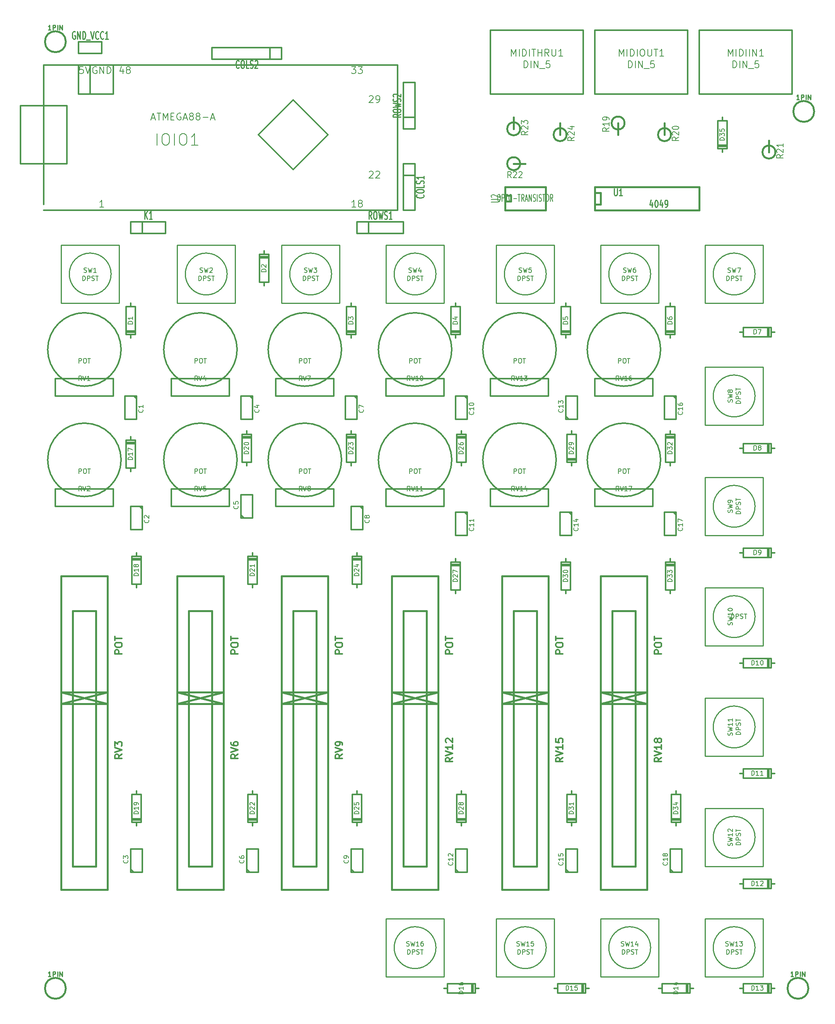
<source format=gto>
G04 (created by PCBNEW (2013-mar-25)-stable) date Tisdag 19 November 2013 16:16:40*
%MOIN*%
G04 Gerber Fmt 3.4, Leading zero omitted, Abs format*
%FSLAX34Y34*%
G01*
G70*
G90*
G04 APERTURE LIST*
%ADD10C,0.00393701*%
%ADD11C,0.01*%
%ADD12C,0.012*%
%ADD13C,0.011811*%
%ADD14C,0.015*%
%ADD15C,0.008*%
%ADD16C,0.0107*%
%ADD17C,0.0106*%
%ADD18C,0.01125*%
%ADD19C,0.00590551*%
G04 APERTURE END LIST*
G54D10*
G54D11*
X89302Y-41000D02*
G75*
G03X89302Y-41000I-1802J0D01*
G74*
G01*
X85000Y-43500D02*
X85000Y-38500D01*
X85000Y-38500D02*
X90000Y-38500D01*
X90000Y-38500D02*
X90000Y-43500D01*
X90000Y-43500D02*
X85000Y-43500D01*
X89302Y-31500D02*
G75*
G03X89302Y-31500I-1802J0D01*
G74*
G01*
X85000Y-34000D02*
X85000Y-29000D01*
X85000Y-29000D02*
X90000Y-29000D01*
X90000Y-29000D02*
X90000Y-34000D01*
X90000Y-34000D02*
X85000Y-34000D01*
X33802Y-21000D02*
G75*
G03X33802Y-21000I-1802J0D01*
G74*
G01*
X29500Y-18500D02*
X34500Y-18500D01*
X34500Y-18500D02*
X34500Y-23500D01*
X34500Y-23500D02*
X29500Y-23500D01*
X29500Y-23500D02*
X29500Y-18500D01*
X43802Y-21000D02*
G75*
G03X43802Y-21000I-1802J0D01*
G74*
G01*
X39500Y-18500D02*
X44500Y-18500D01*
X44500Y-18500D02*
X44500Y-23500D01*
X44500Y-23500D02*
X39500Y-23500D01*
X39500Y-23500D02*
X39500Y-18500D01*
X52802Y-21000D02*
G75*
G03X52802Y-21000I-1802J0D01*
G74*
G01*
X48500Y-18500D02*
X53500Y-18500D01*
X53500Y-18500D02*
X53500Y-23500D01*
X53500Y-23500D02*
X48500Y-23500D01*
X48500Y-23500D02*
X48500Y-18500D01*
X61802Y-21000D02*
G75*
G03X61802Y-21000I-1802J0D01*
G74*
G01*
X57500Y-18500D02*
X62500Y-18500D01*
X62500Y-18500D02*
X62500Y-23500D01*
X62500Y-23500D02*
X57500Y-23500D01*
X57500Y-23500D02*
X57500Y-18500D01*
X89302Y-21000D02*
G75*
G03X89302Y-21000I-1802J0D01*
G74*
G01*
X85000Y-18500D02*
X90000Y-18500D01*
X90000Y-18500D02*
X90000Y-23500D01*
X90000Y-23500D02*
X85000Y-23500D01*
X85000Y-23500D02*
X85000Y-18500D01*
X80302Y-21000D02*
G75*
G03X80302Y-21000I-1802J0D01*
G74*
G01*
X76000Y-18500D02*
X81000Y-18500D01*
X81000Y-18500D02*
X81000Y-23500D01*
X81000Y-23500D02*
X76000Y-23500D01*
X76000Y-23500D02*
X76000Y-18500D01*
X89302Y-50500D02*
G75*
G03X89302Y-50500I-1802J0D01*
G74*
G01*
X85000Y-53000D02*
X85000Y-48000D01*
X85000Y-48000D02*
X90000Y-48000D01*
X90000Y-48000D02*
X90000Y-53000D01*
X90000Y-53000D02*
X85000Y-53000D01*
X61802Y-79000D02*
G75*
G03X61802Y-79000I-1802J0D01*
G74*
G01*
X57500Y-76500D02*
X62500Y-76500D01*
X62500Y-76500D02*
X62500Y-81500D01*
X62500Y-81500D02*
X57500Y-81500D01*
X57500Y-81500D02*
X57500Y-76500D01*
X71302Y-21000D02*
G75*
G03X71302Y-21000I-1802J0D01*
G74*
G01*
X67000Y-18500D02*
X72000Y-18500D01*
X72000Y-18500D02*
X72000Y-23500D01*
X72000Y-23500D02*
X67000Y-23500D01*
X67000Y-23500D02*
X67000Y-18500D01*
X80302Y-79000D02*
G75*
G03X80302Y-79000I-1802J0D01*
G74*
G01*
X76000Y-76500D02*
X81000Y-76500D01*
X81000Y-76500D02*
X81000Y-81500D01*
X81000Y-81500D02*
X76000Y-81500D01*
X76000Y-81500D02*
X76000Y-76500D01*
X89302Y-60000D02*
G75*
G03X89302Y-60000I-1802J0D01*
G74*
G01*
X85000Y-62500D02*
X85000Y-57500D01*
X85000Y-57500D02*
X90000Y-57500D01*
X90000Y-57500D02*
X90000Y-62500D01*
X90000Y-62500D02*
X85000Y-62500D01*
X89302Y-79000D02*
G75*
G03X89302Y-79000I-1802J0D01*
G74*
G01*
X85000Y-76500D02*
X90000Y-76500D01*
X90000Y-76500D02*
X90000Y-81500D01*
X90000Y-81500D02*
X85000Y-81500D01*
X85000Y-81500D02*
X85000Y-76500D01*
X71302Y-79000D02*
G75*
G03X71302Y-79000I-1802J0D01*
G74*
G01*
X67000Y-76500D02*
X72000Y-76500D01*
X72000Y-76500D02*
X72000Y-81500D01*
X72000Y-81500D02*
X67000Y-81500D01*
X67000Y-81500D02*
X67000Y-76500D01*
X89302Y-69500D02*
G75*
G03X89302Y-69500I-1802J0D01*
G74*
G01*
X85000Y-72000D02*
X85000Y-67000D01*
X85000Y-67000D02*
X90000Y-67000D01*
X90000Y-67000D02*
X90000Y-72000D01*
X90000Y-72000D02*
X85000Y-72000D01*
G54D12*
X60000Y-11500D02*
X60000Y-11500D01*
X59000Y-11500D02*
X60000Y-11500D01*
X60000Y-11500D02*
X60000Y-11500D01*
X60000Y-11500D02*
X60000Y-15500D01*
X60000Y-15500D02*
X59000Y-15500D01*
X59000Y-15500D02*
X59000Y-11500D01*
X59000Y-12500D02*
X60000Y-12500D01*
X55000Y-16500D02*
X55000Y-16500D01*
X55000Y-17500D02*
X55000Y-16500D01*
X55000Y-16500D02*
X55000Y-16500D01*
X55000Y-16500D02*
X59000Y-16500D01*
X59000Y-16500D02*
X59000Y-17500D01*
X59000Y-17500D02*
X55000Y-17500D01*
X56000Y-17500D02*
X56000Y-16500D01*
X91000Y-54500D02*
X90700Y-54500D01*
X90700Y-54500D02*
X90700Y-54100D01*
X90700Y-54100D02*
X88300Y-54100D01*
X88300Y-54100D02*
X88300Y-54500D01*
X88300Y-54500D02*
X88000Y-54500D01*
X88300Y-54500D02*
X88300Y-54900D01*
X88300Y-54900D02*
X90700Y-54900D01*
X90700Y-54900D02*
X90700Y-54500D01*
X90500Y-54100D02*
X90500Y-54900D01*
X90400Y-54900D02*
X90400Y-54100D01*
X91000Y-73500D02*
X90700Y-73500D01*
X90700Y-73500D02*
X90700Y-73100D01*
X90700Y-73100D02*
X88300Y-73100D01*
X88300Y-73100D02*
X88300Y-73500D01*
X88300Y-73500D02*
X88000Y-73500D01*
X88300Y-73500D02*
X88300Y-73900D01*
X88300Y-73900D02*
X90700Y-73900D01*
X90700Y-73900D02*
X90700Y-73500D01*
X90500Y-73100D02*
X90500Y-73900D01*
X90400Y-73900D02*
X90400Y-73100D01*
X84000Y-82500D02*
X83700Y-82500D01*
X83700Y-82500D02*
X83700Y-82100D01*
X83700Y-82100D02*
X81300Y-82100D01*
X81300Y-82100D02*
X81300Y-82500D01*
X81300Y-82500D02*
X81000Y-82500D01*
X81300Y-82500D02*
X81300Y-82900D01*
X81300Y-82900D02*
X83700Y-82900D01*
X83700Y-82900D02*
X83700Y-82500D01*
X83500Y-82100D02*
X83500Y-82900D01*
X83400Y-82900D02*
X83400Y-82100D01*
X65500Y-82500D02*
X65200Y-82500D01*
X65200Y-82500D02*
X65200Y-82100D01*
X65200Y-82100D02*
X62800Y-82100D01*
X62800Y-82100D02*
X62800Y-82500D01*
X62800Y-82500D02*
X62500Y-82500D01*
X62800Y-82500D02*
X62800Y-82900D01*
X62800Y-82900D02*
X65200Y-82900D01*
X65200Y-82900D02*
X65200Y-82500D01*
X65000Y-82100D02*
X65000Y-82900D01*
X64900Y-82900D02*
X64900Y-82100D01*
X91000Y-45000D02*
X90700Y-45000D01*
X90700Y-45000D02*
X90700Y-44600D01*
X90700Y-44600D02*
X88300Y-44600D01*
X88300Y-44600D02*
X88300Y-45000D01*
X88300Y-45000D02*
X88000Y-45000D01*
X88300Y-45000D02*
X88300Y-45400D01*
X88300Y-45400D02*
X90700Y-45400D01*
X90700Y-45400D02*
X90700Y-45000D01*
X90500Y-44600D02*
X90500Y-45400D01*
X90400Y-45400D02*
X90400Y-44600D01*
X91000Y-36000D02*
X90700Y-36000D01*
X90700Y-36000D02*
X90700Y-35600D01*
X90700Y-35600D02*
X88300Y-35600D01*
X88300Y-35600D02*
X88300Y-36000D01*
X88300Y-36000D02*
X88000Y-36000D01*
X88300Y-36000D02*
X88300Y-36400D01*
X88300Y-36400D02*
X90700Y-36400D01*
X90700Y-36400D02*
X90700Y-36000D01*
X90500Y-35600D02*
X90500Y-36400D01*
X90400Y-36400D02*
X90400Y-35600D01*
X91000Y-26000D02*
X90700Y-26000D01*
X90700Y-26000D02*
X90700Y-25600D01*
X90700Y-25600D02*
X88300Y-25600D01*
X88300Y-25600D02*
X88300Y-26000D01*
X88300Y-26000D02*
X88000Y-26000D01*
X88300Y-26000D02*
X88300Y-26400D01*
X88300Y-26400D02*
X90700Y-26400D01*
X90700Y-26400D02*
X90700Y-26000D01*
X90500Y-25600D02*
X90500Y-26400D01*
X90400Y-26400D02*
X90400Y-25600D01*
X82000Y-26500D02*
X82000Y-26200D01*
X82000Y-26200D02*
X82400Y-26200D01*
X82400Y-26200D02*
X82400Y-23800D01*
X82400Y-23800D02*
X82000Y-23800D01*
X82000Y-23800D02*
X82000Y-23500D01*
X82000Y-23800D02*
X81600Y-23800D01*
X81600Y-23800D02*
X81600Y-26200D01*
X81600Y-26200D02*
X82000Y-26200D01*
X82400Y-26000D02*
X81600Y-26000D01*
X81600Y-25900D02*
X82400Y-25900D01*
X75000Y-82500D02*
X74700Y-82500D01*
X74700Y-82500D02*
X74700Y-82100D01*
X74700Y-82100D02*
X72300Y-82100D01*
X72300Y-82100D02*
X72300Y-82500D01*
X72300Y-82500D02*
X72000Y-82500D01*
X72300Y-82500D02*
X72300Y-82900D01*
X72300Y-82900D02*
X74700Y-82900D01*
X74700Y-82900D02*
X74700Y-82500D01*
X74500Y-82100D02*
X74500Y-82900D01*
X74400Y-82900D02*
X74400Y-82100D01*
X91000Y-82500D02*
X90700Y-82500D01*
X90700Y-82500D02*
X90700Y-82100D01*
X90700Y-82100D02*
X88300Y-82100D01*
X88300Y-82100D02*
X88300Y-82500D01*
X88300Y-82500D02*
X88000Y-82500D01*
X88300Y-82500D02*
X88300Y-82900D01*
X88300Y-82900D02*
X90700Y-82900D01*
X90700Y-82900D02*
X90700Y-82500D01*
X90500Y-82100D02*
X90500Y-82900D01*
X90400Y-82900D02*
X90400Y-82100D01*
X91000Y-64000D02*
X90700Y-64000D01*
X90700Y-64000D02*
X90700Y-63600D01*
X90700Y-63600D02*
X88300Y-63600D01*
X88300Y-63600D02*
X88300Y-64000D01*
X88300Y-64000D02*
X88000Y-64000D01*
X88300Y-64000D02*
X88300Y-64400D01*
X88300Y-64400D02*
X90700Y-64400D01*
X90700Y-64400D02*
X90700Y-64000D01*
X90500Y-63600D02*
X90500Y-64400D01*
X90400Y-64400D02*
X90400Y-63600D01*
X73000Y-26500D02*
X73000Y-26200D01*
X73000Y-26200D02*
X73400Y-26200D01*
X73400Y-26200D02*
X73400Y-23800D01*
X73400Y-23800D02*
X73000Y-23800D01*
X73000Y-23800D02*
X73000Y-23500D01*
X73000Y-23800D02*
X72600Y-23800D01*
X72600Y-23800D02*
X72600Y-26200D01*
X72600Y-26200D02*
X73000Y-26200D01*
X73400Y-26000D02*
X72600Y-26000D01*
X72600Y-25900D02*
X73400Y-25900D01*
X63500Y-26500D02*
X63500Y-26200D01*
X63500Y-26200D02*
X63900Y-26200D01*
X63900Y-26200D02*
X63900Y-23800D01*
X63900Y-23800D02*
X63500Y-23800D01*
X63500Y-23800D02*
X63500Y-23500D01*
X63500Y-23800D02*
X63100Y-23800D01*
X63100Y-23800D02*
X63100Y-26200D01*
X63100Y-26200D02*
X63500Y-26200D01*
X63900Y-26000D02*
X63100Y-26000D01*
X63100Y-25900D02*
X63900Y-25900D01*
X54500Y-26500D02*
X54500Y-26200D01*
X54500Y-26200D02*
X54900Y-26200D01*
X54900Y-26200D02*
X54900Y-23800D01*
X54900Y-23800D02*
X54500Y-23800D01*
X54500Y-23800D02*
X54500Y-23500D01*
X54500Y-23800D02*
X54100Y-23800D01*
X54100Y-23800D02*
X54100Y-26200D01*
X54100Y-26200D02*
X54500Y-26200D01*
X54900Y-26000D02*
X54100Y-26000D01*
X54100Y-25900D02*
X54900Y-25900D01*
X47000Y-19000D02*
X47000Y-19300D01*
X47000Y-19300D02*
X46600Y-19300D01*
X46600Y-19300D02*
X46600Y-21700D01*
X46600Y-21700D02*
X47000Y-21700D01*
X47000Y-21700D02*
X47000Y-22000D01*
X47000Y-21700D02*
X47400Y-21700D01*
X47400Y-21700D02*
X47400Y-19300D01*
X47400Y-19300D02*
X47000Y-19300D01*
X46600Y-19500D02*
X47400Y-19500D01*
X47400Y-19600D02*
X46600Y-19600D01*
X35500Y-26500D02*
X35500Y-26200D01*
X35500Y-26200D02*
X35900Y-26200D01*
X35900Y-26200D02*
X35900Y-23800D01*
X35900Y-23800D02*
X35500Y-23800D01*
X35500Y-23800D02*
X35500Y-23500D01*
X35500Y-23800D02*
X35100Y-23800D01*
X35100Y-23800D02*
X35100Y-26200D01*
X35100Y-26200D02*
X35500Y-26200D01*
X35900Y-26000D02*
X35100Y-26000D01*
X35100Y-25900D02*
X35900Y-25900D01*
X48500Y-1500D02*
X48500Y-2500D01*
X48500Y-2500D02*
X42500Y-2500D01*
X42500Y-2500D02*
X42500Y-1500D01*
X42500Y-1500D02*
X48500Y-1500D01*
X47500Y-1500D02*
X47500Y-2500D01*
X59000Y-8500D02*
X59000Y-8500D01*
X60000Y-8500D02*
X59000Y-8500D01*
X59000Y-8500D02*
X59000Y-8500D01*
X59000Y-8500D02*
X59000Y-4500D01*
X59000Y-4500D02*
X60000Y-4500D01*
X60000Y-4500D02*
X60000Y-8500D01*
X60000Y-7500D02*
X59000Y-7500D01*
X82500Y-68500D02*
X82500Y-68200D01*
X82500Y-68200D02*
X82900Y-68200D01*
X82900Y-68200D02*
X82900Y-65800D01*
X82900Y-65800D02*
X82500Y-65800D01*
X82500Y-65800D02*
X82500Y-65500D01*
X82500Y-65800D02*
X82100Y-65800D01*
X82100Y-65800D02*
X82100Y-68200D01*
X82100Y-68200D02*
X82500Y-68200D01*
X82900Y-68000D02*
X82100Y-68000D01*
X82100Y-67900D02*
X82900Y-67900D01*
X73500Y-68500D02*
X73500Y-68200D01*
X73500Y-68200D02*
X73900Y-68200D01*
X73900Y-68200D02*
X73900Y-65800D01*
X73900Y-65800D02*
X73500Y-65800D01*
X73500Y-65800D02*
X73500Y-65500D01*
X73500Y-65800D02*
X73100Y-65800D01*
X73100Y-65800D02*
X73100Y-68200D01*
X73100Y-68200D02*
X73500Y-68200D01*
X73900Y-68000D02*
X73100Y-68000D01*
X73100Y-67900D02*
X73900Y-67900D01*
X64000Y-68500D02*
X64000Y-68200D01*
X64000Y-68200D02*
X64400Y-68200D01*
X64400Y-68200D02*
X64400Y-65800D01*
X64400Y-65800D02*
X64000Y-65800D01*
X64000Y-65800D02*
X64000Y-65500D01*
X64000Y-65800D02*
X63600Y-65800D01*
X63600Y-65800D02*
X63600Y-68200D01*
X63600Y-68200D02*
X64000Y-68200D01*
X64400Y-68000D02*
X63600Y-68000D01*
X63600Y-67900D02*
X64400Y-67900D01*
X55000Y-68500D02*
X55000Y-68200D01*
X55000Y-68200D02*
X55400Y-68200D01*
X55400Y-68200D02*
X55400Y-65800D01*
X55400Y-65800D02*
X55000Y-65800D01*
X55000Y-65800D02*
X55000Y-65500D01*
X55000Y-65800D02*
X54600Y-65800D01*
X54600Y-65800D02*
X54600Y-68200D01*
X54600Y-68200D02*
X55000Y-68200D01*
X55400Y-68000D02*
X54600Y-68000D01*
X54600Y-67900D02*
X55400Y-67900D01*
X46000Y-68500D02*
X46000Y-68200D01*
X46000Y-68200D02*
X46400Y-68200D01*
X46400Y-68200D02*
X46400Y-65800D01*
X46400Y-65800D02*
X46000Y-65800D01*
X46000Y-65800D02*
X46000Y-65500D01*
X46000Y-65800D02*
X45600Y-65800D01*
X45600Y-65800D02*
X45600Y-68200D01*
X45600Y-68200D02*
X46000Y-68200D01*
X46400Y-68000D02*
X45600Y-68000D01*
X45600Y-67900D02*
X46400Y-67900D01*
X36000Y-68500D02*
X36000Y-68200D01*
X36000Y-68200D02*
X36400Y-68200D01*
X36400Y-68200D02*
X36400Y-65800D01*
X36400Y-65800D02*
X36000Y-65800D01*
X36000Y-65800D02*
X36000Y-65500D01*
X36000Y-65800D02*
X35600Y-65800D01*
X35600Y-65800D02*
X35600Y-68200D01*
X35600Y-68200D02*
X36000Y-68200D01*
X36400Y-68000D02*
X35600Y-68000D01*
X35600Y-67900D02*
X36400Y-67900D01*
X35500Y-35000D02*
X35500Y-35300D01*
X35500Y-35300D02*
X35100Y-35300D01*
X35100Y-35300D02*
X35100Y-37700D01*
X35100Y-37700D02*
X35500Y-37700D01*
X35500Y-37700D02*
X35500Y-38000D01*
X35500Y-37700D02*
X35900Y-37700D01*
X35900Y-37700D02*
X35900Y-35300D01*
X35900Y-35300D02*
X35500Y-35300D01*
X35100Y-35500D02*
X35900Y-35500D01*
X35900Y-35600D02*
X35100Y-35600D01*
X82000Y-45500D02*
X82000Y-45800D01*
X82000Y-45800D02*
X81600Y-45800D01*
X81600Y-45800D02*
X81600Y-48200D01*
X81600Y-48200D02*
X82000Y-48200D01*
X82000Y-48200D02*
X82000Y-48500D01*
X82000Y-48200D02*
X82400Y-48200D01*
X82400Y-48200D02*
X82400Y-45800D01*
X82400Y-45800D02*
X82000Y-45800D01*
X81600Y-46000D02*
X82400Y-46000D01*
X82400Y-46100D02*
X81600Y-46100D01*
X73000Y-45500D02*
X73000Y-45800D01*
X73000Y-45800D02*
X72600Y-45800D01*
X72600Y-45800D02*
X72600Y-48200D01*
X72600Y-48200D02*
X73000Y-48200D01*
X73000Y-48200D02*
X73000Y-48500D01*
X73000Y-48200D02*
X73400Y-48200D01*
X73400Y-48200D02*
X73400Y-45800D01*
X73400Y-45800D02*
X73000Y-45800D01*
X72600Y-46000D02*
X73400Y-46000D01*
X73400Y-46100D02*
X72600Y-46100D01*
X63500Y-45500D02*
X63500Y-45800D01*
X63500Y-45800D02*
X63100Y-45800D01*
X63100Y-45800D02*
X63100Y-48200D01*
X63100Y-48200D02*
X63500Y-48200D01*
X63500Y-48200D02*
X63500Y-48500D01*
X63500Y-48200D02*
X63900Y-48200D01*
X63900Y-48200D02*
X63900Y-45800D01*
X63900Y-45800D02*
X63500Y-45800D01*
X63100Y-46000D02*
X63900Y-46000D01*
X63900Y-46100D02*
X63100Y-46100D01*
X55000Y-45000D02*
X55000Y-45300D01*
X55000Y-45300D02*
X54600Y-45300D01*
X54600Y-45300D02*
X54600Y-47700D01*
X54600Y-47700D02*
X55000Y-47700D01*
X55000Y-47700D02*
X55000Y-48000D01*
X55000Y-47700D02*
X55400Y-47700D01*
X55400Y-47700D02*
X55400Y-45300D01*
X55400Y-45300D02*
X55000Y-45300D01*
X54600Y-45500D02*
X55400Y-45500D01*
X55400Y-45600D02*
X54600Y-45600D01*
X73500Y-37500D02*
X73500Y-37200D01*
X73500Y-37200D02*
X73900Y-37200D01*
X73900Y-37200D02*
X73900Y-34800D01*
X73900Y-34800D02*
X73500Y-34800D01*
X73500Y-34800D02*
X73500Y-34500D01*
X73500Y-34800D02*
X73100Y-34800D01*
X73100Y-34800D02*
X73100Y-37200D01*
X73100Y-37200D02*
X73500Y-37200D01*
X73900Y-37000D02*
X73100Y-37000D01*
X73100Y-36900D02*
X73900Y-36900D01*
X46000Y-45000D02*
X46000Y-45300D01*
X46000Y-45300D02*
X45600Y-45300D01*
X45600Y-45300D02*
X45600Y-47700D01*
X45600Y-47700D02*
X46000Y-47700D01*
X46000Y-47700D02*
X46000Y-48000D01*
X46000Y-47700D02*
X46400Y-47700D01*
X46400Y-47700D02*
X46400Y-45300D01*
X46400Y-45300D02*
X46000Y-45300D01*
X45600Y-45500D02*
X46400Y-45500D01*
X46400Y-45600D02*
X45600Y-45600D01*
X82000Y-34500D02*
X82000Y-34800D01*
X82000Y-34800D02*
X81600Y-34800D01*
X81600Y-34800D02*
X81600Y-37200D01*
X81600Y-37200D02*
X82000Y-37200D01*
X82000Y-37200D02*
X82000Y-37500D01*
X82000Y-37200D02*
X82400Y-37200D01*
X82400Y-37200D02*
X82400Y-34800D01*
X82400Y-34800D02*
X82000Y-34800D01*
X81600Y-35000D02*
X82400Y-35000D01*
X82400Y-35100D02*
X81600Y-35100D01*
X36000Y-45000D02*
X36000Y-45300D01*
X36000Y-45300D02*
X35600Y-45300D01*
X35600Y-45300D02*
X35600Y-47700D01*
X35600Y-47700D02*
X36000Y-47700D01*
X36000Y-47700D02*
X36000Y-48000D01*
X36000Y-47700D02*
X36400Y-47700D01*
X36400Y-47700D02*
X36400Y-45300D01*
X36400Y-45300D02*
X36000Y-45300D01*
X35600Y-45500D02*
X36400Y-45500D01*
X36400Y-45600D02*
X35600Y-45600D01*
X64000Y-34500D02*
X64000Y-34800D01*
X64000Y-34800D02*
X63600Y-34800D01*
X63600Y-34800D02*
X63600Y-37200D01*
X63600Y-37200D02*
X64000Y-37200D01*
X64000Y-37200D02*
X64000Y-37500D01*
X64000Y-37200D02*
X64400Y-37200D01*
X64400Y-37200D02*
X64400Y-34800D01*
X64400Y-34800D02*
X64000Y-34800D01*
X63600Y-35000D02*
X64400Y-35000D01*
X64400Y-35100D02*
X63600Y-35100D01*
X45500Y-34500D02*
X45500Y-34800D01*
X45500Y-34800D02*
X45100Y-34800D01*
X45100Y-34800D02*
X45100Y-37200D01*
X45100Y-37200D02*
X45500Y-37200D01*
X45500Y-37200D02*
X45500Y-37500D01*
X45500Y-37200D02*
X45900Y-37200D01*
X45900Y-37200D02*
X45900Y-34800D01*
X45900Y-34800D02*
X45500Y-34800D01*
X45100Y-35000D02*
X45900Y-35000D01*
X45900Y-35100D02*
X45100Y-35100D01*
X54500Y-34500D02*
X54500Y-34800D01*
X54500Y-34800D02*
X54100Y-34800D01*
X54100Y-34800D02*
X54100Y-37200D01*
X54100Y-37200D02*
X54500Y-37200D01*
X54500Y-37200D02*
X54500Y-37500D01*
X54500Y-37200D02*
X54900Y-37200D01*
X54900Y-37200D02*
X54900Y-34800D01*
X54900Y-34800D02*
X54500Y-34800D01*
X54100Y-35000D02*
X54900Y-35000D01*
X54900Y-35100D02*
X54100Y-35100D01*
X73000Y-33480D02*
X73000Y-31500D01*
X73000Y-31500D02*
X74000Y-31500D01*
X74000Y-31500D02*
X74000Y-33500D01*
X74000Y-33500D02*
X73000Y-33500D01*
X73250Y-33500D02*
X73000Y-33250D01*
X82500Y-31520D02*
X82500Y-33500D01*
X82500Y-33500D02*
X81500Y-33500D01*
X81500Y-33500D02*
X81500Y-31500D01*
X81500Y-31500D02*
X82500Y-31500D01*
X82250Y-31500D02*
X82500Y-31750D01*
X82000Y-72480D02*
X82000Y-70500D01*
X82000Y-70500D02*
X83000Y-70500D01*
X83000Y-70500D02*
X83000Y-72500D01*
X83000Y-72500D02*
X82000Y-72500D01*
X82250Y-72500D02*
X82000Y-72250D01*
X73000Y-72480D02*
X73000Y-70500D01*
X73000Y-70500D02*
X74000Y-70500D01*
X74000Y-70500D02*
X74000Y-72500D01*
X74000Y-72500D02*
X73000Y-72500D01*
X73250Y-72500D02*
X73000Y-72250D01*
X63500Y-72480D02*
X63500Y-70500D01*
X63500Y-70500D02*
X64500Y-70500D01*
X64500Y-70500D02*
X64500Y-72500D01*
X64500Y-72500D02*
X63500Y-72500D01*
X63750Y-72500D02*
X63500Y-72250D01*
X64500Y-31520D02*
X64500Y-33500D01*
X64500Y-33500D02*
X63500Y-33500D01*
X63500Y-33500D02*
X63500Y-31500D01*
X63500Y-31500D02*
X64500Y-31500D01*
X64250Y-31500D02*
X64500Y-31750D01*
X54500Y-72480D02*
X54500Y-70500D01*
X54500Y-70500D02*
X55500Y-70500D01*
X55500Y-70500D02*
X55500Y-72500D01*
X55500Y-72500D02*
X54500Y-72500D01*
X54750Y-72500D02*
X54500Y-72250D01*
X45500Y-72480D02*
X45500Y-70500D01*
X45500Y-70500D02*
X46500Y-70500D01*
X46500Y-70500D02*
X46500Y-72500D01*
X46500Y-72500D02*
X45500Y-72500D01*
X45750Y-72500D02*
X45500Y-72250D01*
X55000Y-31520D02*
X55000Y-33500D01*
X55000Y-33500D02*
X54000Y-33500D01*
X54000Y-33500D02*
X54000Y-31500D01*
X54000Y-31500D02*
X55000Y-31500D01*
X54750Y-31500D02*
X55000Y-31750D01*
X35500Y-72480D02*
X35500Y-70500D01*
X35500Y-70500D02*
X36500Y-70500D01*
X36500Y-70500D02*
X36500Y-72500D01*
X36500Y-72500D02*
X35500Y-72500D01*
X35750Y-72500D02*
X35500Y-72250D01*
X46000Y-31520D02*
X46000Y-33500D01*
X46000Y-33500D02*
X45000Y-33500D01*
X45000Y-33500D02*
X45000Y-31500D01*
X45000Y-31500D02*
X46000Y-31500D01*
X45750Y-31500D02*
X46000Y-31750D01*
X36500Y-41020D02*
X36500Y-43000D01*
X36500Y-43000D02*
X35500Y-43000D01*
X35500Y-43000D02*
X35500Y-41000D01*
X35500Y-41000D02*
X36500Y-41000D01*
X36250Y-41000D02*
X36500Y-41250D01*
X36000Y-31520D02*
X36000Y-33500D01*
X36000Y-33500D02*
X35000Y-33500D01*
X35000Y-33500D02*
X35000Y-31500D01*
X35000Y-31500D02*
X36000Y-31500D01*
X35750Y-31500D02*
X36000Y-31750D01*
X45000Y-41980D02*
X45000Y-40000D01*
X45000Y-40000D02*
X46000Y-40000D01*
X46000Y-40000D02*
X46000Y-42000D01*
X46000Y-42000D02*
X45000Y-42000D01*
X45250Y-42000D02*
X45000Y-41750D01*
X82500Y-41520D02*
X82500Y-43500D01*
X82500Y-43500D02*
X81500Y-43500D01*
X81500Y-43500D02*
X81500Y-41500D01*
X81500Y-41500D02*
X82500Y-41500D01*
X82250Y-41500D02*
X82500Y-41750D01*
X55500Y-41020D02*
X55500Y-43000D01*
X55500Y-43000D02*
X54500Y-43000D01*
X54500Y-43000D02*
X54500Y-41000D01*
X54500Y-41000D02*
X55500Y-41000D01*
X55250Y-41000D02*
X55500Y-41250D01*
X73500Y-41520D02*
X73500Y-43500D01*
X73500Y-43500D02*
X72500Y-43500D01*
X72500Y-43500D02*
X72500Y-41500D01*
X72500Y-41500D02*
X73500Y-41500D01*
X73250Y-41500D02*
X73500Y-41750D01*
X64500Y-41520D02*
X64500Y-43500D01*
X64500Y-43500D02*
X63500Y-43500D01*
X63500Y-43500D02*
X63500Y-41500D01*
X63500Y-41500D02*
X64500Y-41500D01*
X64250Y-41500D02*
X64500Y-41750D01*
G54D13*
X80500Y-41000D02*
X75500Y-41000D01*
X75500Y-41000D02*
X80500Y-41000D01*
X80500Y-39500D02*
X80500Y-41000D01*
X80500Y-41000D02*
X80500Y-39500D01*
X75500Y-39500D02*
X80500Y-39500D01*
X80500Y-39500D02*
X75500Y-39500D01*
X75500Y-41000D02*
X75500Y-39500D01*
X81162Y-37000D02*
G75*
G03X81162Y-37000I-3162J0D01*
G74*
G01*
X71500Y-41000D02*
X66500Y-41000D01*
X66500Y-41000D02*
X71500Y-41000D01*
X71500Y-39500D02*
X71500Y-41000D01*
X71500Y-41000D02*
X71500Y-39500D01*
X66500Y-39500D02*
X71500Y-39500D01*
X71500Y-39500D02*
X66500Y-39500D01*
X66500Y-41000D02*
X66500Y-39500D01*
X72162Y-37000D02*
G75*
G03X72162Y-37000I-3162J0D01*
G74*
G01*
X62500Y-41000D02*
X57500Y-41000D01*
X57500Y-41000D02*
X62500Y-41000D01*
X62500Y-39500D02*
X62500Y-41000D01*
X62500Y-41000D02*
X62500Y-39500D01*
X57500Y-39500D02*
X62500Y-39500D01*
X62500Y-39500D02*
X57500Y-39500D01*
X57500Y-41000D02*
X57500Y-39500D01*
X63162Y-37000D02*
G75*
G03X63162Y-37000I-3162J0D01*
G74*
G01*
X53000Y-41000D02*
X48000Y-41000D01*
X48000Y-41000D02*
X53000Y-41000D01*
X53000Y-39500D02*
X53000Y-41000D01*
X53000Y-41000D02*
X53000Y-39500D01*
X48000Y-39500D02*
X53000Y-39500D01*
X53000Y-39500D02*
X48000Y-39500D01*
X48000Y-41000D02*
X48000Y-39500D01*
X53662Y-37000D02*
G75*
G03X53662Y-37000I-3162J0D01*
G74*
G01*
X44000Y-41000D02*
X39000Y-41000D01*
X39000Y-41000D02*
X44000Y-41000D01*
X44000Y-39500D02*
X44000Y-41000D01*
X44000Y-41000D02*
X44000Y-39500D01*
X39000Y-39500D02*
X44000Y-39500D01*
X44000Y-39500D02*
X39000Y-39500D01*
X39000Y-41000D02*
X39000Y-39500D01*
X44662Y-37000D02*
G75*
G03X44662Y-37000I-3162J0D01*
G74*
G01*
X34000Y-41000D02*
X29000Y-41000D01*
X29000Y-41000D02*
X34000Y-41000D01*
X34000Y-39500D02*
X34000Y-41000D01*
X34000Y-41000D02*
X34000Y-39500D01*
X29000Y-39500D02*
X34000Y-39500D01*
X34000Y-39500D02*
X29000Y-39500D01*
X29000Y-41000D02*
X29000Y-39500D01*
X34662Y-37000D02*
G75*
G03X34662Y-37000I-3162J0D01*
G74*
G01*
X44000Y-31500D02*
X39000Y-31500D01*
X39000Y-31500D02*
X44000Y-31500D01*
X44000Y-30000D02*
X44000Y-31500D01*
X44000Y-31500D02*
X44000Y-30000D01*
X39000Y-30000D02*
X44000Y-30000D01*
X44000Y-30000D02*
X39000Y-30000D01*
X39000Y-31500D02*
X39000Y-30000D01*
X44662Y-27500D02*
G75*
G03X44662Y-27500I-3162J0D01*
G74*
G01*
X53000Y-31500D02*
X48000Y-31500D01*
X48000Y-31500D02*
X53000Y-31500D01*
X53000Y-30000D02*
X53000Y-31500D01*
X53000Y-31500D02*
X53000Y-30000D01*
X48000Y-30000D02*
X53000Y-30000D01*
X53000Y-30000D02*
X48000Y-30000D01*
X48000Y-31500D02*
X48000Y-30000D01*
X53662Y-27500D02*
G75*
G03X53662Y-27500I-3162J0D01*
G74*
G01*
X62500Y-31500D02*
X57500Y-31500D01*
X57500Y-31500D02*
X62500Y-31500D01*
X62500Y-30000D02*
X62500Y-31500D01*
X62500Y-31500D02*
X62500Y-30000D01*
X57500Y-30000D02*
X62500Y-30000D01*
X62500Y-30000D02*
X57500Y-30000D01*
X57500Y-31500D02*
X57500Y-30000D01*
X63162Y-27500D02*
G75*
G03X63162Y-27500I-3162J0D01*
G74*
G01*
X71500Y-31500D02*
X66500Y-31500D01*
X66500Y-31500D02*
X71500Y-31500D01*
X71500Y-30000D02*
X71500Y-31500D01*
X71500Y-31500D02*
X71500Y-30000D01*
X66500Y-30000D02*
X71500Y-30000D01*
X71500Y-30000D02*
X66500Y-30000D01*
X66500Y-31500D02*
X66500Y-30000D01*
X72162Y-27500D02*
G75*
G03X72162Y-27500I-3162J0D01*
G74*
G01*
X80500Y-31500D02*
X75500Y-31500D01*
X75500Y-31500D02*
X80500Y-31500D01*
X80500Y-30000D02*
X80500Y-31500D01*
X80500Y-31500D02*
X80500Y-30000D01*
X75500Y-30000D02*
X80500Y-30000D01*
X80500Y-30000D02*
X75500Y-30000D01*
X75500Y-31500D02*
X75500Y-30000D01*
X81162Y-27500D02*
G75*
G03X81162Y-27500I-3162J0D01*
G74*
G01*
X34000Y-31500D02*
X29000Y-31500D01*
X29000Y-31500D02*
X34000Y-31500D01*
X34000Y-30000D02*
X34000Y-31500D01*
X34000Y-31500D02*
X34000Y-30000D01*
X29000Y-30000D02*
X34000Y-30000D01*
X34000Y-30000D02*
X29000Y-30000D01*
X29000Y-31500D02*
X29000Y-30000D01*
X34662Y-27500D02*
G75*
G03X34662Y-27500I-3162J0D01*
G74*
G01*
G54D12*
X35500Y-17500D02*
X35500Y-16500D01*
X35500Y-16500D02*
X38500Y-16500D01*
X38500Y-16500D02*
X38500Y-17500D01*
X38500Y-17500D02*
X35500Y-17500D01*
X36500Y-16500D02*
X36500Y-17500D01*
G54D14*
X81500Y-9000D02*
X81500Y-8000D01*
X82059Y-9000D02*
G75*
G03X82059Y-9000I-559J0D01*
G74*
G01*
X68500Y-11500D02*
X69500Y-11500D01*
X69059Y-11500D02*
G75*
G03X69059Y-11500I-559J0D01*
G74*
G01*
X90500Y-10500D02*
X90500Y-9500D01*
X91059Y-10500D02*
G75*
G03X91059Y-10500I-559J0D01*
G74*
G01*
X77500Y-8000D02*
X77500Y-9000D01*
X78059Y-8000D02*
G75*
G03X78059Y-8000I-559J0D01*
G74*
G01*
X72500Y-9000D02*
X72500Y-8000D01*
X73059Y-9000D02*
G75*
G03X73059Y-9000I-559J0D01*
G74*
G01*
X68500Y-8500D02*
X68500Y-7500D01*
X69059Y-8500D02*
G75*
G03X69059Y-8500I-559J0D01*
G74*
G01*
X67750Y-13500D02*
X71250Y-13500D01*
X71250Y-13500D02*
X71250Y-15500D01*
X71250Y-15500D02*
X67750Y-15500D01*
X67750Y-15500D02*
X67750Y-13500D01*
X67750Y-14250D02*
X68250Y-14250D01*
X68250Y-14250D02*
X68250Y-14750D01*
X68250Y-14750D02*
X67750Y-14750D01*
X75500Y-14000D02*
X75500Y-14000D01*
X75500Y-14000D02*
X76000Y-14000D01*
X76000Y-14000D02*
X76000Y-15000D01*
X76000Y-15000D02*
X75500Y-15000D01*
X75500Y-13500D02*
X84500Y-13500D01*
X84500Y-13500D02*
X84500Y-15500D01*
X84500Y-15500D02*
X75500Y-15500D01*
X75500Y-15500D02*
X75500Y-13500D01*
G54D12*
X86500Y-10500D02*
X86500Y-10200D01*
X86500Y-10200D02*
X86900Y-10200D01*
X86900Y-10200D02*
X86900Y-7800D01*
X86900Y-7800D02*
X86500Y-7800D01*
X86500Y-7800D02*
X86500Y-7500D01*
X86500Y-7800D02*
X86100Y-7800D01*
X86100Y-7800D02*
X86100Y-10200D01*
X86100Y-10200D02*
X86500Y-10200D01*
X86900Y-10000D02*
X86100Y-10000D01*
X86100Y-9900D02*
X86900Y-9900D01*
G54D13*
X74500Y-5500D02*
X66500Y-5500D01*
X74500Y-5500D02*
X74500Y0D01*
X66500Y-5500D02*
X74500Y-5500D01*
X66500Y0D02*
X66500Y-5500D01*
X66500Y-5500D02*
X66500Y0D01*
X74500Y0D02*
X66500Y0D01*
X83500Y-5500D02*
X75500Y-5500D01*
X83500Y-5500D02*
X83500Y0D01*
X75500Y-5500D02*
X83500Y-5500D01*
X75500Y0D02*
X75500Y-5500D01*
X75500Y-5500D02*
X75500Y0D01*
X83500Y0D02*
X75500Y0D01*
X92500Y-5500D02*
X84500Y-5500D01*
X92500Y-5500D02*
X92500Y0D01*
X84500Y-5500D02*
X92500Y-5500D01*
X84500Y0D02*
X84500Y-5500D01*
X84500Y-5500D02*
X84500Y0D01*
X92500Y0D02*
X84500Y0D01*
X31000Y-3000D02*
X31000Y-5500D01*
X31000Y-5500D02*
X32000Y-5500D01*
X32000Y-3000D02*
X32000Y-5500D01*
X34000Y-5500D02*
X32000Y-5500D01*
X34000Y-3000D02*
X34000Y-5500D01*
X49500Y-12000D02*
X46500Y-9000D01*
X52500Y-9000D02*
X49500Y-12000D01*
X46500Y-9000D02*
X49500Y-6000D01*
X49500Y-6000D02*
X52500Y-9000D01*
X30000Y-11500D02*
X30000Y-6500D01*
X26000Y-11500D02*
X30000Y-11500D01*
X30000Y-11500D02*
X26000Y-11500D01*
X30000Y-11500D02*
X26000Y-11500D01*
X26000Y-11500D02*
X26000Y-6500D01*
X30000Y-6500D02*
X30000Y-11500D01*
X26000Y-6500D02*
X30000Y-6500D01*
X28000Y-3000D02*
X28000Y-15000D01*
X58500Y-3000D02*
X28000Y-3000D01*
X58500Y-15500D02*
X58500Y-3000D01*
X28000Y-15500D02*
X58500Y-15500D01*
G54D14*
X33500Y-57000D02*
X29500Y-58000D01*
X29500Y-58000D02*
X29500Y-57000D01*
X29500Y-57000D02*
X33500Y-58000D01*
X32500Y-57000D02*
X30500Y-57000D01*
X30500Y-57000D02*
X30500Y-58000D01*
X30500Y-58000D02*
X32500Y-58000D01*
X32500Y-58000D02*
X33500Y-58000D01*
X33500Y-58000D02*
X33500Y-57000D01*
X33500Y-57000D02*
X29500Y-57000D01*
X29500Y-57000D02*
X29500Y-58000D01*
X29500Y-58000D02*
X30500Y-58000D01*
X32500Y-50000D02*
X32500Y-72000D01*
X32500Y-72000D02*
X30500Y-72000D01*
X30500Y-72000D02*
X30500Y-50000D01*
X30500Y-50000D02*
X32500Y-50000D01*
X33500Y-47000D02*
X33500Y-74000D01*
X33500Y-74000D02*
X29500Y-74000D01*
X29500Y-74000D02*
X29500Y-47000D01*
X29500Y-47000D02*
X33500Y-47000D01*
X43500Y-57000D02*
X39500Y-58000D01*
X39500Y-58000D02*
X39500Y-57000D01*
X39500Y-57000D02*
X43500Y-58000D01*
X42500Y-57000D02*
X40500Y-57000D01*
X40500Y-57000D02*
X40500Y-58000D01*
X40500Y-58000D02*
X42500Y-58000D01*
X42500Y-58000D02*
X43500Y-58000D01*
X43500Y-58000D02*
X43500Y-57000D01*
X43500Y-57000D02*
X39500Y-57000D01*
X39500Y-57000D02*
X39500Y-58000D01*
X39500Y-58000D02*
X40500Y-58000D01*
X42500Y-50000D02*
X42500Y-72000D01*
X42500Y-72000D02*
X40500Y-72000D01*
X40500Y-72000D02*
X40500Y-50000D01*
X40500Y-50000D02*
X42500Y-50000D01*
X43500Y-47000D02*
X43500Y-74000D01*
X43500Y-74000D02*
X39500Y-74000D01*
X39500Y-74000D02*
X39500Y-47000D01*
X39500Y-47000D02*
X43500Y-47000D01*
X52500Y-57000D02*
X48500Y-58000D01*
X48500Y-58000D02*
X48500Y-57000D01*
X48500Y-57000D02*
X52500Y-58000D01*
X51500Y-57000D02*
X49500Y-57000D01*
X49500Y-57000D02*
X49500Y-58000D01*
X49500Y-58000D02*
X51500Y-58000D01*
X51500Y-58000D02*
X52500Y-58000D01*
X52500Y-58000D02*
X52500Y-57000D01*
X52500Y-57000D02*
X48500Y-57000D01*
X48500Y-57000D02*
X48500Y-58000D01*
X48500Y-58000D02*
X49500Y-58000D01*
X51500Y-50000D02*
X51500Y-72000D01*
X51500Y-72000D02*
X49500Y-72000D01*
X49500Y-72000D02*
X49500Y-50000D01*
X49500Y-50000D02*
X51500Y-50000D01*
X52500Y-47000D02*
X52500Y-74000D01*
X52500Y-74000D02*
X48500Y-74000D01*
X48500Y-74000D02*
X48500Y-47000D01*
X48500Y-47000D02*
X52500Y-47000D01*
X62000Y-57000D02*
X58000Y-58000D01*
X58000Y-58000D02*
X58000Y-57000D01*
X58000Y-57000D02*
X62000Y-58000D01*
X61000Y-57000D02*
X59000Y-57000D01*
X59000Y-57000D02*
X59000Y-58000D01*
X59000Y-58000D02*
X61000Y-58000D01*
X61000Y-58000D02*
X62000Y-58000D01*
X62000Y-58000D02*
X62000Y-57000D01*
X62000Y-57000D02*
X58000Y-57000D01*
X58000Y-57000D02*
X58000Y-58000D01*
X58000Y-58000D02*
X59000Y-58000D01*
X61000Y-50000D02*
X61000Y-72000D01*
X61000Y-72000D02*
X59000Y-72000D01*
X59000Y-72000D02*
X59000Y-50000D01*
X59000Y-50000D02*
X61000Y-50000D01*
X62000Y-47000D02*
X62000Y-74000D01*
X62000Y-74000D02*
X58000Y-74000D01*
X58000Y-74000D02*
X58000Y-47000D01*
X58000Y-47000D02*
X62000Y-47000D01*
X71500Y-57000D02*
X67500Y-58000D01*
X67500Y-58000D02*
X67500Y-57000D01*
X67500Y-57000D02*
X71500Y-58000D01*
X70500Y-57000D02*
X68500Y-57000D01*
X68500Y-57000D02*
X68500Y-58000D01*
X68500Y-58000D02*
X70500Y-58000D01*
X70500Y-58000D02*
X71500Y-58000D01*
X71500Y-58000D02*
X71500Y-57000D01*
X71500Y-57000D02*
X67500Y-57000D01*
X67500Y-57000D02*
X67500Y-58000D01*
X67500Y-58000D02*
X68500Y-58000D01*
X70500Y-50000D02*
X70500Y-72000D01*
X70500Y-72000D02*
X68500Y-72000D01*
X68500Y-72000D02*
X68500Y-50000D01*
X68500Y-50000D02*
X70500Y-50000D01*
X71500Y-47000D02*
X71500Y-74000D01*
X71500Y-74000D02*
X67500Y-74000D01*
X67500Y-74000D02*
X67500Y-47000D01*
X67500Y-47000D02*
X71500Y-47000D01*
X80000Y-57000D02*
X76000Y-58000D01*
X76000Y-58000D02*
X76000Y-57000D01*
X76000Y-57000D02*
X80000Y-58000D01*
X79000Y-57000D02*
X77000Y-57000D01*
X77000Y-57000D02*
X77000Y-58000D01*
X77000Y-58000D02*
X79000Y-58000D01*
X79000Y-58000D02*
X80000Y-58000D01*
X80000Y-58000D02*
X80000Y-57000D01*
X80000Y-57000D02*
X76000Y-57000D01*
X76000Y-57000D02*
X76000Y-58000D01*
X76000Y-58000D02*
X77000Y-58000D01*
X79000Y-50000D02*
X79000Y-72000D01*
X79000Y-72000D02*
X77000Y-72000D01*
X77000Y-72000D02*
X77000Y-50000D01*
X77000Y-50000D02*
X79000Y-50000D01*
X80000Y-47000D02*
X80000Y-74000D01*
X80000Y-74000D02*
X76000Y-74000D01*
X76000Y-74000D02*
X76000Y-47000D01*
X76000Y-47000D02*
X80000Y-47000D01*
G54D12*
X31000Y-2000D02*
X31000Y-1000D01*
X31000Y-1000D02*
X33000Y-1000D01*
X33000Y-1000D02*
X33000Y-2000D01*
X33000Y-2000D02*
X31000Y-2000D01*
G54D14*
X94400Y-7000D02*
G75*
G03X94400Y-7000I-900J0D01*
G74*
G01*
X93900Y-82500D02*
G75*
G03X93900Y-82500I-900J0D01*
G74*
G01*
X29900Y-82500D02*
G75*
G03X29900Y-82500I-900J0D01*
G74*
G01*
X29900Y-1000D02*
G75*
G03X29900Y-1000I-900J0D01*
G74*
G01*
G54D15*
X87342Y-41533D02*
X87361Y-41476D01*
X87361Y-41380D01*
X87342Y-41342D01*
X87323Y-41323D01*
X87285Y-41304D01*
X87247Y-41304D01*
X87209Y-41323D01*
X87190Y-41342D01*
X87171Y-41380D01*
X87152Y-41457D01*
X87133Y-41495D01*
X87114Y-41514D01*
X87076Y-41533D01*
X87038Y-41533D01*
X87000Y-41514D01*
X86980Y-41495D01*
X86961Y-41457D01*
X86961Y-41361D01*
X86980Y-41304D01*
X86961Y-41171D02*
X87361Y-41076D01*
X87076Y-41000D01*
X87361Y-40923D01*
X86961Y-40828D01*
X87361Y-40657D02*
X87361Y-40580D01*
X87342Y-40542D01*
X87323Y-40523D01*
X87266Y-40485D01*
X87190Y-40466D01*
X87038Y-40466D01*
X87000Y-40485D01*
X86980Y-40504D01*
X86961Y-40542D01*
X86961Y-40619D01*
X86980Y-40657D01*
X87000Y-40676D01*
X87038Y-40695D01*
X87133Y-40695D01*
X87171Y-40676D01*
X87190Y-40657D01*
X87209Y-40619D01*
X87209Y-40542D01*
X87190Y-40504D01*
X87171Y-40485D01*
X87133Y-40466D01*
X88061Y-41647D02*
X87661Y-41647D01*
X87661Y-41552D01*
X87680Y-41495D01*
X87719Y-41457D01*
X87757Y-41438D01*
X87833Y-41419D01*
X87890Y-41419D01*
X87966Y-41438D01*
X88004Y-41457D01*
X88042Y-41495D01*
X88061Y-41552D01*
X88061Y-41647D01*
X88061Y-41247D02*
X87661Y-41247D01*
X87661Y-41095D01*
X87680Y-41057D01*
X87700Y-41038D01*
X87738Y-41019D01*
X87795Y-41019D01*
X87833Y-41038D01*
X87852Y-41057D01*
X87871Y-41095D01*
X87871Y-41247D01*
X88042Y-40866D02*
X88061Y-40809D01*
X88061Y-40714D01*
X88042Y-40676D01*
X88023Y-40657D01*
X87985Y-40638D01*
X87947Y-40638D01*
X87909Y-40657D01*
X87890Y-40676D01*
X87871Y-40714D01*
X87852Y-40790D01*
X87833Y-40828D01*
X87814Y-40847D01*
X87776Y-40866D01*
X87738Y-40866D01*
X87700Y-40847D01*
X87680Y-40828D01*
X87661Y-40790D01*
X87661Y-40695D01*
X87680Y-40638D01*
X87661Y-40523D02*
X87661Y-40295D01*
X88061Y-40409D02*
X87661Y-40409D01*
X87342Y-32033D02*
X87361Y-31976D01*
X87361Y-31880D01*
X87342Y-31842D01*
X87323Y-31823D01*
X87285Y-31804D01*
X87247Y-31804D01*
X87209Y-31823D01*
X87190Y-31842D01*
X87171Y-31880D01*
X87152Y-31957D01*
X87133Y-31995D01*
X87114Y-32014D01*
X87076Y-32033D01*
X87038Y-32033D01*
X87000Y-32014D01*
X86980Y-31995D01*
X86961Y-31957D01*
X86961Y-31861D01*
X86980Y-31804D01*
X86961Y-31671D02*
X87361Y-31576D01*
X87076Y-31500D01*
X87361Y-31423D01*
X86961Y-31328D01*
X87133Y-31119D02*
X87114Y-31157D01*
X87095Y-31176D01*
X87057Y-31195D01*
X87038Y-31195D01*
X87000Y-31176D01*
X86980Y-31157D01*
X86961Y-31119D01*
X86961Y-31042D01*
X86980Y-31004D01*
X87000Y-30985D01*
X87038Y-30966D01*
X87057Y-30966D01*
X87095Y-30985D01*
X87114Y-31004D01*
X87133Y-31042D01*
X87133Y-31119D01*
X87152Y-31157D01*
X87171Y-31176D01*
X87209Y-31195D01*
X87285Y-31195D01*
X87323Y-31176D01*
X87342Y-31157D01*
X87361Y-31119D01*
X87361Y-31042D01*
X87342Y-31004D01*
X87323Y-30985D01*
X87285Y-30966D01*
X87209Y-30966D01*
X87171Y-30985D01*
X87152Y-31004D01*
X87133Y-31042D01*
X88061Y-32147D02*
X87661Y-32147D01*
X87661Y-32052D01*
X87680Y-31995D01*
X87719Y-31957D01*
X87757Y-31938D01*
X87833Y-31919D01*
X87890Y-31919D01*
X87966Y-31938D01*
X88004Y-31957D01*
X88042Y-31995D01*
X88061Y-32052D01*
X88061Y-32147D01*
X88061Y-31747D02*
X87661Y-31747D01*
X87661Y-31595D01*
X87680Y-31557D01*
X87700Y-31538D01*
X87738Y-31519D01*
X87795Y-31519D01*
X87833Y-31538D01*
X87852Y-31557D01*
X87871Y-31595D01*
X87871Y-31747D01*
X88042Y-31366D02*
X88061Y-31309D01*
X88061Y-31214D01*
X88042Y-31176D01*
X88023Y-31157D01*
X87985Y-31138D01*
X87947Y-31138D01*
X87909Y-31157D01*
X87890Y-31176D01*
X87871Y-31214D01*
X87852Y-31290D01*
X87833Y-31328D01*
X87814Y-31347D01*
X87776Y-31366D01*
X87738Y-31366D01*
X87700Y-31347D01*
X87680Y-31328D01*
X87661Y-31290D01*
X87661Y-31195D01*
X87680Y-31138D01*
X87661Y-31023D02*
X87661Y-30795D01*
X88061Y-30909D02*
X87661Y-30909D01*
X31466Y-20842D02*
X31523Y-20861D01*
X31619Y-20861D01*
X31657Y-20842D01*
X31676Y-20823D01*
X31695Y-20785D01*
X31695Y-20747D01*
X31676Y-20709D01*
X31657Y-20690D01*
X31619Y-20671D01*
X31542Y-20652D01*
X31504Y-20633D01*
X31485Y-20614D01*
X31466Y-20576D01*
X31466Y-20538D01*
X31485Y-20500D01*
X31504Y-20480D01*
X31542Y-20461D01*
X31638Y-20461D01*
X31695Y-20480D01*
X31828Y-20461D02*
X31923Y-20861D01*
X32000Y-20576D01*
X32076Y-20861D01*
X32171Y-20461D01*
X32533Y-20861D02*
X32304Y-20861D01*
X32419Y-20861D02*
X32419Y-20461D01*
X32380Y-20519D01*
X32342Y-20557D01*
X32304Y-20576D01*
X31352Y-21561D02*
X31352Y-21161D01*
X31447Y-21161D01*
X31504Y-21180D01*
X31542Y-21219D01*
X31561Y-21257D01*
X31580Y-21333D01*
X31580Y-21390D01*
X31561Y-21466D01*
X31542Y-21504D01*
X31504Y-21542D01*
X31447Y-21561D01*
X31352Y-21561D01*
X31752Y-21561D02*
X31752Y-21161D01*
X31904Y-21161D01*
X31942Y-21180D01*
X31961Y-21200D01*
X31980Y-21238D01*
X31980Y-21295D01*
X31961Y-21333D01*
X31942Y-21352D01*
X31904Y-21371D01*
X31752Y-21371D01*
X32133Y-21542D02*
X32190Y-21561D01*
X32285Y-21561D01*
X32323Y-21542D01*
X32342Y-21523D01*
X32361Y-21485D01*
X32361Y-21447D01*
X32342Y-21409D01*
X32323Y-21390D01*
X32285Y-21371D01*
X32209Y-21352D01*
X32171Y-21333D01*
X32152Y-21314D01*
X32133Y-21276D01*
X32133Y-21238D01*
X32152Y-21200D01*
X32171Y-21180D01*
X32209Y-21161D01*
X32304Y-21161D01*
X32361Y-21180D01*
X32476Y-21161D02*
X32704Y-21161D01*
X32590Y-21561D02*
X32590Y-21161D01*
X41466Y-20842D02*
X41523Y-20861D01*
X41619Y-20861D01*
X41657Y-20842D01*
X41676Y-20823D01*
X41695Y-20785D01*
X41695Y-20747D01*
X41676Y-20709D01*
X41657Y-20690D01*
X41619Y-20671D01*
X41542Y-20652D01*
X41504Y-20633D01*
X41485Y-20614D01*
X41466Y-20576D01*
X41466Y-20538D01*
X41485Y-20500D01*
X41504Y-20480D01*
X41542Y-20461D01*
X41638Y-20461D01*
X41695Y-20480D01*
X41828Y-20461D02*
X41923Y-20861D01*
X42000Y-20576D01*
X42076Y-20861D01*
X42171Y-20461D01*
X42304Y-20500D02*
X42323Y-20480D01*
X42361Y-20461D01*
X42457Y-20461D01*
X42495Y-20480D01*
X42514Y-20500D01*
X42533Y-20538D01*
X42533Y-20576D01*
X42514Y-20633D01*
X42285Y-20861D01*
X42533Y-20861D01*
X41352Y-21561D02*
X41352Y-21161D01*
X41447Y-21161D01*
X41504Y-21180D01*
X41542Y-21219D01*
X41561Y-21257D01*
X41580Y-21333D01*
X41580Y-21390D01*
X41561Y-21466D01*
X41542Y-21504D01*
X41504Y-21542D01*
X41447Y-21561D01*
X41352Y-21561D01*
X41752Y-21561D02*
X41752Y-21161D01*
X41904Y-21161D01*
X41942Y-21180D01*
X41961Y-21200D01*
X41980Y-21238D01*
X41980Y-21295D01*
X41961Y-21333D01*
X41942Y-21352D01*
X41904Y-21371D01*
X41752Y-21371D01*
X42133Y-21542D02*
X42190Y-21561D01*
X42285Y-21561D01*
X42323Y-21542D01*
X42342Y-21523D01*
X42361Y-21485D01*
X42361Y-21447D01*
X42342Y-21409D01*
X42323Y-21390D01*
X42285Y-21371D01*
X42209Y-21352D01*
X42171Y-21333D01*
X42152Y-21314D01*
X42133Y-21276D01*
X42133Y-21238D01*
X42152Y-21200D01*
X42171Y-21180D01*
X42209Y-21161D01*
X42304Y-21161D01*
X42361Y-21180D01*
X42476Y-21161D02*
X42704Y-21161D01*
X42590Y-21561D02*
X42590Y-21161D01*
X50466Y-20842D02*
X50523Y-20861D01*
X50619Y-20861D01*
X50657Y-20842D01*
X50676Y-20823D01*
X50695Y-20785D01*
X50695Y-20747D01*
X50676Y-20709D01*
X50657Y-20690D01*
X50619Y-20671D01*
X50542Y-20652D01*
X50504Y-20633D01*
X50485Y-20614D01*
X50466Y-20576D01*
X50466Y-20538D01*
X50485Y-20500D01*
X50504Y-20480D01*
X50542Y-20461D01*
X50638Y-20461D01*
X50695Y-20480D01*
X50828Y-20461D02*
X50923Y-20861D01*
X51000Y-20576D01*
X51076Y-20861D01*
X51171Y-20461D01*
X51285Y-20461D02*
X51533Y-20461D01*
X51400Y-20614D01*
X51457Y-20614D01*
X51495Y-20633D01*
X51514Y-20652D01*
X51533Y-20690D01*
X51533Y-20785D01*
X51514Y-20823D01*
X51495Y-20842D01*
X51457Y-20861D01*
X51342Y-20861D01*
X51304Y-20842D01*
X51285Y-20823D01*
X50352Y-21561D02*
X50352Y-21161D01*
X50447Y-21161D01*
X50504Y-21180D01*
X50542Y-21219D01*
X50561Y-21257D01*
X50580Y-21333D01*
X50580Y-21390D01*
X50561Y-21466D01*
X50542Y-21504D01*
X50504Y-21542D01*
X50447Y-21561D01*
X50352Y-21561D01*
X50752Y-21561D02*
X50752Y-21161D01*
X50904Y-21161D01*
X50942Y-21180D01*
X50961Y-21200D01*
X50980Y-21238D01*
X50980Y-21295D01*
X50961Y-21333D01*
X50942Y-21352D01*
X50904Y-21371D01*
X50752Y-21371D01*
X51133Y-21542D02*
X51190Y-21561D01*
X51285Y-21561D01*
X51323Y-21542D01*
X51342Y-21523D01*
X51361Y-21485D01*
X51361Y-21447D01*
X51342Y-21409D01*
X51323Y-21390D01*
X51285Y-21371D01*
X51209Y-21352D01*
X51171Y-21333D01*
X51152Y-21314D01*
X51133Y-21276D01*
X51133Y-21238D01*
X51152Y-21200D01*
X51171Y-21180D01*
X51209Y-21161D01*
X51304Y-21161D01*
X51361Y-21180D01*
X51476Y-21161D02*
X51704Y-21161D01*
X51590Y-21561D02*
X51590Y-21161D01*
X59466Y-20842D02*
X59523Y-20861D01*
X59619Y-20861D01*
X59657Y-20842D01*
X59676Y-20823D01*
X59695Y-20785D01*
X59695Y-20747D01*
X59676Y-20709D01*
X59657Y-20690D01*
X59619Y-20671D01*
X59542Y-20652D01*
X59504Y-20633D01*
X59485Y-20614D01*
X59466Y-20576D01*
X59466Y-20538D01*
X59485Y-20500D01*
X59504Y-20480D01*
X59542Y-20461D01*
X59638Y-20461D01*
X59695Y-20480D01*
X59828Y-20461D02*
X59923Y-20861D01*
X60000Y-20576D01*
X60076Y-20861D01*
X60171Y-20461D01*
X60495Y-20595D02*
X60495Y-20861D01*
X60400Y-20442D02*
X60304Y-20728D01*
X60552Y-20728D01*
X59352Y-21561D02*
X59352Y-21161D01*
X59447Y-21161D01*
X59504Y-21180D01*
X59542Y-21219D01*
X59561Y-21257D01*
X59580Y-21333D01*
X59580Y-21390D01*
X59561Y-21466D01*
X59542Y-21504D01*
X59504Y-21542D01*
X59447Y-21561D01*
X59352Y-21561D01*
X59752Y-21561D02*
X59752Y-21161D01*
X59904Y-21161D01*
X59942Y-21180D01*
X59961Y-21200D01*
X59980Y-21238D01*
X59980Y-21295D01*
X59961Y-21333D01*
X59942Y-21352D01*
X59904Y-21371D01*
X59752Y-21371D01*
X60133Y-21542D02*
X60190Y-21561D01*
X60285Y-21561D01*
X60323Y-21542D01*
X60342Y-21523D01*
X60361Y-21485D01*
X60361Y-21447D01*
X60342Y-21409D01*
X60323Y-21390D01*
X60285Y-21371D01*
X60209Y-21352D01*
X60171Y-21333D01*
X60152Y-21314D01*
X60133Y-21276D01*
X60133Y-21238D01*
X60152Y-21200D01*
X60171Y-21180D01*
X60209Y-21161D01*
X60304Y-21161D01*
X60361Y-21180D01*
X60476Y-21161D02*
X60704Y-21161D01*
X60590Y-21561D02*
X60590Y-21161D01*
X86966Y-20842D02*
X87023Y-20861D01*
X87119Y-20861D01*
X87157Y-20842D01*
X87176Y-20823D01*
X87195Y-20785D01*
X87195Y-20747D01*
X87176Y-20709D01*
X87157Y-20690D01*
X87119Y-20671D01*
X87042Y-20652D01*
X87004Y-20633D01*
X86985Y-20614D01*
X86966Y-20576D01*
X86966Y-20538D01*
X86985Y-20500D01*
X87004Y-20480D01*
X87042Y-20461D01*
X87138Y-20461D01*
X87195Y-20480D01*
X87328Y-20461D02*
X87423Y-20861D01*
X87500Y-20576D01*
X87576Y-20861D01*
X87671Y-20461D01*
X87785Y-20461D02*
X88052Y-20461D01*
X87880Y-20861D01*
X86852Y-21561D02*
X86852Y-21161D01*
X86947Y-21161D01*
X87004Y-21180D01*
X87042Y-21219D01*
X87061Y-21257D01*
X87080Y-21333D01*
X87080Y-21390D01*
X87061Y-21466D01*
X87042Y-21504D01*
X87004Y-21542D01*
X86947Y-21561D01*
X86852Y-21561D01*
X87252Y-21561D02*
X87252Y-21161D01*
X87404Y-21161D01*
X87442Y-21180D01*
X87461Y-21200D01*
X87480Y-21238D01*
X87480Y-21295D01*
X87461Y-21333D01*
X87442Y-21352D01*
X87404Y-21371D01*
X87252Y-21371D01*
X87633Y-21542D02*
X87690Y-21561D01*
X87785Y-21561D01*
X87823Y-21542D01*
X87842Y-21523D01*
X87861Y-21485D01*
X87861Y-21447D01*
X87842Y-21409D01*
X87823Y-21390D01*
X87785Y-21371D01*
X87709Y-21352D01*
X87671Y-21333D01*
X87652Y-21314D01*
X87633Y-21276D01*
X87633Y-21238D01*
X87652Y-21200D01*
X87671Y-21180D01*
X87709Y-21161D01*
X87804Y-21161D01*
X87861Y-21180D01*
X87976Y-21161D02*
X88204Y-21161D01*
X88090Y-21561D02*
X88090Y-21161D01*
X77966Y-20842D02*
X78023Y-20861D01*
X78119Y-20861D01*
X78157Y-20842D01*
X78176Y-20823D01*
X78195Y-20785D01*
X78195Y-20747D01*
X78176Y-20709D01*
X78157Y-20690D01*
X78119Y-20671D01*
X78042Y-20652D01*
X78004Y-20633D01*
X77985Y-20614D01*
X77966Y-20576D01*
X77966Y-20538D01*
X77985Y-20500D01*
X78004Y-20480D01*
X78042Y-20461D01*
X78138Y-20461D01*
X78195Y-20480D01*
X78328Y-20461D02*
X78423Y-20861D01*
X78500Y-20576D01*
X78576Y-20861D01*
X78671Y-20461D01*
X78995Y-20461D02*
X78919Y-20461D01*
X78880Y-20480D01*
X78861Y-20500D01*
X78823Y-20557D01*
X78804Y-20633D01*
X78804Y-20785D01*
X78823Y-20823D01*
X78842Y-20842D01*
X78880Y-20861D01*
X78957Y-20861D01*
X78995Y-20842D01*
X79014Y-20823D01*
X79033Y-20785D01*
X79033Y-20690D01*
X79014Y-20652D01*
X78995Y-20633D01*
X78957Y-20614D01*
X78880Y-20614D01*
X78842Y-20633D01*
X78823Y-20652D01*
X78804Y-20690D01*
X77852Y-21561D02*
X77852Y-21161D01*
X77947Y-21161D01*
X78004Y-21180D01*
X78042Y-21219D01*
X78061Y-21257D01*
X78080Y-21333D01*
X78080Y-21390D01*
X78061Y-21466D01*
X78042Y-21504D01*
X78004Y-21542D01*
X77947Y-21561D01*
X77852Y-21561D01*
X78252Y-21561D02*
X78252Y-21161D01*
X78404Y-21161D01*
X78442Y-21180D01*
X78461Y-21200D01*
X78480Y-21238D01*
X78480Y-21295D01*
X78461Y-21333D01*
X78442Y-21352D01*
X78404Y-21371D01*
X78252Y-21371D01*
X78633Y-21542D02*
X78690Y-21561D01*
X78785Y-21561D01*
X78823Y-21542D01*
X78842Y-21523D01*
X78861Y-21485D01*
X78861Y-21447D01*
X78842Y-21409D01*
X78823Y-21390D01*
X78785Y-21371D01*
X78709Y-21352D01*
X78671Y-21333D01*
X78652Y-21314D01*
X78633Y-21276D01*
X78633Y-21238D01*
X78652Y-21200D01*
X78671Y-21180D01*
X78709Y-21161D01*
X78804Y-21161D01*
X78861Y-21180D01*
X78976Y-21161D02*
X79204Y-21161D01*
X79090Y-21561D02*
X79090Y-21161D01*
X87342Y-51223D02*
X87361Y-51166D01*
X87361Y-51071D01*
X87342Y-51033D01*
X87323Y-51014D01*
X87285Y-50995D01*
X87247Y-50995D01*
X87209Y-51014D01*
X87190Y-51033D01*
X87171Y-51071D01*
X87152Y-51147D01*
X87133Y-51185D01*
X87114Y-51204D01*
X87076Y-51223D01*
X87038Y-51223D01*
X87000Y-51204D01*
X86980Y-51185D01*
X86961Y-51147D01*
X86961Y-51052D01*
X86980Y-50995D01*
X86961Y-50861D02*
X87361Y-50766D01*
X87076Y-50690D01*
X87361Y-50614D01*
X86961Y-50519D01*
X87361Y-50157D02*
X87361Y-50385D01*
X87361Y-50271D02*
X86961Y-50271D01*
X87019Y-50309D01*
X87057Y-50347D01*
X87076Y-50385D01*
X86961Y-49909D02*
X86961Y-49871D01*
X86980Y-49833D01*
X87000Y-49814D01*
X87038Y-49795D01*
X87114Y-49776D01*
X87209Y-49776D01*
X87285Y-49795D01*
X87323Y-49814D01*
X87342Y-49833D01*
X87361Y-49871D01*
X87361Y-49909D01*
X87342Y-49947D01*
X87323Y-49966D01*
X87285Y-49985D01*
X87209Y-50004D01*
X87114Y-50004D01*
X87038Y-49985D01*
X87000Y-49966D01*
X86980Y-49947D01*
X86961Y-49909D01*
X87252Y-50661D02*
X87252Y-50261D01*
X87347Y-50261D01*
X87404Y-50280D01*
X87442Y-50319D01*
X87461Y-50357D01*
X87480Y-50433D01*
X87480Y-50490D01*
X87461Y-50566D01*
X87442Y-50604D01*
X87404Y-50642D01*
X87347Y-50661D01*
X87252Y-50661D01*
X87652Y-50661D02*
X87652Y-50261D01*
X87804Y-50261D01*
X87842Y-50280D01*
X87861Y-50300D01*
X87880Y-50338D01*
X87880Y-50395D01*
X87861Y-50433D01*
X87842Y-50452D01*
X87804Y-50471D01*
X87652Y-50471D01*
X88033Y-50642D02*
X88090Y-50661D01*
X88185Y-50661D01*
X88223Y-50642D01*
X88242Y-50623D01*
X88261Y-50585D01*
X88261Y-50547D01*
X88242Y-50509D01*
X88223Y-50490D01*
X88185Y-50471D01*
X88109Y-50452D01*
X88071Y-50433D01*
X88052Y-50414D01*
X88033Y-50376D01*
X88033Y-50338D01*
X88052Y-50300D01*
X88071Y-50280D01*
X88109Y-50261D01*
X88204Y-50261D01*
X88261Y-50280D01*
X88376Y-50261D02*
X88604Y-50261D01*
X88490Y-50661D02*
X88490Y-50261D01*
X59276Y-78842D02*
X59333Y-78861D01*
X59428Y-78861D01*
X59466Y-78842D01*
X59485Y-78823D01*
X59504Y-78785D01*
X59504Y-78747D01*
X59485Y-78709D01*
X59466Y-78690D01*
X59428Y-78671D01*
X59352Y-78652D01*
X59314Y-78633D01*
X59295Y-78614D01*
X59276Y-78576D01*
X59276Y-78538D01*
X59295Y-78500D01*
X59314Y-78480D01*
X59352Y-78461D01*
X59447Y-78461D01*
X59504Y-78480D01*
X59638Y-78461D02*
X59733Y-78861D01*
X59809Y-78576D01*
X59885Y-78861D01*
X59980Y-78461D01*
X60342Y-78861D02*
X60114Y-78861D01*
X60228Y-78861D02*
X60228Y-78461D01*
X60190Y-78519D01*
X60152Y-78557D01*
X60114Y-78576D01*
X60685Y-78461D02*
X60609Y-78461D01*
X60571Y-78480D01*
X60552Y-78500D01*
X60514Y-78557D01*
X60495Y-78633D01*
X60495Y-78785D01*
X60514Y-78823D01*
X60533Y-78842D01*
X60571Y-78861D01*
X60647Y-78861D01*
X60685Y-78842D01*
X60704Y-78823D01*
X60723Y-78785D01*
X60723Y-78690D01*
X60704Y-78652D01*
X60685Y-78633D01*
X60647Y-78614D01*
X60571Y-78614D01*
X60533Y-78633D01*
X60514Y-78652D01*
X60495Y-78690D01*
X59352Y-79561D02*
X59352Y-79161D01*
X59447Y-79161D01*
X59504Y-79180D01*
X59542Y-79219D01*
X59561Y-79257D01*
X59580Y-79333D01*
X59580Y-79390D01*
X59561Y-79466D01*
X59542Y-79504D01*
X59504Y-79542D01*
X59447Y-79561D01*
X59352Y-79561D01*
X59752Y-79561D02*
X59752Y-79161D01*
X59904Y-79161D01*
X59942Y-79180D01*
X59961Y-79200D01*
X59980Y-79238D01*
X59980Y-79295D01*
X59961Y-79333D01*
X59942Y-79352D01*
X59904Y-79371D01*
X59752Y-79371D01*
X60133Y-79542D02*
X60190Y-79561D01*
X60285Y-79561D01*
X60323Y-79542D01*
X60342Y-79523D01*
X60361Y-79485D01*
X60361Y-79447D01*
X60342Y-79409D01*
X60323Y-79390D01*
X60285Y-79371D01*
X60209Y-79352D01*
X60171Y-79333D01*
X60152Y-79314D01*
X60133Y-79276D01*
X60133Y-79238D01*
X60152Y-79200D01*
X60171Y-79180D01*
X60209Y-79161D01*
X60304Y-79161D01*
X60361Y-79180D01*
X60476Y-79161D02*
X60704Y-79161D01*
X60590Y-79561D02*
X60590Y-79161D01*
X68966Y-20842D02*
X69023Y-20861D01*
X69119Y-20861D01*
X69157Y-20842D01*
X69176Y-20823D01*
X69195Y-20785D01*
X69195Y-20747D01*
X69176Y-20709D01*
X69157Y-20690D01*
X69119Y-20671D01*
X69042Y-20652D01*
X69004Y-20633D01*
X68985Y-20614D01*
X68966Y-20576D01*
X68966Y-20538D01*
X68985Y-20500D01*
X69004Y-20480D01*
X69042Y-20461D01*
X69138Y-20461D01*
X69195Y-20480D01*
X69328Y-20461D02*
X69423Y-20861D01*
X69500Y-20576D01*
X69576Y-20861D01*
X69671Y-20461D01*
X70014Y-20461D02*
X69823Y-20461D01*
X69804Y-20652D01*
X69823Y-20633D01*
X69861Y-20614D01*
X69957Y-20614D01*
X69995Y-20633D01*
X70014Y-20652D01*
X70033Y-20690D01*
X70033Y-20785D01*
X70014Y-20823D01*
X69995Y-20842D01*
X69957Y-20861D01*
X69861Y-20861D01*
X69823Y-20842D01*
X69804Y-20823D01*
X68852Y-21561D02*
X68852Y-21161D01*
X68947Y-21161D01*
X69004Y-21180D01*
X69042Y-21219D01*
X69061Y-21257D01*
X69080Y-21333D01*
X69080Y-21390D01*
X69061Y-21466D01*
X69042Y-21504D01*
X69004Y-21542D01*
X68947Y-21561D01*
X68852Y-21561D01*
X69252Y-21561D02*
X69252Y-21161D01*
X69404Y-21161D01*
X69442Y-21180D01*
X69461Y-21200D01*
X69480Y-21238D01*
X69480Y-21295D01*
X69461Y-21333D01*
X69442Y-21352D01*
X69404Y-21371D01*
X69252Y-21371D01*
X69633Y-21542D02*
X69690Y-21561D01*
X69785Y-21561D01*
X69823Y-21542D01*
X69842Y-21523D01*
X69861Y-21485D01*
X69861Y-21447D01*
X69842Y-21409D01*
X69823Y-21390D01*
X69785Y-21371D01*
X69709Y-21352D01*
X69671Y-21333D01*
X69652Y-21314D01*
X69633Y-21276D01*
X69633Y-21238D01*
X69652Y-21200D01*
X69671Y-21180D01*
X69709Y-21161D01*
X69804Y-21161D01*
X69861Y-21180D01*
X69976Y-21161D02*
X70204Y-21161D01*
X70090Y-21561D02*
X70090Y-21161D01*
X77776Y-78842D02*
X77833Y-78861D01*
X77928Y-78861D01*
X77966Y-78842D01*
X77985Y-78823D01*
X78004Y-78785D01*
X78004Y-78747D01*
X77985Y-78709D01*
X77966Y-78690D01*
X77928Y-78671D01*
X77852Y-78652D01*
X77814Y-78633D01*
X77795Y-78614D01*
X77776Y-78576D01*
X77776Y-78538D01*
X77795Y-78500D01*
X77814Y-78480D01*
X77852Y-78461D01*
X77947Y-78461D01*
X78004Y-78480D01*
X78138Y-78461D02*
X78233Y-78861D01*
X78309Y-78576D01*
X78385Y-78861D01*
X78480Y-78461D01*
X78842Y-78861D02*
X78614Y-78861D01*
X78728Y-78861D02*
X78728Y-78461D01*
X78690Y-78519D01*
X78652Y-78557D01*
X78614Y-78576D01*
X79185Y-78595D02*
X79185Y-78861D01*
X79090Y-78442D02*
X78995Y-78728D01*
X79242Y-78728D01*
X77852Y-79561D02*
X77852Y-79161D01*
X77947Y-79161D01*
X78004Y-79180D01*
X78042Y-79219D01*
X78061Y-79257D01*
X78080Y-79333D01*
X78080Y-79390D01*
X78061Y-79466D01*
X78042Y-79504D01*
X78004Y-79542D01*
X77947Y-79561D01*
X77852Y-79561D01*
X78252Y-79561D02*
X78252Y-79161D01*
X78404Y-79161D01*
X78442Y-79180D01*
X78461Y-79200D01*
X78480Y-79238D01*
X78480Y-79295D01*
X78461Y-79333D01*
X78442Y-79352D01*
X78404Y-79371D01*
X78252Y-79371D01*
X78633Y-79542D02*
X78690Y-79561D01*
X78785Y-79561D01*
X78823Y-79542D01*
X78842Y-79523D01*
X78861Y-79485D01*
X78861Y-79447D01*
X78842Y-79409D01*
X78823Y-79390D01*
X78785Y-79371D01*
X78709Y-79352D01*
X78671Y-79333D01*
X78652Y-79314D01*
X78633Y-79276D01*
X78633Y-79238D01*
X78652Y-79200D01*
X78671Y-79180D01*
X78709Y-79161D01*
X78804Y-79161D01*
X78861Y-79180D01*
X78976Y-79161D02*
X79204Y-79161D01*
X79090Y-79561D02*
X79090Y-79161D01*
X87342Y-60723D02*
X87361Y-60666D01*
X87361Y-60571D01*
X87342Y-60533D01*
X87323Y-60514D01*
X87285Y-60495D01*
X87247Y-60495D01*
X87209Y-60514D01*
X87190Y-60533D01*
X87171Y-60571D01*
X87152Y-60647D01*
X87133Y-60685D01*
X87114Y-60704D01*
X87076Y-60723D01*
X87038Y-60723D01*
X87000Y-60704D01*
X86980Y-60685D01*
X86961Y-60647D01*
X86961Y-60552D01*
X86980Y-60495D01*
X86961Y-60361D02*
X87361Y-60266D01*
X87076Y-60190D01*
X87361Y-60114D01*
X86961Y-60019D01*
X87361Y-59657D02*
X87361Y-59885D01*
X87361Y-59771D02*
X86961Y-59771D01*
X87019Y-59809D01*
X87057Y-59847D01*
X87076Y-59885D01*
X87361Y-59276D02*
X87361Y-59504D01*
X87361Y-59390D02*
X86961Y-59390D01*
X87019Y-59428D01*
X87057Y-59466D01*
X87076Y-59504D01*
X88061Y-60647D02*
X87661Y-60647D01*
X87661Y-60552D01*
X87680Y-60495D01*
X87719Y-60457D01*
X87757Y-60438D01*
X87833Y-60419D01*
X87890Y-60419D01*
X87966Y-60438D01*
X88004Y-60457D01*
X88042Y-60495D01*
X88061Y-60552D01*
X88061Y-60647D01*
X88061Y-60247D02*
X87661Y-60247D01*
X87661Y-60095D01*
X87680Y-60057D01*
X87700Y-60038D01*
X87738Y-60019D01*
X87795Y-60019D01*
X87833Y-60038D01*
X87852Y-60057D01*
X87871Y-60095D01*
X87871Y-60247D01*
X88042Y-59866D02*
X88061Y-59809D01*
X88061Y-59714D01*
X88042Y-59676D01*
X88023Y-59657D01*
X87985Y-59638D01*
X87947Y-59638D01*
X87909Y-59657D01*
X87890Y-59676D01*
X87871Y-59714D01*
X87852Y-59790D01*
X87833Y-59828D01*
X87814Y-59847D01*
X87776Y-59866D01*
X87738Y-59866D01*
X87700Y-59847D01*
X87680Y-59828D01*
X87661Y-59790D01*
X87661Y-59695D01*
X87680Y-59638D01*
X87661Y-59523D02*
X87661Y-59295D01*
X88061Y-59409D02*
X87661Y-59409D01*
X86776Y-78842D02*
X86833Y-78861D01*
X86928Y-78861D01*
X86966Y-78842D01*
X86985Y-78823D01*
X87004Y-78785D01*
X87004Y-78747D01*
X86985Y-78709D01*
X86966Y-78690D01*
X86928Y-78671D01*
X86852Y-78652D01*
X86814Y-78633D01*
X86795Y-78614D01*
X86776Y-78576D01*
X86776Y-78538D01*
X86795Y-78500D01*
X86814Y-78480D01*
X86852Y-78461D01*
X86947Y-78461D01*
X87004Y-78480D01*
X87138Y-78461D02*
X87233Y-78861D01*
X87309Y-78576D01*
X87385Y-78861D01*
X87480Y-78461D01*
X87842Y-78861D02*
X87614Y-78861D01*
X87728Y-78861D02*
X87728Y-78461D01*
X87690Y-78519D01*
X87652Y-78557D01*
X87614Y-78576D01*
X87976Y-78461D02*
X88223Y-78461D01*
X88090Y-78614D01*
X88147Y-78614D01*
X88185Y-78633D01*
X88204Y-78652D01*
X88223Y-78690D01*
X88223Y-78785D01*
X88204Y-78823D01*
X88185Y-78842D01*
X88147Y-78861D01*
X88033Y-78861D01*
X87995Y-78842D01*
X87976Y-78823D01*
X86852Y-79561D02*
X86852Y-79161D01*
X86947Y-79161D01*
X87004Y-79180D01*
X87042Y-79219D01*
X87061Y-79257D01*
X87080Y-79333D01*
X87080Y-79390D01*
X87061Y-79466D01*
X87042Y-79504D01*
X87004Y-79542D01*
X86947Y-79561D01*
X86852Y-79561D01*
X87252Y-79561D02*
X87252Y-79161D01*
X87404Y-79161D01*
X87442Y-79180D01*
X87461Y-79200D01*
X87480Y-79238D01*
X87480Y-79295D01*
X87461Y-79333D01*
X87442Y-79352D01*
X87404Y-79371D01*
X87252Y-79371D01*
X87633Y-79542D02*
X87690Y-79561D01*
X87785Y-79561D01*
X87823Y-79542D01*
X87842Y-79523D01*
X87861Y-79485D01*
X87861Y-79447D01*
X87842Y-79409D01*
X87823Y-79390D01*
X87785Y-79371D01*
X87709Y-79352D01*
X87671Y-79333D01*
X87652Y-79314D01*
X87633Y-79276D01*
X87633Y-79238D01*
X87652Y-79200D01*
X87671Y-79180D01*
X87709Y-79161D01*
X87804Y-79161D01*
X87861Y-79180D01*
X87976Y-79161D02*
X88204Y-79161D01*
X88090Y-79561D02*
X88090Y-79161D01*
X68776Y-78842D02*
X68833Y-78861D01*
X68928Y-78861D01*
X68966Y-78842D01*
X68985Y-78823D01*
X69004Y-78785D01*
X69004Y-78747D01*
X68985Y-78709D01*
X68966Y-78690D01*
X68928Y-78671D01*
X68852Y-78652D01*
X68814Y-78633D01*
X68795Y-78614D01*
X68776Y-78576D01*
X68776Y-78538D01*
X68795Y-78500D01*
X68814Y-78480D01*
X68852Y-78461D01*
X68947Y-78461D01*
X69004Y-78480D01*
X69138Y-78461D02*
X69233Y-78861D01*
X69309Y-78576D01*
X69385Y-78861D01*
X69480Y-78461D01*
X69842Y-78861D02*
X69614Y-78861D01*
X69728Y-78861D02*
X69728Y-78461D01*
X69690Y-78519D01*
X69652Y-78557D01*
X69614Y-78576D01*
X70204Y-78461D02*
X70014Y-78461D01*
X69995Y-78652D01*
X70014Y-78633D01*
X70052Y-78614D01*
X70147Y-78614D01*
X70185Y-78633D01*
X70204Y-78652D01*
X70223Y-78690D01*
X70223Y-78785D01*
X70204Y-78823D01*
X70185Y-78842D01*
X70147Y-78861D01*
X70052Y-78861D01*
X70014Y-78842D01*
X69995Y-78823D01*
X68852Y-79561D02*
X68852Y-79161D01*
X68947Y-79161D01*
X69004Y-79180D01*
X69042Y-79219D01*
X69061Y-79257D01*
X69080Y-79333D01*
X69080Y-79390D01*
X69061Y-79466D01*
X69042Y-79504D01*
X69004Y-79542D01*
X68947Y-79561D01*
X68852Y-79561D01*
X69252Y-79561D02*
X69252Y-79161D01*
X69404Y-79161D01*
X69442Y-79180D01*
X69461Y-79200D01*
X69480Y-79238D01*
X69480Y-79295D01*
X69461Y-79333D01*
X69442Y-79352D01*
X69404Y-79371D01*
X69252Y-79371D01*
X69633Y-79542D02*
X69690Y-79561D01*
X69785Y-79561D01*
X69823Y-79542D01*
X69842Y-79523D01*
X69861Y-79485D01*
X69861Y-79447D01*
X69842Y-79409D01*
X69823Y-79390D01*
X69785Y-79371D01*
X69709Y-79352D01*
X69671Y-79333D01*
X69652Y-79314D01*
X69633Y-79276D01*
X69633Y-79238D01*
X69652Y-79200D01*
X69671Y-79180D01*
X69709Y-79161D01*
X69804Y-79161D01*
X69861Y-79180D01*
X69976Y-79161D02*
X70204Y-79161D01*
X70090Y-79561D02*
X70090Y-79161D01*
X87342Y-70223D02*
X87361Y-70166D01*
X87361Y-70071D01*
X87342Y-70033D01*
X87323Y-70014D01*
X87285Y-69995D01*
X87247Y-69995D01*
X87209Y-70014D01*
X87190Y-70033D01*
X87171Y-70071D01*
X87152Y-70147D01*
X87133Y-70185D01*
X87114Y-70204D01*
X87076Y-70223D01*
X87038Y-70223D01*
X87000Y-70204D01*
X86980Y-70185D01*
X86961Y-70147D01*
X86961Y-70052D01*
X86980Y-69995D01*
X86961Y-69861D02*
X87361Y-69766D01*
X87076Y-69690D01*
X87361Y-69614D01*
X86961Y-69519D01*
X87361Y-69157D02*
X87361Y-69385D01*
X87361Y-69271D02*
X86961Y-69271D01*
X87019Y-69309D01*
X87057Y-69347D01*
X87076Y-69385D01*
X87000Y-69004D02*
X86980Y-68985D01*
X86961Y-68947D01*
X86961Y-68852D01*
X86980Y-68814D01*
X87000Y-68795D01*
X87038Y-68776D01*
X87076Y-68776D01*
X87133Y-68795D01*
X87361Y-69023D01*
X87361Y-68776D01*
X88061Y-70147D02*
X87661Y-70147D01*
X87661Y-70052D01*
X87680Y-69995D01*
X87719Y-69957D01*
X87757Y-69938D01*
X87833Y-69919D01*
X87890Y-69919D01*
X87966Y-69938D01*
X88004Y-69957D01*
X88042Y-69995D01*
X88061Y-70052D01*
X88061Y-70147D01*
X88061Y-69747D02*
X87661Y-69747D01*
X87661Y-69595D01*
X87680Y-69557D01*
X87700Y-69538D01*
X87738Y-69519D01*
X87795Y-69519D01*
X87833Y-69538D01*
X87852Y-69557D01*
X87871Y-69595D01*
X87871Y-69747D01*
X88042Y-69366D02*
X88061Y-69309D01*
X88061Y-69214D01*
X88042Y-69176D01*
X88023Y-69157D01*
X87985Y-69138D01*
X87947Y-69138D01*
X87909Y-69157D01*
X87890Y-69176D01*
X87871Y-69214D01*
X87852Y-69290D01*
X87833Y-69328D01*
X87814Y-69347D01*
X87776Y-69366D01*
X87738Y-69366D01*
X87700Y-69347D01*
X87680Y-69328D01*
X87661Y-69290D01*
X87661Y-69195D01*
X87680Y-69138D01*
X87661Y-69023D02*
X87661Y-68795D01*
X88061Y-68909D02*
X87661Y-68909D01*
G54D16*
X60711Y-14172D02*
X60743Y-14192D01*
X60776Y-14254D01*
X60776Y-14294D01*
X60743Y-14356D01*
X60678Y-14396D01*
X60613Y-14417D01*
X60483Y-14437D01*
X60386Y-14437D01*
X60256Y-14417D01*
X60191Y-14396D01*
X60125Y-14356D01*
X60093Y-14294D01*
X60093Y-14254D01*
X60125Y-14192D01*
X60158Y-14172D01*
X60093Y-13907D02*
X60093Y-13826D01*
X60125Y-13785D01*
X60191Y-13744D01*
X60321Y-13724D01*
X60548Y-13724D01*
X60678Y-13744D01*
X60743Y-13785D01*
X60776Y-13826D01*
X60776Y-13907D01*
X60743Y-13948D01*
X60678Y-13989D01*
X60548Y-14009D01*
X60321Y-14009D01*
X60191Y-13989D01*
X60125Y-13948D01*
X60093Y-13907D01*
X60776Y-13336D02*
X60776Y-13540D01*
X60093Y-13540D01*
X60743Y-13214D02*
X60776Y-13153D01*
X60776Y-13051D01*
X60743Y-13010D01*
X60711Y-12990D01*
X60646Y-12970D01*
X60581Y-12970D01*
X60516Y-12990D01*
X60483Y-13010D01*
X60451Y-13051D01*
X60418Y-13133D01*
X60386Y-13173D01*
X60353Y-13194D01*
X60288Y-13214D01*
X60223Y-13214D01*
X60158Y-13194D01*
X60125Y-13173D01*
X60093Y-13133D01*
X60093Y-13031D01*
X60125Y-12970D01*
X60776Y-12562D02*
X60776Y-12807D01*
X60776Y-12684D02*
X60093Y-12684D01*
X60191Y-12725D01*
X60256Y-12766D01*
X60288Y-12807D01*
G54D12*
G54D16*
X56256Y-16276D02*
X56113Y-15951D01*
X56011Y-16276D02*
X56011Y-15593D01*
X56174Y-15593D01*
X56215Y-15625D01*
X56235Y-15658D01*
X56256Y-15723D01*
X56256Y-15821D01*
X56235Y-15886D01*
X56215Y-15918D01*
X56174Y-15951D01*
X56011Y-15951D01*
X56521Y-15593D02*
X56602Y-15593D01*
X56643Y-15625D01*
X56684Y-15691D01*
X56704Y-15821D01*
X56704Y-16048D01*
X56684Y-16178D01*
X56643Y-16243D01*
X56602Y-16276D01*
X56521Y-16276D01*
X56480Y-16243D01*
X56439Y-16178D01*
X56419Y-16048D01*
X56419Y-15821D01*
X56439Y-15691D01*
X56480Y-15625D01*
X56521Y-15593D01*
X56847Y-15593D02*
X56949Y-16276D01*
X57030Y-15788D01*
X57112Y-16276D01*
X57214Y-15593D01*
X57356Y-16243D02*
X57417Y-16276D01*
X57519Y-16276D01*
X57560Y-16243D01*
X57580Y-16211D01*
X57601Y-16146D01*
X57601Y-16081D01*
X57580Y-16016D01*
X57560Y-15983D01*
X57519Y-15951D01*
X57438Y-15918D01*
X57397Y-15886D01*
X57377Y-15853D01*
X57356Y-15788D01*
X57356Y-15723D01*
X57377Y-15658D01*
X57397Y-15625D01*
X57438Y-15593D01*
X57540Y-15593D01*
X57601Y-15625D01*
X58008Y-16276D02*
X57764Y-16276D01*
X57886Y-16276D02*
X57886Y-15593D01*
X57845Y-15691D01*
X57805Y-15756D01*
X57764Y-15788D01*
G54D12*
G54D15*
X89014Y-54661D02*
X89014Y-54261D01*
X89109Y-54261D01*
X89166Y-54280D01*
X89204Y-54319D01*
X89223Y-54357D01*
X89242Y-54433D01*
X89242Y-54490D01*
X89223Y-54566D01*
X89204Y-54604D01*
X89166Y-54642D01*
X89109Y-54661D01*
X89014Y-54661D01*
X89623Y-54661D02*
X89395Y-54661D01*
X89509Y-54661D02*
X89509Y-54261D01*
X89471Y-54319D01*
X89433Y-54357D01*
X89395Y-54376D01*
X89871Y-54261D02*
X89909Y-54261D01*
X89947Y-54280D01*
X89966Y-54300D01*
X89985Y-54338D01*
X90004Y-54414D01*
X90004Y-54509D01*
X89985Y-54585D01*
X89966Y-54623D01*
X89947Y-54642D01*
X89909Y-54661D01*
X89871Y-54661D01*
X89833Y-54642D01*
X89814Y-54623D01*
X89795Y-54585D01*
X89776Y-54509D01*
X89776Y-54414D01*
X89795Y-54338D01*
X89814Y-54300D01*
X89833Y-54280D01*
X89871Y-54261D01*
X89014Y-73661D02*
X89014Y-73261D01*
X89109Y-73261D01*
X89166Y-73280D01*
X89204Y-73319D01*
X89223Y-73357D01*
X89242Y-73433D01*
X89242Y-73490D01*
X89223Y-73566D01*
X89204Y-73604D01*
X89166Y-73642D01*
X89109Y-73661D01*
X89014Y-73661D01*
X89623Y-73661D02*
X89395Y-73661D01*
X89509Y-73661D02*
X89509Y-73261D01*
X89471Y-73319D01*
X89433Y-73357D01*
X89395Y-73376D01*
X89776Y-73300D02*
X89795Y-73280D01*
X89833Y-73261D01*
X89928Y-73261D01*
X89966Y-73280D01*
X89985Y-73300D01*
X90004Y-73338D01*
X90004Y-73376D01*
X89985Y-73433D01*
X89757Y-73661D01*
X90004Y-73661D01*
X82661Y-82985D02*
X82261Y-82985D01*
X82261Y-82890D01*
X82280Y-82833D01*
X82319Y-82795D01*
X82357Y-82776D01*
X82433Y-82757D01*
X82490Y-82757D01*
X82566Y-82776D01*
X82604Y-82795D01*
X82642Y-82833D01*
X82661Y-82890D01*
X82661Y-82985D01*
X82661Y-82376D02*
X82661Y-82604D01*
X82661Y-82490D02*
X82261Y-82490D01*
X82319Y-82528D01*
X82357Y-82566D01*
X82376Y-82604D01*
X82395Y-82033D02*
X82661Y-82033D01*
X82242Y-82128D02*
X82528Y-82223D01*
X82528Y-81976D01*
X64161Y-82985D02*
X63761Y-82985D01*
X63761Y-82890D01*
X63780Y-82833D01*
X63819Y-82795D01*
X63857Y-82776D01*
X63933Y-82757D01*
X63990Y-82757D01*
X64066Y-82776D01*
X64104Y-82795D01*
X64142Y-82833D01*
X64161Y-82890D01*
X64161Y-82985D01*
X64161Y-82376D02*
X64161Y-82604D01*
X64161Y-82490D02*
X63761Y-82490D01*
X63819Y-82528D01*
X63857Y-82566D01*
X63876Y-82604D01*
X63761Y-82033D02*
X63761Y-82109D01*
X63780Y-82147D01*
X63800Y-82166D01*
X63857Y-82204D01*
X63933Y-82223D01*
X64085Y-82223D01*
X64123Y-82204D01*
X64142Y-82185D01*
X64161Y-82147D01*
X64161Y-82071D01*
X64142Y-82033D01*
X64123Y-82014D01*
X64085Y-81995D01*
X63990Y-81995D01*
X63952Y-82014D01*
X63933Y-82033D01*
X63914Y-82071D01*
X63914Y-82147D01*
X63933Y-82185D01*
X63952Y-82204D01*
X63990Y-82223D01*
X89204Y-45161D02*
X89204Y-44761D01*
X89300Y-44761D01*
X89357Y-44780D01*
X89395Y-44819D01*
X89414Y-44857D01*
X89433Y-44933D01*
X89433Y-44990D01*
X89414Y-45066D01*
X89395Y-45104D01*
X89357Y-45142D01*
X89300Y-45161D01*
X89204Y-45161D01*
X89623Y-45161D02*
X89700Y-45161D01*
X89738Y-45142D01*
X89757Y-45123D01*
X89795Y-45066D01*
X89814Y-44990D01*
X89814Y-44838D01*
X89795Y-44800D01*
X89776Y-44780D01*
X89738Y-44761D01*
X89661Y-44761D01*
X89623Y-44780D01*
X89604Y-44800D01*
X89585Y-44838D01*
X89585Y-44933D01*
X89604Y-44971D01*
X89623Y-44990D01*
X89661Y-45009D01*
X89738Y-45009D01*
X89776Y-44990D01*
X89795Y-44971D01*
X89814Y-44933D01*
X89204Y-36161D02*
X89204Y-35761D01*
X89300Y-35761D01*
X89357Y-35780D01*
X89395Y-35819D01*
X89414Y-35857D01*
X89433Y-35933D01*
X89433Y-35990D01*
X89414Y-36066D01*
X89395Y-36104D01*
X89357Y-36142D01*
X89300Y-36161D01*
X89204Y-36161D01*
X89661Y-35933D02*
X89623Y-35914D01*
X89604Y-35895D01*
X89585Y-35857D01*
X89585Y-35838D01*
X89604Y-35800D01*
X89623Y-35780D01*
X89661Y-35761D01*
X89738Y-35761D01*
X89776Y-35780D01*
X89795Y-35800D01*
X89814Y-35838D01*
X89814Y-35857D01*
X89795Y-35895D01*
X89776Y-35914D01*
X89738Y-35933D01*
X89661Y-35933D01*
X89623Y-35952D01*
X89604Y-35971D01*
X89585Y-36009D01*
X89585Y-36085D01*
X89604Y-36123D01*
X89623Y-36142D01*
X89661Y-36161D01*
X89738Y-36161D01*
X89776Y-36142D01*
X89795Y-36123D01*
X89814Y-36085D01*
X89814Y-36009D01*
X89795Y-35971D01*
X89776Y-35952D01*
X89738Y-35933D01*
X89204Y-26161D02*
X89204Y-25761D01*
X89300Y-25761D01*
X89357Y-25780D01*
X89395Y-25819D01*
X89414Y-25857D01*
X89433Y-25933D01*
X89433Y-25990D01*
X89414Y-26066D01*
X89395Y-26104D01*
X89357Y-26142D01*
X89300Y-26161D01*
X89204Y-26161D01*
X89566Y-25761D02*
X89833Y-25761D01*
X89661Y-26161D01*
X82161Y-25295D02*
X81761Y-25295D01*
X81761Y-25199D01*
X81780Y-25142D01*
X81819Y-25104D01*
X81857Y-25085D01*
X81933Y-25066D01*
X81990Y-25066D01*
X82066Y-25085D01*
X82104Y-25104D01*
X82142Y-25142D01*
X82161Y-25199D01*
X82161Y-25295D01*
X81761Y-24723D02*
X81761Y-24799D01*
X81780Y-24838D01*
X81800Y-24857D01*
X81857Y-24895D01*
X81933Y-24914D01*
X82085Y-24914D01*
X82123Y-24895D01*
X82142Y-24876D01*
X82161Y-24838D01*
X82161Y-24761D01*
X82142Y-24723D01*
X82123Y-24704D01*
X82085Y-24685D01*
X81990Y-24685D01*
X81952Y-24704D01*
X81933Y-24723D01*
X81914Y-24761D01*
X81914Y-24838D01*
X81933Y-24876D01*
X81952Y-24895D01*
X81990Y-24914D01*
X73014Y-82661D02*
X73014Y-82261D01*
X73109Y-82261D01*
X73166Y-82280D01*
X73204Y-82319D01*
X73223Y-82357D01*
X73242Y-82433D01*
X73242Y-82490D01*
X73223Y-82566D01*
X73204Y-82604D01*
X73166Y-82642D01*
X73109Y-82661D01*
X73014Y-82661D01*
X73623Y-82661D02*
X73395Y-82661D01*
X73509Y-82661D02*
X73509Y-82261D01*
X73471Y-82319D01*
X73433Y-82357D01*
X73395Y-82376D01*
X73985Y-82261D02*
X73795Y-82261D01*
X73776Y-82452D01*
X73795Y-82433D01*
X73833Y-82414D01*
X73928Y-82414D01*
X73966Y-82433D01*
X73985Y-82452D01*
X74004Y-82490D01*
X74004Y-82585D01*
X73985Y-82623D01*
X73966Y-82642D01*
X73928Y-82661D01*
X73833Y-82661D01*
X73795Y-82642D01*
X73776Y-82623D01*
X89014Y-82661D02*
X89014Y-82261D01*
X89109Y-82261D01*
X89166Y-82280D01*
X89204Y-82319D01*
X89223Y-82357D01*
X89242Y-82433D01*
X89242Y-82490D01*
X89223Y-82566D01*
X89204Y-82604D01*
X89166Y-82642D01*
X89109Y-82661D01*
X89014Y-82661D01*
X89623Y-82661D02*
X89395Y-82661D01*
X89509Y-82661D02*
X89509Y-82261D01*
X89471Y-82319D01*
X89433Y-82357D01*
X89395Y-82376D01*
X89757Y-82261D02*
X90004Y-82261D01*
X89871Y-82414D01*
X89928Y-82414D01*
X89966Y-82433D01*
X89985Y-82452D01*
X90004Y-82490D01*
X90004Y-82585D01*
X89985Y-82623D01*
X89966Y-82642D01*
X89928Y-82661D01*
X89814Y-82661D01*
X89776Y-82642D01*
X89757Y-82623D01*
X89014Y-64161D02*
X89014Y-63761D01*
X89109Y-63761D01*
X89166Y-63780D01*
X89204Y-63819D01*
X89223Y-63857D01*
X89242Y-63933D01*
X89242Y-63990D01*
X89223Y-64066D01*
X89204Y-64104D01*
X89166Y-64142D01*
X89109Y-64161D01*
X89014Y-64161D01*
X89623Y-64161D02*
X89395Y-64161D01*
X89509Y-64161D02*
X89509Y-63761D01*
X89471Y-63819D01*
X89433Y-63857D01*
X89395Y-63876D01*
X90004Y-64161D02*
X89776Y-64161D01*
X89890Y-64161D02*
X89890Y-63761D01*
X89852Y-63819D01*
X89814Y-63857D01*
X89776Y-63876D01*
X73161Y-25295D02*
X72761Y-25295D01*
X72761Y-25199D01*
X72780Y-25142D01*
X72819Y-25104D01*
X72857Y-25085D01*
X72933Y-25066D01*
X72990Y-25066D01*
X73066Y-25085D01*
X73104Y-25104D01*
X73142Y-25142D01*
X73161Y-25199D01*
X73161Y-25295D01*
X72761Y-24704D02*
X72761Y-24895D01*
X72952Y-24914D01*
X72933Y-24895D01*
X72914Y-24857D01*
X72914Y-24761D01*
X72933Y-24723D01*
X72952Y-24704D01*
X72990Y-24685D01*
X73085Y-24685D01*
X73123Y-24704D01*
X73142Y-24723D01*
X73161Y-24761D01*
X73161Y-24857D01*
X73142Y-24895D01*
X73123Y-24914D01*
X63661Y-25295D02*
X63261Y-25295D01*
X63261Y-25199D01*
X63280Y-25142D01*
X63319Y-25104D01*
X63357Y-25085D01*
X63433Y-25066D01*
X63490Y-25066D01*
X63566Y-25085D01*
X63604Y-25104D01*
X63642Y-25142D01*
X63661Y-25199D01*
X63661Y-25295D01*
X63395Y-24723D02*
X63661Y-24723D01*
X63242Y-24819D02*
X63528Y-24914D01*
X63528Y-24666D01*
X54661Y-25295D02*
X54261Y-25295D01*
X54261Y-25199D01*
X54280Y-25142D01*
X54319Y-25104D01*
X54357Y-25085D01*
X54433Y-25066D01*
X54490Y-25066D01*
X54566Y-25085D01*
X54604Y-25104D01*
X54642Y-25142D01*
X54661Y-25199D01*
X54661Y-25295D01*
X54261Y-24933D02*
X54261Y-24685D01*
X54414Y-24819D01*
X54414Y-24761D01*
X54433Y-24723D01*
X54452Y-24704D01*
X54490Y-24685D01*
X54585Y-24685D01*
X54623Y-24704D01*
X54642Y-24723D01*
X54661Y-24761D01*
X54661Y-24876D01*
X54642Y-24914D01*
X54623Y-24933D01*
X47161Y-20795D02*
X46761Y-20795D01*
X46761Y-20699D01*
X46780Y-20642D01*
X46819Y-20604D01*
X46857Y-20585D01*
X46933Y-20566D01*
X46990Y-20566D01*
X47066Y-20585D01*
X47104Y-20604D01*
X47142Y-20642D01*
X47161Y-20699D01*
X47161Y-20795D01*
X46800Y-20414D02*
X46780Y-20395D01*
X46761Y-20357D01*
X46761Y-20261D01*
X46780Y-20223D01*
X46800Y-20204D01*
X46838Y-20185D01*
X46876Y-20185D01*
X46933Y-20204D01*
X47161Y-20433D01*
X47161Y-20185D01*
X35661Y-25295D02*
X35261Y-25295D01*
X35261Y-25199D01*
X35280Y-25142D01*
X35319Y-25104D01*
X35357Y-25085D01*
X35433Y-25066D01*
X35490Y-25066D01*
X35566Y-25085D01*
X35604Y-25104D01*
X35642Y-25142D01*
X35661Y-25199D01*
X35661Y-25295D01*
X35661Y-24685D02*
X35661Y-24914D01*
X35661Y-24799D02*
X35261Y-24799D01*
X35319Y-24838D01*
X35357Y-24876D01*
X35376Y-24914D01*
G54D16*
X44827Y-3210D02*
X44807Y-3243D01*
X44745Y-3275D01*
X44705Y-3275D01*
X44644Y-3243D01*
X44603Y-3178D01*
X44582Y-3113D01*
X44562Y-2983D01*
X44562Y-2886D01*
X44582Y-2756D01*
X44603Y-2691D01*
X44644Y-2627D01*
X44705Y-2594D01*
X44745Y-2594D01*
X44807Y-2627D01*
X44827Y-2659D01*
X45092Y-2594D02*
X45173Y-2594D01*
X45214Y-2627D01*
X45255Y-2691D01*
X45275Y-2821D01*
X45275Y-3048D01*
X45255Y-3178D01*
X45214Y-3243D01*
X45173Y-3275D01*
X45092Y-3275D01*
X45051Y-3243D01*
X45010Y-3178D01*
X44990Y-3048D01*
X44990Y-2821D01*
X45010Y-2691D01*
X45051Y-2627D01*
X45092Y-2594D01*
X45663Y-3275D02*
X45459Y-3275D01*
X45459Y-2594D01*
X45785Y-3243D02*
X45846Y-3275D01*
X45948Y-3275D01*
X45989Y-3243D01*
X46009Y-3210D01*
X46029Y-3145D01*
X46029Y-3081D01*
X46009Y-3016D01*
X45989Y-2983D01*
X45948Y-2951D01*
X45866Y-2918D01*
X45826Y-2886D01*
X45805Y-2854D01*
X45785Y-2789D01*
X45785Y-2724D01*
X45805Y-2659D01*
X45826Y-2627D01*
X45866Y-2594D01*
X45968Y-2594D01*
X46029Y-2627D01*
X46192Y-2659D02*
X46213Y-2627D01*
X46254Y-2594D01*
X46356Y-2594D01*
X46396Y-2627D01*
X46417Y-2659D01*
X46437Y-2724D01*
X46437Y-2789D01*
X46417Y-2886D01*
X46172Y-3275D01*
X46437Y-3275D01*
G54D12*
G54D16*
X58776Y-7243D02*
X58451Y-7386D01*
X58776Y-7488D02*
X58093Y-7488D01*
X58093Y-7325D01*
X58125Y-7284D01*
X58158Y-7264D01*
X58223Y-7243D01*
X58321Y-7243D01*
X58386Y-7264D01*
X58418Y-7284D01*
X58451Y-7325D01*
X58451Y-7488D01*
X58093Y-6978D02*
X58093Y-6897D01*
X58125Y-6856D01*
X58191Y-6815D01*
X58321Y-6795D01*
X58548Y-6795D01*
X58678Y-6815D01*
X58743Y-6856D01*
X58776Y-6897D01*
X58776Y-6978D01*
X58743Y-7019D01*
X58678Y-7060D01*
X58548Y-7080D01*
X58321Y-7080D01*
X58191Y-7060D01*
X58125Y-7019D01*
X58093Y-6978D01*
X58093Y-6652D02*
X58776Y-6550D01*
X58288Y-6469D01*
X58776Y-6387D01*
X58093Y-6285D01*
X58743Y-6143D02*
X58776Y-6082D01*
X58776Y-5980D01*
X58743Y-5939D01*
X58711Y-5919D01*
X58646Y-5898D01*
X58581Y-5898D01*
X58516Y-5919D01*
X58483Y-5939D01*
X58451Y-5980D01*
X58418Y-6061D01*
X58386Y-6102D01*
X58353Y-6122D01*
X58288Y-6143D01*
X58223Y-6143D01*
X58158Y-6122D01*
X58125Y-6102D01*
X58093Y-6061D01*
X58093Y-5959D01*
X58125Y-5898D01*
X58158Y-5735D02*
X58125Y-5715D01*
X58093Y-5674D01*
X58093Y-5572D01*
X58125Y-5531D01*
X58158Y-5511D01*
X58223Y-5491D01*
X58288Y-5491D01*
X58386Y-5511D01*
X58776Y-5756D01*
X58776Y-5491D01*
G54D12*
G54D15*
X82661Y-67485D02*
X82261Y-67485D01*
X82261Y-67390D01*
X82280Y-67333D01*
X82319Y-67295D01*
X82357Y-67276D01*
X82433Y-67257D01*
X82490Y-67257D01*
X82566Y-67276D01*
X82604Y-67295D01*
X82642Y-67333D01*
X82661Y-67390D01*
X82661Y-67485D01*
X82261Y-67123D02*
X82261Y-66876D01*
X82414Y-67009D01*
X82414Y-66952D01*
X82433Y-66914D01*
X82452Y-66895D01*
X82490Y-66876D01*
X82585Y-66876D01*
X82623Y-66895D01*
X82642Y-66914D01*
X82661Y-66952D01*
X82661Y-67066D01*
X82642Y-67104D01*
X82623Y-67123D01*
X82395Y-66533D02*
X82661Y-66533D01*
X82242Y-66628D02*
X82528Y-66723D01*
X82528Y-66476D01*
X73661Y-67485D02*
X73261Y-67485D01*
X73261Y-67390D01*
X73280Y-67333D01*
X73319Y-67295D01*
X73357Y-67276D01*
X73433Y-67257D01*
X73490Y-67257D01*
X73566Y-67276D01*
X73604Y-67295D01*
X73642Y-67333D01*
X73661Y-67390D01*
X73661Y-67485D01*
X73261Y-67123D02*
X73261Y-66876D01*
X73414Y-67009D01*
X73414Y-66952D01*
X73433Y-66914D01*
X73452Y-66895D01*
X73490Y-66876D01*
X73585Y-66876D01*
X73623Y-66895D01*
X73642Y-66914D01*
X73661Y-66952D01*
X73661Y-67066D01*
X73642Y-67104D01*
X73623Y-67123D01*
X73661Y-66495D02*
X73661Y-66723D01*
X73661Y-66609D02*
X73261Y-66609D01*
X73319Y-66647D01*
X73357Y-66685D01*
X73376Y-66723D01*
X64161Y-67485D02*
X63761Y-67485D01*
X63761Y-67390D01*
X63780Y-67333D01*
X63819Y-67295D01*
X63857Y-67276D01*
X63933Y-67257D01*
X63990Y-67257D01*
X64066Y-67276D01*
X64104Y-67295D01*
X64142Y-67333D01*
X64161Y-67390D01*
X64161Y-67485D01*
X63800Y-67104D02*
X63780Y-67085D01*
X63761Y-67047D01*
X63761Y-66952D01*
X63780Y-66914D01*
X63800Y-66895D01*
X63838Y-66876D01*
X63876Y-66876D01*
X63933Y-66895D01*
X64161Y-67123D01*
X64161Y-66876D01*
X63933Y-66647D02*
X63914Y-66685D01*
X63895Y-66704D01*
X63857Y-66723D01*
X63838Y-66723D01*
X63800Y-66704D01*
X63780Y-66685D01*
X63761Y-66647D01*
X63761Y-66571D01*
X63780Y-66533D01*
X63800Y-66514D01*
X63838Y-66495D01*
X63857Y-66495D01*
X63895Y-66514D01*
X63914Y-66533D01*
X63933Y-66571D01*
X63933Y-66647D01*
X63952Y-66685D01*
X63971Y-66704D01*
X64009Y-66723D01*
X64085Y-66723D01*
X64123Y-66704D01*
X64142Y-66685D01*
X64161Y-66647D01*
X64161Y-66571D01*
X64142Y-66533D01*
X64123Y-66514D01*
X64085Y-66495D01*
X64009Y-66495D01*
X63971Y-66514D01*
X63952Y-66533D01*
X63933Y-66571D01*
X55161Y-67485D02*
X54761Y-67485D01*
X54761Y-67390D01*
X54780Y-67333D01*
X54819Y-67295D01*
X54857Y-67276D01*
X54933Y-67257D01*
X54990Y-67257D01*
X55066Y-67276D01*
X55104Y-67295D01*
X55142Y-67333D01*
X55161Y-67390D01*
X55161Y-67485D01*
X54800Y-67104D02*
X54780Y-67085D01*
X54761Y-67047D01*
X54761Y-66952D01*
X54780Y-66914D01*
X54800Y-66895D01*
X54838Y-66876D01*
X54876Y-66876D01*
X54933Y-66895D01*
X55161Y-67123D01*
X55161Y-66876D01*
X54761Y-66514D02*
X54761Y-66704D01*
X54952Y-66723D01*
X54933Y-66704D01*
X54914Y-66666D01*
X54914Y-66571D01*
X54933Y-66533D01*
X54952Y-66514D01*
X54990Y-66495D01*
X55085Y-66495D01*
X55123Y-66514D01*
X55142Y-66533D01*
X55161Y-66571D01*
X55161Y-66666D01*
X55142Y-66704D01*
X55123Y-66723D01*
X46161Y-67485D02*
X45761Y-67485D01*
X45761Y-67390D01*
X45780Y-67333D01*
X45819Y-67295D01*
X45857Y-67276D01*
X45933Y-67257D01*
X45990Y-67257D01*
X46066Y-67276D01*
X46104Y-67295D01*
X46142Y-67333D01*
X46161Y-67390D01*
X46161Y-67485D01*
X45800Y-67104D02*
X45780Y-67085D01*
X45761Y-67047D01*
X45761Y-66952D01*
X45780Y-66914D01*
X45800Y-66895D01*
X45838Y-66876D01*
X45876Y-66876D01*
X45933Y-66895D01*
X46161Y-67123D01*
X46161Y-66876D01*
X45800Y-66723D02*
X45780Y-66704D01*
X45761Y-66666D01*
X45761Y-66571D01*
X45780Y-66533D01*
X45800Y-66514D01*
X45838Y-66495D01*
X45876Y-66495D01*
X45933Y-66514D01*
X46161Y-66742D01*
X46161Y-66495D01*
X36161Y-67485D02*
X35761Y-67485D01*
X35761Y-67390D01*
X35780Y-67333D01*
X35819Y-67295D01*
X35857Y-67276D01*
X35933Y-67257D01*
X35990Y-67257D01*
X36066Y-67276D01*
X36104Y-67295D01*
X36142Y-67333D01*
X36161Y-67390D01*
X36161Y-67485D01*
X36161Y-66876D02*
X36161Y-67104D01*
X36161Y-66990D02*
X35761Y-66990D01*
X35819Y-67028D01*
X35857Y-67066D01*
X35876Y-67104D01*
X36161Y-66685D02*
X36161Y-66609D01*
X36142Y-66571D01*
X36123Y-66552D01*
X36066Y-66514D01*
X35990Y-66495D01*
X35838Y-66495D01*
X35800Y-66514D01*
X35780Y-66533D01*
X35761Y-66571D01*
X35761Y-66647D01*
X35780Y-66685D01*
X35800Y-66704D01*
X35838Y-66723D01*
X35933Y-66723D01*
X35971Y-66704D01*
X35990Y-66685D01*
X36009Y-66647D01*
X36009Y-66571D01*
X35990Y-66533D01*
X35971Y-66514D01*
X35933Y-66495D01*
X35661Y-36985D02*
X35261Y-36985D01*
X35261Y-36890D01*
X35280Y-36833D01*
X35319Y-36795D01*
X35357Y-36776D01*
X35433Y-36757D01*
X35490Y-36757D01*
X35566Y-36776D01*
X35604Y-36795D01*
X35642Y-36833D01*
X35661Y-36890D01*
X35661Y-36985D01*
X35661Y-36376D02*
X35661Y-36604D01*
X35661Y-36490D02*
X35261Y-36490D01*
X35319Y-36528D01*
X35357Y-36566D01*
X35376Y-36604D01*
X35261Y-36242D02*
X35261Y-35976D01*
X35661Y-36147D01*
X82161Y-47485D02*
X81761Y-47485D01*
X81761Y-47390D01*
X81780Y-47333D01*
X81819Y-47295D01*
X81857Y-47276D01*
X81933Y-47257D01*
X81990Y-47257D01*
X82066Y-47276D01*
X82104Y-47295D01*
X82142Y-47333D01*
X82161Y-47390D01*
X82161Y-47485D01*
X81761Y-47123D02*
X81761Y-46876D01*
X81914Y-47009D01*
X81914Y-46952D01*
X81933Y-46914D01*
X81952Y-46895D01*
X81990Y-46876D01*
X82085Y-46876D01*
X82123Y-46895D01*
X82142Y-46914D01*
X82161Y-46952D01*
X82161Y-47066D01*
X82142Y-47104D01*
X82123Y-47123D01*
X81761Y-46742D02*
X81761Y-46495D01*
X81914Y-46628D01*
X81914Y-46571D01*
X81933Y-46533D01*
X81952Y-46514D01*
X81990Y-46495D01*
X82085Y-46495D01*
X82123Y-46514D01*
X82142Y-46533D01*
X82161Y-46571D01*
X82161Y-46685D01*
X82142Y-46723D01*
X82123Y-46742D01*
X73161Y-47485D02*
X72761Y-47485D01*
X72761Y-47390D01*
X72780Y-47333D01*
X72819Y-47295D01*
X72857Y-47276D01*
X72933Y-47257D01*
X72990Y-47257D01*
X73066Y-47276D01*
X73104Y-47295D01*
X73142Y-47333D01*
X73161Y-47390D01*
X73161Y-47485D01*
X72761Y-47123D02*
X72761Y-46876D01*
X72914Y-47009D01*
X72914Y-46952D01*
X72933Y-46914D01*
X72952Y-46895D01*
X72990Y-46876D01*
X73085Y-46876D01*
X73123Y-46895D01*
X73142Y-46914D01*
X73161Y-46952D01*
X73161Y-47066D01*
X73142Y-47104D01*
X73123Y-47123D01*
X72761Y-46628D02*
X72761Y-46590D01*
X72780Y-46552D01*
X72800Y-46533D01*
X72838Y-46514D01*
X72914Y-46495D01*
X73009Y-46495D01*
X73085Y-46514D01*
X73123Y-46533D01*
X73142Y-46552D01*
X73161Y-46590D01*
X73161Y-46628D01*
X73142Y-46666D01*
X73123Y-46685D01*
X73085Y-46704D01*
X73009Y-46723D01*
X72914Y-46723D01*
X72838Y-46704D01*
X72800Y-46685D01*
X72780Y-46666D01*
X72761Y-46628D01*
X63661Y-47485D02*
X63261Y-47485D01*
X63261Y-47390D01*
X63280Y-47333D01*
X63319Y-47295D01*
X63357Y-47276D01*
X63433Y-47257D01*
X63490Y-47257D01*
X63566Y-47276D01*
X63604Y-47295D01*
X63642Y-47333D01*
X63661Y-47390D01*
X63661Y-47485D01*
X63300Y-47104D02*
X63280Y-47085D01*
X63261Y-47047D01*
X63261Y-46952D01*
X63280Y-46914D01*
X63300Y-46895D01*
X63338Y-46876D01*
X63376Y-46876D01*
X63433Y-46895D01*
X63661Y-47123D01*
X63661Y-46876D01*
X63261Y-46742D02*
X63261Y-46476D01*
X63661Y-46647D01*
X55161Y-46985D02*
X54761Y-46985D01*
X54761Y-46890D01*
X54780Y-46833D01*
X54819Y-46795D01*
X54857Y-46776D01*
X54933Y-46757D01*
X54990Y-46757D01*
X55066Y-46776D01*
X55104Y-46795D01*
X55142Y-46833D01*
X55161Y-46890D01*
X55161Y-46985D01*
X54800Y-46604D02*
X54780Y-46585D01*
X54761Y-46547D01*
X54761Y-46452D01*
X54780Y-46414D01*
X54800Y-46395D01*
X54838Y-46376D01*
X54876Y-46376D01*
X54933Y-46395D01*
X55161Y-46623D01*
X55161Y-46376D01*
X54895Y-46033D02*
X55161Y-46033D01*
X54742Y-46128D02*
X55028Y-46223D01*
X55028Y-45976D01*
X73661Y-36485D02*
X73261Y-36485D01*
X73261Y-36390D01*
X73280Y-36333D01*
X73319Y-36295D01*
X73357Y-36276D01*
X73433Y-36257D01*
X73490Y-36257D01*
X73566Y-36276D01*
X73604Y-36295D01*
X73642Y-36333D01*
X73661Y-36390D01*
X73661Y-36485D01*
X73300Y-36104D02*
X73280Y-36085D01*
X73261Y-36047D01*
X73261Y-35952D01*
X73280Y-35914D01*
X73300Y-35895D01*
X73338Y-35876D01*
X73376Y-35876D01*
X73433Y-35895D01*
X73661Y-36123D01*
X73661Y-35876D01*
X73661Y-35685D02*
X73661Y-35609D01*
X73642Y-35571D01*
X73623Y-35552D01*
X73566Y-35514D01*
X73490Y-35495D01*
X73338Y-35495D01*
X73300Y-35514D01*
X73280Y-35533D01*
X73261Y-35571D01*
X73261Y-35647D01*
X73280Y-35685D01*
X73300Y-35704D01*
X73338Y-35723D01*
X73433Y-35723D01*
X73471Y-35704D01*
X73490Y-35685D01*
X73509Y-35647D01*
X73509Y-35571D01*
X73490Y-35533D01*
X73471Y-35514D01*
X73433Y-35495D01*
X46161Y-46985D02*
X45761Y-46985D01*
X45761Y-46890D01*
X45780Y-46833D01*
X45819Y-46795D01*
X45857Y-46776D01*
X45933Y-46757D01*
X45990Y-46757D01*
X46066Y-46776D01*
X46104Y-46795D01*
X46142Y-46833D01*
X46161Y-46890D01*
X46161Y-46985D01*
X45800Y-46604D02*
X45780Y-46585D01*
X45761Y-46547D01*
X45761Y-46452D01*
X45780Y-46414D01*
X45800Y-46395D01*
X45838Y-46376D01*
X45876Y-46376D01*
X45933Y-46395D01*
X46161Y-46623D01*
X46161Y-46376D01*
X46161Y-45995D02*
X46161Y-46223D01*
X46161Y-46109D02*
X45761Y-46109D01*
X45819Y-46147D01*
X45857Y-46185D01*
X45876Y-46223D01*
X82161Y-36485D02*
X81761Y-36485D01*
X81761Y-36390D01*
X81780Y-36333D01*
X81819Y-36295D01*
X81857Y-36276D01*
X81933Y-36257D01*
X81990Y-36257D01*
X82066Y-36276D01*
X82104Y-36295D01*
X82142Y-36333D01*
X82161Y-36390D01*
X82161Y-36485D01*
X81761Y-36123D02*
X81761Y-35876D01*
X81914Y-36009D01*
X81914Y-35952D01*
X81933Y-35914D01*
X81952Y-35895D01*
X81990Y-35876D01*
X82085Y-35876D01*
X82123Y-35895D01*
X82142Y-35914D01*
X82161Y-35952D01*
X82161Y-36066D01*
X82142Y-36104D01*
X82123Y-36123D01*
X81800Y-35723D02*
X81780Y-35704D01*
X81761Y-35666D01*
X81761Y-35571D01*
X81780Y-35533D01*
X81800Y-35514D01*
X81838Y-35495D01*
X81876Y-35495D01*
X81933Y-35514D01*
X82161Y-35742D01*
X82161Y-35495D01*
X36161Y-46985D02*
X35761Y-46985D01*
X35761Y-46890D01*
X35780Y-46833D01*
X35819Y-46795D01*
X35857Y-46776D01*
X35933Y-46757D01*
X35990Y-46757D01*
X36066Y-46776D01*
X36104Y-46795D01*
X36142Y-46833D01*
X36161Y-46890D01*
X36161Y-46985D01*
X36161Y-46376D02*
X36161Y-46604D01*
X36161Y-46490D02*
X35761Y-46490D01*
X35819Y-46528D01*
X35857Y-46566D01*
X35876Y-46604D01*
X35933Y-46147D02*
X35914Y-46185D01*
X35895Y-46204D01*
X35857Y-46223D01*
X35838Y-46223D01*
X35800Y-46204D01*
X35780Y-46185D01*
X35761Y-46147D01*
X35761Y-46071D01*
X35780Y-46033D01*
X35800Y-46014D01*
X35838Y-45995D01*
X35857Y-45995D01*
X35895Y-46014D01*
X35914Y-46033D01*
X35933Y-46071D01*
X35933Y-46147D01*
X35952Y-46185D01*
X35971Y-46204D01*
X36009Y-46223D01*
X36085Y-46223D01*
X36123Y-46204D01*
X36142Y-46185D01*
X36161Y-46147D01*
X36161Y-46071D01*
X36142Y-46033D01*
X36123Y-46014D01*
X36085Y-45995D01*
X36009Y-45995D01*
X35971Y-46014D01*
X35952Y-46033D01*
X35933Y-46071D01*
X64161Y-36485D02*
X63761Y-36485D01*
X63761Y-36390D01*
X63780Y-36333D01*
X63819Y-36295D01*
X63857Y-36276D01*
X63933Y-36257D01*
X63990Y-36257D01*
X64066Y-36276D01*
X64104Y-36295D01*
X64142Y-36333D01*
X64161Y-36390D01*
X64161Y-36485D01*
X63800Y-36104D02*
X63780Y-36085D01*
X63761Y-36047D01*
X63761Y-35952D01*
X63780Y-35914D01*
X63800Y-35895D01*
X63838Y-35876D01*
X63876Y-35876D01*
X63933Y-35895D01*
X64161Y-36123D01*
X64161Y-35876D01*
X63761Y-35533D02*
X63761Y-35609D01*
X63780Y-35647D01*
X63800Y-35666D01*
X63857Y-35704D01*
X63933Y-35723D01*
X64085Y-35723D01*
X64123Y-35704D01*
X64142Y-35685D01*
X64161Y-35647D01*
X64161Y-35571D01*
X64142Y-35533D01*
X64123Y-35514D01*
X64085Y-35495D01*
X63990Y-35495D01*
X63952Y-35514D01*
X63933Y-35533D01*
X63914Y-35571D01*
X63914Y-35647D01*
X63933Y-35685D01*
X63952Y-35704D01*
X63990Y-35723D01*
X45661Y-36485D02*
X45261Y-36485D01*
X45261Y-36390D01*
X45280Y-36333D01*
X45319Y-36295D01*
X45357Y-36276D01*
X45433Y-36257D01*
X45490Y-36257D01*
X45566Y-36276D01*
X45604Y-36295D01*
X45642Y-36333D01*
X45661Y-36390D01*
X45661Y-36485D01*
X45300Y-36104D02*
X45280Y-36085D01*
X45261Y-36047D01*
X45261Y-35952D01*
X45280Y-35914D01*
X45300Y-35895D01*
X45338Y-35876D01*
X45376Y-35876D01*
X45433Y-35895D01*
X45661Y-36123D01*
X45661Y-35876D01*
X45261Y-35628D02*
X45261Y-35590D01*
X45280Y-35552D01*
X45300Y-35533D01*
X45338Y-35514D01*
X45414Y-35495D01*
X45509Y-35495D01*
X45585Y-35514D01*
X45623Y-35533D01*
X45642Y-35552D01*
X45661Y-35590D01*
X45661Y-35628D01*
X45642Y-35666D01*
X45623Y-35685D01*
X45585Y-35704D01*
X45509Y-35723D01*
X45414Y-35723D01*
X45338Y-35704D01*
X45300Y-35685D01*
X45280Y-35666D01*
X45261Y-35628D01*
X54661Y-36485D02*
X54261Y-36485D01*
X54261Y-36390D01*
X54280Y-36333D01*
X54319Y-36295D01*
X54357Y-36276D01*
X54433Y-36257D01*
X54490Y-36257D01*
X54566Y-36276D01*
X54604Y-36295D01*
X54642Y-36333D01*
X54661Y-36390D01*
X54661Y-36485D01*
X54300Y-36104D02*
X54280Y-36085D01*
X54261Y-36047D01*
X54261Y-35952D01*
X54280Y-35914D01*
X54300Y-35895D01*
X54338Y-35876D01*
X54376Y-35876D01*
X54433Y-35895D01*
X54661Y-36123D01*
X54661Y-35876D01*
X54261Y-35742D02*
X54261Y-35495D01*
X54414Y-35628D01*
X54414Y-35571D01*
X54433Y-35533D01*
X54452Y-35514D01*
X54490Y-35495D01*
X54585Y-35495D01*
X54623Y-35514D01*
X54642Y-35533D01*
X54661Y-35571D01*
X54661Y-35685D01*
X54642Y-35723D01*
X54623Y-35742D01*
X72723Y-32657D02*
X72742Y-32676D01*
X72761Y-32733D01*
X72761Y-32771D01*
X72742Y-32828D01*
X72704Y-32866D01*
X72666Y-32885D01*
X72590Y-32904D01*
X72533Y-32904D01*
X72457Y-32885D01*
X72419Y-32866D01*
X72380Y-32828D01*
X72361Y-32771D01*
X72361Y-32733D01*
X72380Y-32676D01*
X72400Y-32657D01*
X72761Y-32276D02*
X72761Y-32504D01*
X72761Y-32390D02*
X72361Y-32390D01*
X72419Y-32428D01*
X72457Y-32466D01*
X72476Y-32504D01*
X72361Y-32142D02*
X72361Y-31895D01*
X72514Y-32028D01*
X72514Y-31971D01*
X72533Y-31933D01*
X72552Y-31914D01*
X72590Y-31895D01*
X72685Y-31895D01*
X72723Y-31914D01*
X72742Y-31933D01*
X72761Y-31971D01*
X72761Y-32085D01*
X72742Y-32123D01*
X72723Y-32142D01*
X83023Y-32857D02*
X83042Y-32876D01*
X83061Y-32933D01*
X83061Y-32971D01*
X83042Y-33028D01*
X83004Y-33066D01*
X82966Y-33085D01*
X82890Y-33104D01*
X82833Y-33104D01*
X82757Y-33085D01*
X82719Y-33066D01*
X82680Y-33028D01*
X82661Y-32971D01*
X82661Y-32933D01*
X82680Y-32876D01*
X82700Y-32857D01*
X83061Y-32476D02*
X83061Y-32704D01*
X83061Y-32590D02*
X82661Y-32590D01*
X82719Y-32628D01*
X82757Y-32666D01*
X82776Y-32704D01*
X82661Y-32133D02*
X82661Y-32209D01*
X82680Y-32247D01*
X82700Y-32266D01*
X82757Y-32304D01*
X82833Y-32323D01*
X82985Y-32323D01*
X83023Y-32304D01*
X83042Y-32285D01*
X83061Y-32247D01*
X83061Y-32171D01*
X83042Y-32133D01*
X83023Y-32114D01*
X82985Y-32095D01*
X82890Y-32095D01*
X82852Y-32114D01*
X82833Y-32133D01*
X82814Y-32171D01*
X82814Y-32247D01*
X82833Y-32285D01*
X82852Y-32304D01*
X82890Y-32323D01*
X81723Y-71657D02*
X81742Y-71676D01*
X81761Y-71733D01*
X81761Y-71771D01*
X81742Y-71828D01*
X81704Y-71866D01*
X81666Y-71885D01*
X81590Y-71904D01*
X81533Y-71904D01*
X81457Y-71885D01*
X81419Y-71866D01*
X81380Y-71828D01*
X81361Y-71771D01*
X81361Y-71733D01*
X81380Y-71676D01*
X81400Y-71657D01*
X81761Y-71276D02*
X81761Y-71504D01*
X81761Y-71390D02*
X81361Y-71390D01*
X81419Y-71428D01*
X81457Y-71466D01*
X81476Y-71504D01*
X81533Y-71047D02*
X81514Y-71085D01*
X81495Y-71104D01*
X81457Y-71123D01*
X81438Y-71123D01*
X81400Y-71104D01*
X81380Y-71085D01*
X81361Y-71047D01*
X81361Y-70971D01*
X81380Y-70933D01*
X81400Y-70914D01*
X81438Y-70895D01*
X81457Y-70895D01*
X81495Y-70914D01*
X81514Y-70933D01*
X81533Y-70971D01*
X81533Y-71047D01*
X81552Y-71085D01*
X81571Y-71104D01*
X81609Y-71123D01*
X81685Y-71123D01*
X81723Y-71104D01*
X81742Y-71085D01*
X81761Y-71047D01*
X81761Y-70971D01*
X81742Y-70933D01*
X81723Y-70914D01*
X81685Y-70895D01*
X81609Y-70895D01*
X81571Y-70914D01*
X81552Y-70933D01*
X81533Y-70971D01*
X72723Y-71657D02*
X72742Y-71676D01*
X72761Y-71733D01*
X72761Y-71771D01*
X72742Y-71828D01*
X72704Y-71866D01*
X72666Y-71885D01*
X72590Y-71904D01*
X72533Y-71904D01*
X72457Y-71885D01*
X72419Y-71866D01*
X72380Y-71828D01*
X72361Y-71771D01*
X72361Y-71733D01*
X72380Y-71676D01*
X72400Y-71657D01*
X72761Y-71276D02*
X72761Y-71504D01*
X72761Y-71390D02*
X72361Y-71390D01*
X72419Y-71428D01*
X72457Y-71466D01*
X72476Y-71504D01*
X72361Y-70914D02*
X72361Y-71104D01*
X72552Y-71123D01*
X72533Y-71104D01*
X72514Y-71066D01*
X72514Y-70971D01*
X72533Y-70933D01*
X72552Y-70914D01*
X72590Y-70895D01*
X72685Y-70895D01*
X72723Y-70914D01*
X72742Y-70933D01*
X72761Y-70971D01*
X72761Y-71066D01*
X72742Y-71104D01*
X72723Y-71123D01*
X63223Y-71657D02*
X63242Y-71676D01*
X63261Y-71733D01*
X63261Y-71771D01*
X63242Y-71828D01*
X63204Y-71866D01*
X63166Y-71885D01*
X63090Y-71904D01*
X63033Y-71904D01*
X62957Y-71885D01*
X62919Y-71866D01*
X62880Y-71828D01*
X62861Y-71771D01*
X62861Y-71733D01*
X62880Y-71676D01*
X62900Y-71657D01*
X63261Y-71276D02*
X63261Y-71504D01*
X63261Y-71390D02*
X62861Y-71390D01*
X62919Y-71428D01*
X62957Y-71466D01*
X62976Y-71504D01*
X62900Y-71123D02*
X62880Y-71104D01*
X62861Y-71066D01*
X62861Y-70971D01*
X62880Y-70933D01*
X62900Y-70914D01*
X62938Y-70895D01*
X62976Y-70895D01*
X63033Y-70914D01*
X63261Y-71142D01*
X63261Y-70895D01*
X65023Y-32857D02*
X65042Y-32876D01*
X65061Y-32933D01*
X65061Y-32971D01*
X65042Y-33028D01*
X65004Y-33066D01*
X64966Y-33085D01*
X64890Y-33104D01*
X64833Y-33104D01*
X64757Y-33085D01*
X64719Y-33066D01*
X64680Y-33028D01*
X64661Y-32971D01*
X64661Y-32933D01*
X64680Y-32876D01*
X64700Y-32857D01*
X65061Y-32476D02*
X65061Y-32704D01*
X65061Y-32590D02*
X64661Y-32590D01*
X64719Y-32628D01*
X64757Y-32666D01*
X64776Y-32704D01*
X64661Y-32228D02*
X64661Y-32190D01*
X64680Y-32152D01*
X64700Y-32133D01*
X64738Y-32114D01*
X64814Y-32095D01*
X64909Y-32095D01*
X64985Y-32114D01*
X65023Y-32133D01*
X65042Y-32152D01*
X65061Y-32190D01*
X65061Y-32228D01*
X65042Y-32266D01*
X65023Y-32285D01*
X64985Y-32304D01*
X64909Y-32323D01*
X64814Y-32323D01*
X64738Y-32304D01*
X64700Y-32285D01*
X64680Y-32266D01*
X64661Y-32228D01*
X54223Y-71466D02*
X54242Y-71485D01*
X54261Y-71542D01*
X54261Y-71580D01*
X54242Y-71638D01*
X54204Y-71676D01*
X54166Y-71695D01*
X54090Y-71714D01*
X54033Y-71714D01*
X53957Y-71695D01*
X53919Y-71676D01*
X53880Y-71638D01*
X53861Y-71580D01*
X53861Y-71542D01*
X53880Y-71485D01*
X53900Y-71466D01*
X54261Y-71276D02*
X54261Y-71199D01*
X54242Y-71161D01*
X54223Y-71142D01*
X54166Y-71104D01*
X54090Y-71085D01*
X53938Y-71085D01*
X53900Y-71104D01*
X53880Y-71123D01*
X53861Y-71161D01*
X53861Y-71238D01*
X53880Y-71276D01*
X53900Y-71295D01*
X53938Y-71314D01*
X54033Y-71314D01*
X54071Y-71295D01*
X54090Y-71276D01*
X54109Y-71238D01*
X54109Y-71161D01*
X54090Y-71123D01*
X54071Y-71104D01*
X54033Y-71085D01*
X45223Y-71466D02*
X45242Y-71485D01*
X45261Y-71542D01*
X45261Y-71580D01*
X45242Y-71638D01*
X45204Y-71676D01*
X45166Y-71695D01*
X45090Y-71714D01*
X45033Y-71714D01*
X44957Y-71695D01*
X44919Y-71676D01*
X44880Y-71638D01*
X44861Y-71580D01*
X44861Y-71542D01*
X44880Y-71485D01*
X44900Y-71466D01*
X44861Y-71123D02*
X44861Y-71199D01*
X44880Y-71238D01*
X44900Y-71257D01*
X44957Y-71295D01*
X45033Y-71314D01*
X45185Y-71314D01*
X45223Y-71295D01*
X45242Y-71276D01*
X45261Y-71238D01*
X45261Y-71161D01*
X45242Y-71123D01*
X45223Y-71104D01*
X45185Y-71085D01*
X45090Y-71085D01*
X45052Y-71104D01*
X45033Y-71123D01*
X45014Y-71161D01*
X45014Y-71238D01*
X45033Y-71276D01*
X45052Y-71295D01*
X45090Y-71314D01*
X55523Y-32666D02*
X55542Y-32685D01*
X55561Y-32742D01*
X55561Y-32780D01*
X55542Y-32838D01*
X55504Y-32876D01*
X55466Y-32895D01*
X55390Y-32914D01*
X55333Y-32914D01*
X55257Y-32895D01*
X55219Y-32876D01*
X55180Y-32838D01*
X55161Y-32780D01*
X55161Y-32742D01*
X55180Y-32685D01*
X55200Y-32666D01*
X55161Y-32533D02*
X55161Y-32266D01*
X55561Y-32438D01*
X35223Y-71466D02*
X35242Y-71485D01*
X35261Y-71542D01*
X35261Y-71580D01*
X35242Y-71638D01*
X35204Y-71676D01*
X35166Y-71695D01*
X35090Y-71714D01*
X35033Y-71714D01*
X34957Y-71695D01*
X34919Y-71676D01*
X34880Y-71638D01*
X34861Y-71580D01*
X34861Y-71542D01*
X34880Y-71485D01*
X34900Y-71466D01*
X34861Y-71333D02*
X34861Y-71085D01*
X35014Y-71219D01*
X35014Y-71161D01*
X35033Y-71123D01*
X35052Y-71104D01*
X35090Y-71085D01*
X35185Y-71085D01*
X35223Y-71104D01*
X35242Y-71123D01*
X35261Y-71161D01*
X35261Y-71276D01*
X35242Y-71314D01*
X35223Y-71333D01*
X46523Y-32666D02*
X46542Y-32685D01*
X46561Y-32742D01*
X46561Y-32780D01*
X46542Y-32838D01*
X46504Y-32876D01*
X46466Y-32895D01*
X46390Y-32914D01*
X46333Y-32914D01*
X46257Y-32895D01*
X46219Y-32876D01*
X46180Y-32838D01*
X46161Y-32780D01*
X46161Y-32742D01*
X46180Y-32685D01*
X46200Y-32666D01*
X46295Y-32323D02*
X46561Y-32323D01*
X46142Y-32419D02*
X46428Y-32514D01*
X46428Y-32266D01*
X37023Y-42166D02*
X37042Y-42185D01*
X37061Y-42242D01*
X37061Y-42280D01*
X37042Y-42338D01*
X37004Y-42376D01*
X36966Y-42395D01*
X36890Y-42414D01*
X36833Y-42414D01*
X36757Y-42395D01*
X36719Y-42376D01*
X36680Y-42338D01*
X36661Y-42280D01*
X36661Y-42242D01*
X36680Y-42185D01*
X36700Y-42166D01*
X36700Y-42014D02*
X36680Y-41995D01*
X36661Y-41957D01*
X36661Y-41861D01*
X36680Y-41823D01*
X36700Y-41804D01*
X36738Y-41785D01*
X36776Y-41785D01*
X36833Y-41804D01*
X37061Y-42033D01*
X37061Y-41785D01*
X36523Y-32666D02*
X36542Y-32685D01*
X36561Y-32742D01*
X36561Y-32780D01*
X36542Y-32838D01*
X36504Y-32876D01*
X36466Y-32895D01*
X36390Y-32914D01*
X36333Y-32914D01*
X36257Y-32895D01*
X36219Y-32876D01*
X36180Y-32838D01*
X36161Y-32780D01*
X36161Y-32742D01*
X36180Y-32685D01*
X36200Y-32666D01*
X36561Y-32285D02*
X36561Y-32514D01*
X36561Y-32399D02*
X36161Y-32399D01*
X36219Y-32438D01*
X36257Y-32476D01*
X36276Y-32514D01*
X44723Y-40966D02*
X44742Y-40985D01*
X44761Y-41042D01*
X44761Y-41080D01*
X44742Y-41138D01*
X44704Y-41176D01*
X44666Y-41195D01*
X44590Y-41214D01*
X44533Y-41214D01*
X44457Y-41195D01*
X44419Y-41176D01*
X44380Y-41138D01*
X44361Y-41080D01*
X44361Y-41042D01*
X44380Y-40985D01*
X44400Y-40966D01*
X44361Y-40604D02*
X44361Y-40795D01*
X44552Y-40814D01*
X44533Y-40795D01*
X44514Y-40757D01*
X44514Y-40661D01*
X44533Y-40623D01*
X44552Y-40604D01*
X44590Y-40585D01*
X44685Y-40585D01*
X44723Y-40604D01*
X44742Y-40623D01*
X44761Y-40661D01*
X44761Y-40757D01*
X44742Y-40795D01*
X44723Y-40814D01*
X83023Y-42857D02*
X83042Y-42876D01*
X83061Y-42933D01*
X83061Y-42971D01*
X83042Y-43028D01*
X83004Y-43066D01*
X82966Y-43085D01*
X82890Y-43104D01*
X82833Y-43104D01*
X82757Y-43085D01*
X82719Y-43066D01*
X82680Y-43028D01*
X82661Y-42971D01*
X82661Y-42933D01*
X82680Y-42876D01*
X82700Y-42857D01*
X83061Y-42476D02*
X83061Y-42704D01*
X83061Y-42590D02*
X82661Y-42590D01*
X82719Y-42628D01*
X82757Y-42666D01*
X82776Y-42704D01*
X82661Y-42342D02*
X82661Y-42076D01*
X83061Y-42247D01*
X56023Y-42166D02*
X56042Y-42185D01*
X56061Y-42242D01*
X56061Y-42280D01*
X56042Y-42338D01*
X56004Y-42376D01*
X55966Y-42395D01*
X55890Y-42414D01*
X55833Y-42414D01*
X55757Y-42395D01*
X55719Y-42376D01*
X55680Y-42338D01*
X55661Y-42280D01*
X55661Y-42242D01*
X55680Y-42185D01*
X55700Y-42166D01*
X55833Y-41938D02*
X55814Y-41976D01*
X55795Y-41995D01*
X55757Y-42014D01*
X55738Y-42014D01*
X55700Y-41995D01*
X55680Y-41976D01*
X55661Y-41938D01*
X55661Y-41861D01*
X55680Y-41823D01*
X55700Y-41804D01*
X55738Y-41785D01*
X55757Y-41785D01*
X55795Y-41804D01*
X55814Y-41823D01*
X55833Y-41861D01*
X55833Y-41938D01*
X55852Y-41976D01*
X55871Y-41995D01*
X55909Y-42014D01*
X55985Y-42014D01*
X56023Y-41995D01*
X56042Y-41976D01*
X56061Y-41938D01*
X56061Y-41861D01*
X56042Y-41823D01*
X56023Y-41804D01*
X55985Y-41785D01*
X55909Y-41785D01*
X55871Y-41804D01*
X55852Y-41823D01*
X55833Y-41861D01*
X74023Y-42857D02*
X74042Y-42876D01*
X74061Y-42933D01*
X74061Y-42971D01*
X74042Y-43028D01*
X74004Y-43066D01*
X73966Y-43085D01*
X73890Y-43104D01*
X73833Y-43104D01*
X73757Y-43085D01*
X73719Y-43066D01*
X73680Y-43028D01*
X73661Y-42971D01*
X73661Y-42933D01*
X73680Y-42876D01*
X73700Y-42857D01*
X74061Y-42476D02*
X74061Y-42704D01*
X74061Y-42590D02*
X73661Y-42590D01*
X73719Y-42628D01*
X73757Y-42666D01*
X73776Y-42704D01*
X73795Y-42133D02*
X74061Y-42133D01*
X73642Y-42228D02*
X73928Y-42323D01*
X73928Y-42076D01*
X65023Y-42857D02*
X65042Y-42876D01*
X65061Y-42933D01*
X65061Y-42971D01*
X65042Y-43028D01*
X65004Y-43066D01*
X64966Y-43085D01*
X64890Y-43104D01*
X64833Y-43104D01*
X64757Y-43085D01*
X64719Y-43066D01*
X64680Y-43028D01*
X64661Y-42971D01*
X64661Y-42933D01*
X64680Y-42876D01*
X64700Y-42857D01*
X65061Y-42476D02*
X65061Y-42704D01*
X65061Y-42590D02*
X64661Y-42590D01*
X64719Y-42628D01*
X64757Y-42666D01*
X64776Y-42704D01*
X65061Y-42095D02*
X65061Y-42323D01*
X65061Y-42209D02*
X64661Y-42209D01*
X64719Y-42247D01*
X64757Y-42285D01*
X64776Y-42323D01*
X77571Y-39661D02*
X77438Y-39471D01*
X77342Y-39661D02*
X77342Y-39261D01*
X77495Y-39261D01*
X77533Y-39280D01*
X77552Y-39300D01*
X77571Y-39338D01*
X77571Y-39395D01*
X77552Y-39433D01*
X77533Y-39452D01*
X77495Y-39471D01*
X77342Y-39471D01*
X77685Y-39261D02*
X77819Y-39661D01*
X77952Y-39261D01*
X78295Y-39661D02*
X78066Y-39661D01*
X78180Y-39661D02*
X78180Y-39261D01*
X78142Y-39319D01*
X78104Y-39357D01*
X78066Y-39376D01*
X78428Y-39261D02*
X78695Y-39261D01*
X78523Y-39661D01*
X77533Y-38161D02*
X77533Y-37761D01*
X77685Y-37761D01*
X77723Y-37780D01*
X77742Y-37800D01*
X77761Y-37838D01*
X77761Y-37895D01*
X77742Y-37933D01*
X77723Y-37952D01*
X77685Y-37971D01*
X77533Y-37971D01*
X78009Y-37761D02*
X78085Y-37761D01*
X78123Y-37780D01*
X78161Y-37819D01*
X78180Y-37895D01*
X78180Y-38028D01*
X78161Y-38104D01*
X78123Y-38142D01*
X78085Y-38161D01*
X78009Y-38161D01*
X77971Y-38142D01*
X77933Y-38104D01*
X77914Y-38028D01*
X77914Y-37895D01*
X77933Y-37819D01*
X77971Y-37780D01*
X78009Y-37761D01*
X78295Y-37761D02*
X78523Y-37761D01*
X78409Y-38161D02*
X78409Y-37761D01*
X68571Y-39661D02*
X68438Y-39471D01*
X68342Y-39661D02*
X68342Y-39261D01*
X68495Y-39261D01*
X68533Y-39280D01*
X68552Y-39300D01*
X68571Y-39338D01*
X68571Y-39395D01*
X68552Y-39433D01*
X68533Y-39452D01*
X68495Y-39471D01*
X68342Y-39471D01*
X68685Y-39261D02*
X68819Y-39661D01*
X68952Y-39261D01*
X69295Y-39661D02*
X69066Y-39661D01*
X69180Y-39661D02*
X69180Y-39261D01*
X69142Y-39319D01*
X69104Y-39357D01*
X69066Y-39376D01*
X69638Y-39395D02*
X69638Y-39661D01*
X69542Y-39242D02*
X69447Y-39528D01*
X69695Y-39528D01*
X68533Y-38161D02*
X68533Y-37761D01*
X68685Y-37761D01*
X68723Y-37780D01*
X68742Y-37800D01*
X68761Y-37838D01*
X68761Y-37895D01*
X68742Y-37933D01*
X68723Y-37952D01*
X68685Y-37971D01*
X68533Y-37971D01*
X69009Y-37761D02*
X69085Y-37761D01*
X69123Y-37780D01*
X69161Y-37819D01*
X69180Y-37895D01*
X69180Y-38028D01*
X69161Y-38104D01*
X69123Y-38142D01*
X69085Y-38161D01*
X69009Y-38161D01*
X68971Y-38142D01*
X68933Y-38104D01*
X68914Y-38028D01*
X68914Y-37895D01*
X68933Y-37819D01*
X68971Y-37780D01*
X69009Y-37761D01*
X69295Y-37761D02*
X69523Y-37761D01*
X69409Y-38161D02*
X69409Y-37761D01*
X59571Y-39661D02*
X59438Y-39471D01*
X59342Y-39661D02*
X59342Y-39261D01*
X59495Y-39261D01*
X59533Y-39280D01*
X59552Y-39300D01*
X59571Y-39338D01*
X59571Y-39395D01*
X59552Y-39433D01*
X59533Y-39452D01*
X59495Y-39471D01*
X59342Y-39471D01*
X59685Y-39261D02*
X59819Y-39661D01*
X59952Y-39261D01*
X60295Y-39661D02*
X60066Y-39661D01*
X60180Y-39661D02*
X60180Y-39261D01*
X60142Y-39319D01*
X60104Y-39357D01*
X60066Y-39376D01*
X60676Y-39661D02*
X60447Y-39661D01*
X60561Y-39661D02*
X60561Y-39261D01*
X60523Y-39319D01*
X60485Y-39357D01*
X60447Y-39376D01*
X59533Y-38161D02*
X59533Y-37761D01*
X59685Y-37761D01*
X59723Y-37780D01*
X59742Y-37800D01*
X59761Y-37838D01*
X59761Y-37895D01*
X59742Y-37933D01*
X59723Y-37952D01*
X59685Y-37971D01*
X59533Y-37971D01*
X60009Y-37761D02*
X60085Y-37761D01*
X60123Y-37780D01*
X60161Y-37819D01*
X60180Y-37895D01*
X60180Y-38028D01*
X60161Y-38104D01*
X60123Y-38142D01*
X60085Y-38161D01*
X60009Y-38161D01*
X59971Y-38142D01*
X59933Y-38104D01*
X59914Y-38028D01*
X59914Y-37895D01*
X59933Y-37819D01*
X59971Y-37780D01*
X60009Y-37761D01*
X60295Y-37761D02*
X60523Y-37761D01*
X60409Y-38161D02*
X60409Y-37761D01*
X50261Y-39661D02*
X50128Y-39471D01*
X50033Y-39661D02*
X50033Y-39261D01*
X50185Y-39261D01*
X50223Y-39280D01*
X50242Y-39300D01*
X50261Y-39338D01*
X50261Y-39395D01*
X50242Y-39433D01*
X50223Y-39452D01*
X50185Y-39471D01*
X50033Y-39471D01*
X50376Y-39261D02*
X50509Y-39661D01*
X50642Y-39261D01*
X50833Y-39433D02*
X50795Y-39414D01*
X50776Y-39395D01*
X50757Y-39357D01*
X50757Y-39338D01*
X50776Y-39300D01*
X50795Y-39280D01*
X50833Y-39261D01*
X50909Y-39261D01*
X50947Y-39280D01*
X50966Y-39300D01*
X50985Y-39338D01*
X50985Y-39357D01*
X50966Y-39395D01*
X50947Y-39414D01*
X50909Y-39433D01*
X50833Y-39433D01*
X50795Y-39452D01*
X50776Y-39471D01*
X50757Y-39509D01*
X50757Y-39585D01*
X50776Y-39623D01*
X50795Y-39642D01*
X50833Y-39661D01*
X50909Y-39661D01*
X50947Y-39642D01*
X50966Y-39623D01*
X50985Y-39585D01*
X50985Y-39509D01*
X50966Y-39471D01*
X50947Y-39452D01*
X50909Y-39433D01*
X50033Y-38161D02*
X50033Y-37761D01*
X50185Y-37761D01*
X50223Y-37780D01*
X50242Y-37800D01*
X50261Y-37838D01*
X50261Y-37895D01*
X50242Y-37933D01*
X50223Y-37952D01*
X50185Y-37971D01*
X50033Y-37971D01*
X50509Y-37761D02*
X50585Y-37761D01*
X50623Y-37780D01*
X50661Y-37819D01*
X50680Y-37895D01*
X50680Y-38028D01*
X50661Y-38104D01*
X50623Y-38142D01*
X50585Y-38161D01*
X50509Y-38161D01*
X50471Y-38142D01*
X50433Y-38104D01*
X50414Y-38028D01*
X50414Y-37895D01*
X50433Y-37819D01*
X50471Y-37780D01*
X50509Y-37761D01*
X50795Y-37761D02*
X51023Y-37761D01*
X50909Y-38161D02*
X50909Y-37761D01*
X41261Y-39661D02*
X41128Y-39471D01*
X41033Y-39661D02*
X41033Y-39261D01*
X41185Y-39261D01*
X41223Y-39280D01*
X41242Y-39300D01*
X41261Y-39338D01*
X41261Y-39395D01*
X41242Y-39433D01*
X41223Y-39452D01*
X41185Y-39471D01*
X41033Y-39471D01*
X41376Y-39261D02*
X41509Y-39661D01*
X41642Y-39261D01*
X41966Y-39261D02*
X41776Y-39261D01*
X41757Y-39452D01*
X41776Y-39433D01*
X41814Y-39414D01*
X41909Y-39414D01*
X41947Y-39433D01*
X41966Y-39452D01*
X41985Y-39490D01*
X41985Y-39585D01*
X41966Y-39623D01*
X41947Y-39642D01*
X41909Y-39661D01*
X41814Y-39661D01*
X41776Y-39642D01*
X41757Y-39623D01*
X41033Y-38161D02*
X41033Y-37761D01*
X41185Y-37761D01*
X41223Y-37780D01*
X41242Y-37800D01*
X41261Y-37838D01*
X41261Y-37895D01*
X41242Y-37933D01*
X41223Y-37952D01*
X41185Y-37971D01*
X41033Y-37971D01*
X41509Y-37761D02*
X41585Y-37761D01*
X41623Y-37780D01*
X41661Y-37819D01*
X41680Y-37895D01*
X41680Y-38028D01*
X41661Y-38104D01*
X41623Y-38142D01*
X41585Y-38161D01*
X41509Y-38161D01*
X41471Y-38142D01*
X41433Y-38104D01*
X41414Y-38028D01*
X41414Y-37895D01*
X41433Y-37819D01*
X41471Y-37780D01*
X41509Y-37761D01*
X41795Y-37761D02*
X42023Y-37761D01*
X41909Y-38161D02*
X41909Y-37761D01*
X31261Y-39661D02*
X31128Y-39471D01*
X31033Y-39661D02*
X31033Y-39261D01*
X31185Y-39261D01*
X31223Y-39280D01*
X31242Y-39300D01*
X31261Y-39338D01*
X31261Y-39395D01*
X31242Y-39433D01*
X31223Y-39452D01*
X31185Y-39471D01*
X31033Y-39471D01*
X31376Y-39261D02*
X31509Y-39661D01*
X31642Y-39261D01*
X31757Y-39300D02*
X31776Y-39280D01*
X31814Y-39261D01*
X31909Y-39261D01*
X31947Y-39280D01*
X31966Y-39300D01*
X31985Y-39338D01*
X31985Y-39376D01*
X31966Y-39433D01*
X31738Y-39661D01*
X31985Y-39661D01*
X31033Y-38161D02*
X31033Y-37761D01*
X31185Y-37761D01*
X31223Y-37780D01*
X31242Y-37800D01*
X31261Y-37838D01*
X31261Y-37895D01*
X31242Y-37933D01*
X31223Y-37952D01*
X31185Y-37971D01*
X31033Y-37971D01*
X31509Y-37761D02*
X31585Y-37761D01*
X31623Y-37780D01*
X31661Y-37819D01*
X31680Y-37895D01*
X31680Y-38028D01*
X31661Y-38104D01*
X31623Y-38142D01*
X31585Y-38161D01*
X31509Y-38161D01*
X31471Y-38142D01*
X31433Y-38104D01*
X31414Y-38028D01*
X31414Y-37895D01*
X31433Y-37819D01*
X31471Y-37780D01*
X31509Y-37761D01*
X31795Y-37761D02*
X32023Y-37761D01*
X31909Y-38161D02*
X31909Y-37761D01*
X41261Y-30161D02*
X41128Y-29971D01*
X41033Y-30161D02*
X41033Y-29761D01*
X41185Y-29761D01*
X41223Y-29780D01*
X41242Y-29800D01*
X41261Y-29838D01*
X41261Y-29895D01*
X41242Y-29933D01*
X41223Y-29952D01*
X41185Y-29971D01*
X41033Y-29971D01*
X41376Y-29761D02*
X41509Y-30161D01*
X41642Y-29761D01*
X41947Y-29895D02*
X41947Y-30161D01*
X41852Y-29742D02*
X41757Y-30028D01*
X42004Y-30028D01*
X41033Y-28661D02*
X41033Y-28261D01*
X41185Y-28261D01*
X41223Y-28280D01*
X41242Y-28300D01*
X41261Y-28338D01*
X41261Y-28395D01*
X41242Y-28433D01*
X41223Y-28452D01*
X41185Y-28471D01*
X41033Y-28471D01*
X41509Y-28261D02*
X41585Y-28261D01*
X41623Y-28280D01*
X41661Y-28319D01*
X41680Y-28395D01*
X41680Y-28528D01*
X41661Y-28604D01*
X41623Y-28642D01*
X41585Y-28661D01*
X41509Y-28661D01*
X41471Y-28642D01*
X41433Y-28604D01*
X41414Y-28528D01*
X41414Y-28395D01*
X41433Y-28319D01*
X41471Y-28280D01*
X41509Y-28261D01*
X41795Y-28261D02*
X42023Y-28261D01*
X41909Y-28661D02*
X41909Y-28261D01*
X50261Y-30161D02*
X50128Y-29971D01*
X50033Y-30161D02*
X50033Y-29761D01*
X50185Y-29761D01*
X50223Y-29780D01*
X50242Y-29800D01*
X50261Y-29838D01*
X50261Y-29895D01*
X50242Y-29933D01*
X50223Y-29952D01*
X50185Y-29971D01*
X50033Y-29971D01*
X50376Y-29761D02*
X50509Y-30161D01*
X50642Y-29761D01*
X50738Y-29761D02*
X51004Y-29761D01*
X50833Y-30161D01*
X50033Y-28661D02*
X50033Y-28261D01*
X50185Y-28261D01*
X50223Y-28280D01*
X50242Y-28300D01*
X50261Y-28338D01*
X50261Y-28395D01*
X50242Y-28433D01*
X50223Y-28452D01*
X50185Y-28471D01*
X50033Y-28471D01*
X50509Y-28261D02*
X50585Y-28261D01*
X50623Y-28280D01*
X50661Y-28319D01*
X50680Y-28395D01*
X50680Y-28528D01*
X50661Y-28604D01*
X50623Y-28642D01*
X50585Y-28661D01*
X50509Y-28661D01*
X50471Y-28642D01*
X50433Y-28604D01*
X50414Y-28528D01*
X50414Y-28395D01*
X50433Y-28319D01*
X50471Y-28280D01*
X50509Y-28261D01*
X50795Y-28261D02*
X51023Y-28261D01*
X50909Y-28661D02*
X50909Y-28261D01*
X59571Y-30161D02*
X59438Y-29971D01*
X59342Y-30161D02*
X59342Y-29761D01*
X59495Y-29761D01*
X59533Y-29780D01*
X59552Y-29800D01*
X59571Y-29838D01*
X59571Y-29895D01*
X59552Y-29933D01*
X59533Y-29952D01*
X59495Y-29971D01*
X59342Y-29971D01*
X59685Y-29761D02*
X59819Y-30161D01*
X59952Y-29761D01*
X60295Y-30161D02*
X60066Y-30161D01*
X60180Y-30161D02*
X60180Y-29761D01*
X60142Y-29819D01*
X60104Y-29857D01*
X60066Y-29876D01*
X60542Y-29761D02*
X60580Y-29761D01*
X60619Y-29780D01*
X60638Y-29800D01*
X60657Y-29838D01*
X60676Y-29914D01*
X60676Y-30009D01*
X60657Y-30085D01*
X60638Y-30123D01*
X60619Y-30142D01*
X60580Y-30161D01*
X60542Y-30161D01*
X60504Y-30142D01*
X60485Y-30123D01*
X60466Y-30085D01*
X60447Y-30009D01*
X60447Y-29914D01*
X60466Y-29838D01*
X60485Y-29800D01*
X60504Y-29780D01*
X60542Y-29761D01*
X59533Y-28661D02*
X59533Y-28261D01*
X59685Y-28261D01*
X59723Y-28280D01*
X59742Y-28300D01*
X59761Y-28338D01*
X59761Y-28395D01*
X59742Y-28433D01*
X59723Y-28452D01*
X59685Y-28471D01*
X59533Y-28471D01*
X60009Y-28261D02*
X60085Y-28261D01*
X60123Y-28280D01*
X60161Y-28319D01*
X60180Y-28395D01*
X60180Y-28528D01*
X60161Y-28604D01*
X60123Y-28642D01*
X60085Y-28661D01*
X60009Y-28661D01*
X59971Y-28642D01*
X59933Y-28604D01*
X59914Y-28528D01*
X59914Y-28395D01*
X59933Y-28319D01*
X59971Y-28280D01*
X60009Y-28261D01*
X60295Y-28261D02*
X60523Y-28261D01*
X60409Y-28661D02*
X60409Y-28261D01*
X68571Y-30161D02*
X68438Y-29971D01*
X68342Y-30161D02*
X68342Y-29761D01*
X68495Y-29761D01*
X68533Y-29780D01*
X68552Y-29800D01*
X68571Y-29838D01*
X68571Y-29895D01*
X68552Y-29933D01*
X68533Y-29952D01*
X68495Y-29971D01*
X68342Y-29971D01*
X68685Y-29761D02*
X68819Y-30161D01*
X68952Y-29761D01*
X69295Y-30161D02*
X69066Y-30161D01*
X69180Y-30161D02*
X69180Y-29761D01*
X69142Y-29819D01*
X69104Y-29857D01*
X69066Y-29876D01*
X69428Y-29761D02*
X69676Y-29761D01*
X69542Y-29914D01*
X69600Y-29914D01*
X69638Y-29933D01*
X69657Y-29952D01*
X69676Y-29990D01*
X69676Y-30085D01*
X69657Y-30123D01*
X69638Y-30142D01*
X69600Y-30161D01*
X69485Y-30161D01*
X69447Y-30142D01*
X69428Y-30123D01*
X68533Y-28661D02*
X68533Y-28261D01*
X68685Y-28261D01*
X68723Y-28280D01*
X68742Y-28300D01*
X68761Y-28338D01*
X68761Y-28395D01*
X68742Y-28433D01*
X68723Y-28452D01*
X68685Y-28471D01*
X68533Y-28471D01*
X69009Y-28261D02*
X69085Y-28261D01*
X69123Y-28280D01*
X69161Y-28319D01*
X69180Y-28395D01*
X69180Y-28528D01*
X69161Y-28604D01*
X69123Y-28642D01*
X69085Y-28661D01*
X69009Y-28661D01*
X68971Y-28642D01*
X68933Y-28604D01*
X68914Y-28528D01*
X68914Y-28395D01*
X68933Y-28319D01*
X68971Y-28280D01*
X69009Y-28261D01*
X69295Y-28261D02*
X69523Y-28261D01*
X69409Y-28661D02*
X69409Y-28261D01*
X77571Y-30161D02*
X77438Y-29971D01*
X77342Y-30161D02*
X77342Y-29761D01*
X77495Y-29761D01*
X77533Y-29780D01*
X77552Y-29800D01*
X77571Y-29838D01*
X77571Y-29895D01*
X77552Y-29933D01*
X77533Y-29952D01*
X77495Y-29971D01*
X77342Y-29971D01*
X77685Y-29761D02*
X77819Y-30161D01*
X77952Y-29761D01*
X78295Y-30161D02*
X78066Y-30161D01*
X78180Y-30161D02*
X78180Y-29761D01*
X78142Y-29819D01*
X78104Y-29857D01*
X78066Y-29876D01*
X78638Y-29761D02*
X78561Y-29761D01*
X78523Y-29780D01*
X78504Y-29800D01*
X78466Y-29857D01*
X78447Y-29933D01*
X78447Y-30085D01*
X78466Y-30123D01*
X78485Y-30142D01*
X78523Y-30161D01*
X78600Y-30161D01*
X78638Y-30142D01*
X78657Y-30123D01*
X78676Y-30085D01*
X78676Y-29990D01*
X78657Y-29952D01*
X78638Y-29933D01*
X78600Y-29914D01*
X78523Y-29914D01*
X78485Y-29933D01*
X78466Y-29952D01*
X78447Y-29990D01*
X77533Y-28661D02*
X77533Y-28261D01*
X77685Y-28261D01*
X77723Y-28280D01*
X77742Y-28300D01*
X77761Y-28338D01*
X77761Y-28395D01*
X77742Y-28433D01*
X77723Y-28452D01*
X77685Y-28471D01*
X77533Y-28471D01*
X78009Y-28261D02*
X78085Y-28261D01*
X78123Y-28280D01*
X78161Y-28319D01*
X78180Y-28395D01*
X78180Y-28528D01*
X78161Y-28604D01*
X78123Y-28642D01*
X78085Y-28661D01*
X78009Y-28661D01*
X77971Y-28642D01*
X77933Y-28604D01*
X77914Y-28528D01*
X77914Y-28395D01*
X77933Y-28319D01*
X77971Y-28280D01*
X78009Y-28261D01*
X78295Y-28261D02*
X78523Y-28261D01*
X78409Y-28661D02*
X78409Y-28261D01*
X31261Y-30161D02*
X31128Y-29971D01*
X31033Y-30161D02*
X31033Y-29761D01*
X31185Y-29761D01*
X31223Y-29780D01*
X31242Y-29800D01*
X31261Y-29838D01*
X31261Y-29895D01*
X31242Y-29933D01*
X31223Y-29952D01*
X31185Y-29971D01*
X31033Y-29971D01*
X31376Y-29761D02*
X31509Y-30161D01*
X31642Y-29761D01*
X31985Y-30161D02*
X31757Y-30161D01*
X31871Y-30161D02*
X31871Y-29761D01*
X31833Y-29819D01*
X31795Y-29857D01*
X31757Y-29876D01*
X31033Y-28661D02*
X31033Y-28261D01*
X31185Y-28261D01*
X31223Y-28280D01*
X31242Y-28300D01*
X31261Y-28338D01*
X31261Y-28395D01*
X31242Y-28433D01*
X31223Y-28452D01*
X31185Y-28471D01*
X31033Y-28471D01*
X31509Y-28261D02*
X31585Y-28261D01*
X31623Y-28280D01*
X31661Y-28319D01*
X31680Y-28395D01*
X31680Y-28528D01*
X31661Y-28604D01*
X31623Y-28642D01*
X31585Y-28661D01*
X31509Y-28661D01*
X31471Y-28642D01*
X31433Y-28604D01*
X31414Y-28528D01*
X31414Y-28395D01*
X31433Y-28319D01*
X31471Y-28280D01*
X31509Y-28261D01*
X31795Y-28261D02*
X32023Y-28261D01*
X31909Y-28661D02*
X31909Y-28261D01*
G54D17*
X36687Y-16285D02*
X36687Y-15580D01*
X36929Y-16285D02*
X36747Y-15882D01*
X36929Y-15580D02*
X36687Y-15983D01*
X37333Y-16285D02*
X37090Y-16285D01*
X37212Y-16285D02*
X37212Y-15580D01*
X37171Y-15681D01*
X37131Y-15748D01*
X37090Y-15781D01*
G54D12*
G54D15*
X82722Y-9221D02*
X82460Y-9388D01*
X82722Y-9507D02*
X82172Y-9507D01*
X82172Y-9316D01*
X82198Y-9269D01*
X82225Y-9245D01*
X82277Y-9221D01*
X82355Y-9221D01*
X82408Y-9245D01*
X82434Y-9269D01*
X82460Y-9316D01*
X82460Y-9507D01*
X82225Y-9030D02*
X82198Y-9007D01*
X82172Y-8959D01*
X82172Y-8840D01*
X82198Y-8792D01*
X82225Y-8769D01*
X82277Y-8745D01*
X82329Y-8745D01*
X82408Y-8769D01*
X82722Y-9054D01*
X82722Y-8745D01*
X82172Y-8435D02*
X82172Y-8388D01*
X82198Y-8340D01*
X82225Y-8316D01*
X82277Y-8292D01*
X82382Y-8269D01*
X82513Y-8269D01*
X82617Y-8292D01*
X82670Y-8316D01*
X82696Y-8340D01*
X82722Y-8388D01*
X82722Y-8435D01*
X82696Y-8483D01*
X82670Y-8507D01*
X82617Y-8530D01*
X82513Y-8554D01*
X82382Y-8554D01*
X82277Y-8530D01*
X82225Y-8507D01*
X82198Y-8483D01*
X82172Y-8435D01*
X68278Y-12722D02*
X68111Y-12460D01*
X67992Y-12722D02*
X67992Y-12172D01*
X68183Y-12172D01*
X68230Y-12198D01*
X68254Y-12225D01*
X68278Y-12277D01*
X68278Y-12355D01*
X68254Y-12408D01*
X68230Y-12434D01*
X68183Y-12460D01*
X67992Y-12460D01*
X68469Y-12225D02*
X68492Y-12198D01*
X68540Y-12172D01*
X68659Y-12172D01*
X68707Y-12198D01*
X68730Y-12225D01*
X68754Y-12277D01*
X68754Y-12329D01*
X68730Y-12408D01*
X68445Y-12722D01*
X68754Y-12722D01*
X68945Y-12225D02*
X68969Y-12198D01*
X69016Y-12172D01*
X69135Y-12172D01*
X69183Y-12198D01*
X69207Y-12225D01*
X69230Y-12277D01*
X69230Y-12329D01*
X69207Y-12408D01*
X68921Y-12722D01*
X69230Y-12722D01*
X91722Y-10721D02*
X91460Y-10888D01*
X91722Y-11007D02*
X91172Y-11007D01*
X91172Y-10816D01*
X91198Y-10769D01*
X91225Y-10745D01*
X91277Y-10721D01*
X91355Y-10721D01*
X91408Y-10745D01*
X91434Y-10769D01*
X91460Y-10816D01*
X91460Y-11007D01*
X91225Y-10530D02*
X91198Y-10507D01*
X91172Y-10459D01*
X91172Y-10340D01*
X91198Y-10292D01*
X91225Y-10269D01*
X91277Y-10245D01*
X91329Y-10245D01*
X91408Y-10269D01*
X91722Y-10554D01*
X91722Y-10245D01*
X91722Y-9769D02*
X91722Y-10054D01*
X91722Y-9911D02*
X91172Y-9911D01*
X91251Y-9959D01*
X91303Y-10007D01*
X91329Y-10054D01*
X76722Y-8421D02*
X76460Y-8588D01*
X76722Y-8707D02*
X76172Y-8707D01*
X76172Y-8516D01*
X76198Y-8469D01*
X76225Y-8445D01*
X76277Y-8421D01*
X76355Y-8421D01*
X76408Y-8445D01*
X76434Y-8469D01*
X76460Y-8516D01*
X76460Y-8707D01*
X76722Y-7945D02*
X76722Y-8230D01*
X76722Y-8088D02*
X76172Y-8088D01*
X76251Y-8135D01*
X76303Y-8183D01*
X76329Y-8230D01*
X76722Y-7707D02*
X76722Y-7611D01*
X76696Y-7564D01*
X76670Y-7540D01*
X76591Y-7492D01*
X76486Y-7469D01*
X76277Y-7469D01*
X76225Y-7492D01*
X76198Y-7516D01*
X76172Y-7564D01*
X76172Y-7659D01*
X76198Y-7707D01*
X76225Y-7730D01*
X76277Y-7754D01*
X76408Y-7754D01*
X76460Y-7730D01*
X76486Y-7707D01*
X76513Y-7659D01*
X76513Y-7564D01*
X76486Y-7516D01*
X76460Y-7492D01*
X76408Y-7469D01*
X73722Y-9221D02*
X73460Y-9388D01*
X73722Y-9507D02*
X73172Y-9507D01*
X73172Y-9316D01*
X73198Y-9269D01*
X73225Y-9245D01*
X73277Y-9221D01*
X73355Y-9221D01*
X73408Y-9245D01*
X73434Y-9269D01*
X73460Y-9316D01*
X73460Y-9507D01*
X73225Y-9030D02*
X73198Y-9007D01*
X73172Y-8959D01*
X73172Y-8840D01*
X73198Y-8792D01*
X73225Y-8769D01*
X73277Y-8745D01*
X73329Y-8745D01*
X73408Y-8769D01*
X73722Y-9054D01*
X73722Y-8745D01*
X73355Y-8316D02*
X73722Y-8316D01*
X73146Y-8435D02*
X73539Y-8554D01*
X73539Y-8245D01*
X69722Y-8721D02*
X69460Y-8888D01*
X69722Y-9007D02*
X69172Y-9007D01*
X69172Y-8816D01*
X69198Y-8769D01*
X69225Y-8745D01*
X69277Y-8721D01*
X69355Y-8721D01*
X69408Y-8745D01*
X69434Y-8769D01*
X69460Y-8816D01*
X69460Y-9007D01*
X69225Y-8530D02*
X69198Y-8507D01*
X69172Y-8459D01*
X69172Y-8340D01*
X69198Y-8292D01*
X69225Y-8269D01*
X69277Y-8245D01*
X69329Y-8245D01*
X69408Y-8269D01*
X69722Y-8554D01*
X69722Y-8245D01*
X69172Y-8078D02*
X69172Y-7769D01*
X69382Y-7935D01*
X69382Y-7864D01*
X69408Y-7816D01*
X69434Y-7792D01*
X69486Y-7769D01*
X69617Y-7769D01*
X69670Y-7792D01*
X69696Y-7816D01*
X69722Y-7864D01*
X69722Y-8007D01*
X69696Y-8054D01*
X69670Y-8078D01*
X66553Y-14804D02*
X67160Y-14804D01*
X67232Y-14785D01*
X67267Y-14766D01*
X67303Y-14728D01*
X67303Y-14652D01*
X67267Y-14614D01*
X67232Y-14595D01*
X67160Y-14576D01*
X66553Y-14576D01*
X66625Y-14404D02*
X66589Y-14385D01*
X66553Y-14347D01*
X66553Y-14252D01*
X66589Y-14214D01*
X66625Y-14195D01*
X66696Y-14176D01*
X66767Y-14176D01*
X66875Y-14195D01*
X67303Y-14423D01*
X67303Y-14176D01*
X67208Y-14142D02*
X67275Y-14142D01*
X67308Y-14171D01*
X67341Y-14228D01*
X67358Y-14342D01*
X67358Y-14542D01*
X67341Y-14657D01*
X67308Y-14714D01*
X67275Y-14742D01*
X67208Y-14742D01*
X67175Y-14714D01*
X67141Y-14657D01*
X67125Y-14542D01*
X67125Y-14342D01*
X67141Y-14228D01*
X67175Y-14171D01*
X67208Y-14142D01*
X67508Y-14742D02*
X67508Y-14142D01*
X67641Y-14142D01*
X67675Y-14171D01*
X67691Y-14200D01*
X67708Y-14257D01*
X67708Y-14342D01*
X67691Y-14400D01*
X67675Y-14428D01*
X67641Y-14457D01*
X67508Y-14457D01*
X67808Y-14142D02*
X68008Y-14142D01*
X67908Y-14742D02*
X67908Y-14142D01*
X68191Y-14142D02*
X68258Y-14142D01*
X68291Y-14171D01*
X68325Y-14228D01*
X68341Y-14342D01*
X68341Y-14542D01*
X68325Y-14657D01*
X68291Y-14714D01*
X68258Y-14742D01*
X68191Y-14742D01*
X68158Y-14714D01*
X68125Y-14657D01*
X68108Y-14542D01*
X68108Y-14342D01*
X68125Y-14228D01*
X68158Y-14171D01*
X68191Y-14142D01*
X68491Y-14514D02*
X68758Y-14514D01*
X68875Y-14142D02*
X69075Y-14142D01*
X68975Y-14742D02*
X68975Y-14142D01*
X69391Y-14742D02*
X69275Y-14457D01*
X69191Y-14742D02*
X69191Y-14142D01*
X69325Y-14142D01*
X69358Y-14171D01*
X69375Y-14200D01*
X69391Y-14257D01*
X69391Y-14342D01*
X69375Y-14400D01*
X69358Y-14428D01*
X69325Y-14457D01*
X69191Y-14457D01*
X69525Y-14571D02*
X69691Y-14571D01*
X69491Y-14742D02*
X69608Y-14142D01*
X69725Y-14742D01*
X69841Y-14742D02*
X69841Y-14142D01*
X70041Y-14742D01*
X70041Y-14142D01*
X70191Y-14714D02*
X70241Y-14742D01*
X70325Y-14742D01*
X70358Y-14714D01*
X70375Y-14685D01*
X70391Y-14628D01*
X70391Y-14571D01*
X70375Y-14514D01*
X70358Y-14485D01*
X70325Y-14457D01*
X70258Y-14428D01*
X70225Y-14400D01*
X70208Y-14371D01*
X70191Y-14314D01*
X70191Y-14257D01*
X70208Y-14200D01*
X70225Y-14171D01*
X70258Y-14142D01*
X70341Y-14142D01*
X70391Y-14171D01*
X70541Y-14742D02*
X70541Y-14142D01*
X70691Y-14714D02*
X70741Y-14742D01*
X70825Y-14742D01*
X70858Y-14714D01*
X70875Y-14685D01*
X70891Y-14628D01*
X70891Y-14571D01*
X70875Y-14514D01*
X70858Y-14485D01*
X70825Y-14457D01*
X70758Y-14428D01*
X70725Y-14400D01*
X70708Y-14371D01*
X70691Y-14314D01*
X70691Y-14257D01*
X70708Y-14200D01*
X70725Y-14171D01*
X70758Y-14142D01*
X70841Y-14142D01*
X70891Y-14171D01*
X70991Y-14142D02*
X71191Y-14142D01*
X71091Y-14742D02*
X71091Y-14142D01*
X71375Y-14142D02*
X71441Y-14142D01*
X71475Y-14171D01*
X71508Y-14228D01*
X71525Y-14342D01*
X71525Y-14542D01*
X71508Y-14657D01*
X71475Y-14714D01*
X71441Y-14742D01*
X71375Y-14742D01*
X71341Y-14714D01*
X71308Y-14657D01*
X71291Y-14542D01*
X71291Y-14342D01*
X71308Y-14228D01*
X71341Y-14171D01*
X71375Y-14142D01*
X71875Y-14742D02*
X71758Y-14457D01*
X71675Y-14742D02*
X71675Y-14142D01*
X71808Y-14142D01*
X71841Y-14171D01*
X71858Y-14200D01*
X71875Y-14257D01*
X71875Y-14342D01*
X71858Y-14400D01*
X71841Y-14428D01*
X71808Y-14457D01*
X71675Y-14457D01*
G54D18*
X77157Y-13642D02*
X77157Y-14128D01*
X77178Y-14185D01*
X77200Y-14214D01*
X77242Y-14242D01*
X77328Y-14242D01*
X77371Y-14214D01*
X77392Y-14185D01*
X77414Y-14128D01*
X77414Y-13642D01*
X77864Y-14242D02*
X77607Y-14242D01*
X77735Y-14242D02*
X77735Y-13642D01*
X77692Y-13728D01*
X77650Y-13785D01*
X77607Y-13814D01*
G54D12*
G54D18*
X80442Y-14842D02*
X80442Y-15242D01*
X80335Y-14614D02*
X80228Y-15042D01*
X80507Y-15042D01*
X80764Y-14642D02*
X80807Y-14642D01*
X80850Y-14671D01*
X80871Y-14700D01*
X80892Y-14757D01*
X80914Y-14871D01*
X80914Y-15014D01*
X80892Y-15128D01*
X80871Y-15185D01*
X80850Y-15214D01*
X80807Y-15242D01*
X80764Y-15242D01*
X80721Y-15214D01*
X80700Y-15185D01*
X80678Y-15128D01*
X80657Y-15014D01*
X80657Y-14871D01*
X80678Y-14757D01*
X80700Y-14700D01*
X80721Y-14671D01*
X80764Y-14642D01*
X81300Y-14842D02*
X81300Y-15242D01*
X81192Y-14614D02*
X81085Y-15042D01*
X81364Y-15042D01*
X81557Y-15242D02*
X81642Y-15242D01*
X81685Y-15214D01*
X81707Y-15185D01*
X81750Y-15100D01*
X81771Y-14985D01*
X81771Y-14757D01*
X81750Y-14700D01*
X81728Y-14671D01*
X81685Y-14642D01*
X81600Y-14642D01*
X81557Y-14671D01*
X81535Y-14700D01*
X81514Y-14757D01*
X81514Y-14900D01*
X81535Y-14957D01*
X81557Y-14985D01*
X81600Y-15014D01*
X81685Y-15014D01*
X81728Y-14985D01*
X81750Y-14957D01*
X81771Y-14900D01*
G54D12*
G54D15*
X86661Y-9485D02*
X86261Y-9485D01*
X86261Y-9390D01*
X86280Y-9333D01*
X86319Y-9295D01*
X86357Y-9276D01*
X86433Y-9257D01*
X86490Y-9257D01*
X86566Y-9276D01*
X86604Y-9295D01*
X86642Y-9333D01*
X86661Y-9390D01*
X86661Y-9485D01*
X86261Y-9123D02*
X86261Y-8876D01*
X86414Y-9009D01*
X86414Y-8952D01*
X86433Y-8914D01*
X86452Y-8895D01*
X86490Y-8876D01*
X86585Y-8876D01*
X86623Y-8895D01*
X86642Y-8914D01*
X86661Y-8952D01*
X86661Y-9066D01*
X86642Y-9104D01*
X86623Y-9123D01*
X86261Y-8514D02*
X86261Y-8704D01*
X86452Y-8723D01*
X86433Y-8704D01*
X86414Y-8666D01*
X86414Y-8571D01*
X86433Y-8533D01*
X86452Y-8514D01*
X86490Y-8495D01*
X86585Y-8495D01*
X86623Y-8514D01*
X86642Y-8533D01*
X86661Y-8571D01*
X86661Y-8666D01*
X86642Y-8704D01*
X86623Y-8723D01*
G54D19*
X68306Y-2239D02*
X68306Y-1648D01*
X68503Y-2070D01*
X68700Y-1648D01*
X68700Y-2239D01*
X68981Y-2239D02*
X68981Y-1648D01*
X69262Y-2239D02*
X69262Y-1648D01*
X69403Y-1648D01*
X69487Y-1676D01*
X69543Y-1732D01*
X69571Y-1789D01*
X69600Y-1901D01*
X69600Y-1985D01*
X69571Y-2098D01*
X69543Y-2154D01*
X69487Y-2210D01*
X69403Y-2239D01*
X69262Y-2239D01*
X69853Y-2239D02*
X69853Y-1648D01*
X70050Y-1648D02*
X70387Y-1648D01*
X70218Y-2239D02*
X70218Y-1648D01*
X70584Y-2239D02*
X70584Y-1648D01*
X70584Y-1929D02*
X70921Y-1929D01*
X70921Y-2239D02*
X70921Y-1648D01*
X71540Y-2239D02*
X71343Y-1957D01*
X71203Y-2239D02*
X71203Y-1648D01*
X71428Y-1648D01*
X71484Y-1676D01*
X71512Y-1704D01*
X71540Y-1760D01*
X71540Y-1845D01*
X71512Y-1901D01*
X71484Y-1929D01*
X71428Y-1957D01*
X71203Y-1957D01*
X71793Y-1648D02*
X71793Y-2126D01*
X71821Y-2182D01*
X71849Y-2210D01*
X71906Y-2239D01*
X72018Y-2239D01*
X72074Y-2210D01*
X72102Y-2182D01*
X72131Y-2126D01*
X72131Y-1648D01*
X72721Y-2239D02*
X72384Y-2239D01*
X72552Y-2239D02*
X72552Y-1648D01*
X72496Y-1732D01*
X72440Y-1789D01*
X72384Y-1817D01*
X69389Y-3239D02*
X69389Y-2648D01*
X69529Y-2648D01*
X69614Y-2676D01*
X69670Y-2732D01*
X69698Y-2789D01*
X69726Y-2901D01*
X69726Y-2985D01*
X69698Y-3098D01*
X69670Y-3154D01*
X69614Y-3210D01*
X69529Y-3239D01*
X69389Y-3239D01*
X69979Y-3239D02*
X69979Y-2648D01*
X70260Y-3239D02*
X70260Y-2648D01*
X70598Y-3239D01*
X70598Y-2648D01*
X70739Y-3295D02*
X71188Y-3295D01*
X71610Y-2648D02*
X71329Y-2648D01*
X71301Y-2929D01*
X71329Y-2901D01*
X71385Y-2873D01*
X71526Y-2873D01*
X71582Y-2901D01*
X71610Y-2929D01*
X71638Y-2985D01*
X71638Y-3126D01*
X71610Y-3182D01*
X71582Y-3210D01*
X71526Y-3239D01*
X71385Y-3239D01*
X71329Y-3210D01*
X71301Y-3182D01*
X77601Y-2239D02*
X77601Y-1648D01*
X77798Y-2070D01*
X77995Y-1648D01*
X77995Y-2239D01*
X78276Y-2239D02*
X78276Y-1648D01*
X78557Y-2239D02*
X78557Y-1648D01*
X78698Y-1648D01*
X78782Y-1676D01*
X78839Y-1732D01*
X78867Y-1789D01*
X78895Y-1901D01*
X78895Y-1985D01*
X78867Y-2098D01*
X78839Y-2154D01*
X78782Y-2210D01*
X78698Y-2239D01*
X78557Y-2239D01*
X79148Y-2239D02*
X79148Y-1648D01*
X79542Y-1648D02*
X79654Y-1648D01*
X79710Y-1676D01*
X79767Y-1732D01*
X79795Y-1845D01*
X79795Y-2042D01*
X79767Y-2154D01*
X79710Y-2210D01*
X79654Y-2239D01*
X79542Y-2239D01*
X79485Y-2210D01*
X79429Y-2154D01*
X79401Y-2042D01*
X79401Y-1845D01*
X79429Y-1732D01*
X79485Y-1676D01*
X79542Y-1648D01*
X80048Y-1648D02*
X80048Y-2126D01*
X80076Y-2182D01*
X80104Y-2210D01*
X80160Y-2239D01*
X80273Y-2239D01*
X80329Y-2210D01*
X80357Y-2182D01*
X80385Y-2126D01*
X80385Y-1648D01*
X80582Y-1648D02*
X80920Y-1648D01*
X80751Y-2239D02*
X80751Y-1648D01*
X81426Y-2239D02*
X81088Y-2239D01*
X81257Y-2239D02*
X81257Y-1648D01*
X81201Y-1732D01*
X81145Y-1789D01*
X81088Y-1817D01*
X78389Y-3239D02*
X78389Y-2648D01*
X78529Y-2648D01*
X78614Y-2676D01*
X78670Y-2732D01*
X78698Y-2789D01*
X78726Y-2901D01*
X78726Y-2985D01*
X78698Y-3098D01*
X78670Y-3154D01*
X78614Y-3210D01*
X78529Y-3239D01*
X78389Y-3239D01*
X78979Y-3239D02*
X78979Y-2648D01*
X79260Y-3239D02*
X79260Y-2648D01*
X79598Y-3239D01*
X79598Y-2648D01*
X79739Y-3295D02*
X80188Y-3295D01*
X80610Y-2648D02*
X80329Y-2648D01*
X80301Y-2929D01*
X80329Y-2901D01*
X80385Y-2873D01*
X80526Y-2873D01*
X80582Y-2901D01*
X80610Y-2929D01*
X80638Y-2985D01*
X80638Y-3126D01*
X80610Y-3182D01*
X80582Y-3210D01*
X80526Y-3239D01*
X80385Y-3239D01*
X80329Y-3210D01*
X80301Y-3182D01*
X86995Y-2239D02*
X86995Y-1648D01*
X87192Y-2070D01*
X87389Y-1648D01*
X87389Y-2239D01*
X87670Y-2239D02*
X87670Y-1648D01*
X87951Y-2239D02*
X87951Y-1648D01*
X88092Y-1648D01*
X88176Y-1676D01*
X88232Y-1732D01*
X88260Y-1789D01*
X88289Y-1901D01*
X88289Y-1985D01*
X88260Y-2098D01*
X88232Y-2154D01*
X88176Y-2210D01*
X88092Y-2239D01*
X87951Y-2239D01*
X88542Y-2239D02*
X88542Y-1648D01*
X88823Y-2239D02*
X88823Y-1648D01*
X89104Y-2239D02*
X89104Y-1648D01*
X89442Y-2239D01*
X89442Y-1648D01*
X90032Y-2239D02*
X89695Y-2239D01*
X89863Y-2239D02*
X89863Y-1648D01*
X89807Y-1732D01*
X89751Y-1789D01*
X89695Y-1817D01*
X87389Y-3239D02*
X87389Y-2648D01*
X87529Y-2648D01*
X87614Y-2676D01*
X87670Y-2732D01*
X87698Y-2789D01*
X87726Y-2901D01*
X87726Y-2985D01*
X87698Y-3098D01*
X87670Y-3154D01*
X87614Y-3210D01*
X87529Y-3239D01*
X87389Y-3239D01*
X87979Y-3239D02*
X87979Y-2648D01*
X88260Y-3239D02*
X88260Y-2648D01*
X88598Y-3239D01*
X88598Y-2648D01*
X88739Y-3295D02*
X89188Y-3295D01*
X89610Y-2648D02*
X89329Y-2648D01*
X89301Y-2929D01*
X89329Y-2901D01*
X89385Y-2873D01*
X89526Y-2873D01*
X89582Y-2901D01*
X89610Y-2929D01*
X89638Y-2985D01*
X89638Y-3126D01*
X89610Y-3182D01*
X89582Y-3210D01*
X89526Y-3239D01*
X89385Y-3239D01*
X89329Y-3210D01*
X89301Y-3182D01*
X37765Y-9898D02*
X37765Y-8914D01*
X38422Y-8914D02*
X38609Y-8914D01*
X38703Y-8961D01*
X38796Y-9054D01*
X38843Y-9242D01*
X38843Y-9570D01*
X38796Y-9757D01*
X38703Y-9851D01*
X38609Y-9898D01*
X38422Y-9898D01*
X38328Y-9851D01*
X38234Y-9757D01*
X38187Y-9570D01*
X38187Y-9242D01*
X38234Y-9054D01*
X38328Y-8961D01*
X38422Y-8914D01*
X39265Y-9898D02*
X39265Y-8914D01*
X39921Y-8914D02*
X40109Y-8914D01*
X40203Y-8961D01*
X40296Y-9054D01*
X40343Y-9242D01*
X40343Y-9570D01*
X40296Y-9757D01*
X40203Y-9851D01*
X40109Y-9898D01*
X39921Y-9898D01*
X39828Y-9851D01*
X39734Y-9757D01*
X39687Y-9570D01*
X39687Y-9242D01*
X39734Y-9054D01*
X39828Y-8961D01*
X39921Y-8914D01*
X41281Y-9898D02*
X40718Y-9898D01*
X40999Y-9898D02*
X40999Y-8914D01*
X40906Y-9054D01*
X40812Y-9148D01*
X40718Y-9195D01*
X37300Y-7570D02*
X37581Y-7570D01*
X37244Y-7739D02*
X37440Y-7148D01*
X37637Y-7739D01*
X37750Y-7148D02*
X38087Y-7148D01*
X37919Y-7739D02*
X37919Y-7148D01*
X38284Y-7739D02*
X38284Y-7148D01*
X38481Y-7570D01*
X38678Y-7148D01*
X38678Y-7739D01*
X38959Y-7429D02*
X39156Y-7429D01*
X39240Y-7739D02*
X38959Y-7739D01*
X38959Y-7148D01*
X39240Y-7148D01*
X39803Y-7176D02*
X39746Y-7148D01*
X39662Y-7148D01*
X39578Y-7176D01*
X39521Y-7232D01*
X39493Y-7289D01*
X39465Y-7401D01*
X39465Y-7485D01*
X39493Y-7598D01*
X39521Y-7654D01*
X39578Y-7710D01*
X39662Y-7739D01*
X39718Y-7739D01*
X39803Y-7710D01*
X39831Y-7682D01*
X39831Y-7485D01*
X39718Y-7485D01*
X40056Y-7570D02*
X40337Y-7570D01*
X40000Y-7739D02*
X40196Y-7148D01*
X40393Y-7739D01*
X40674Y-7401D02*
X40618Y-7373D01*
X40590Y-7345D01*
X40562Y-7289D01*
X40562Y-7260D01*
X40590Y-7204D01*
X40618Y-7176D01*
X40674Y-7148D01*
X40787Y-7148D01*
X40843Y-7176D01*
X40871Y-7204D01*
X40899Y-7260D01*
X40899Y-7289D01*
X40871Y-7345D01*
X40843Y-7373D01*
X40787Y-7401D01*
X40674Y-7401D01*
X40618Y-7429D01*
X40590Y-7457D01*
X40562Y-7514D01*
X40562Y-7626D01*
X40590Y-7682D01*
X40618Y-7710D01*
X40674Y-7739D01*
X40787Y-7739D01*
X40843Y-7710D01*
X40871Y-7682D01*
X40899Y-7626D01*
X40899Y-7514D01*
X40871Y-7457D01*
X40843Y-7429D01*
X40787Y-7401D01*
X41237Y-7401D02*
X41181Y-7373D01*
X41152Y-7345D01*
X41124Y-7289D01*
X41124Y-7260D01*
X41152Y-7204D01*
X41181Y-7176D01*
X41237Y-7148D01*
X41349Y-7148D01*
X41406Y-7176D01*
X41434Y-7204D01*
X41462Y-7260D01*
X41462Y-7289D01*
X41434Y-7345D01*
X41406Y-7373D01*
X41349Y-7401D01*
X41237Y-7401D01*
X41181Y-7429D01*
X41152Y-7457D01*
X41124Y-7514D01*
X41124Y-7626D01*
X41152Y-7682D01*
X41181Y-7710D01*
X41237Y-7739D01*
X41349Y-7739D01*
X41406Y-7710D01*
X41434Y-7682D01*
X41462Y-7626D01*
X41462Y-7514D01*
X41434Y-7457D01*
X41406Y-7429D01*
X41349Y-7401D01*
X41715Y-7514D02*
X42165Y-7514D01*
X42418Y-7570D02*
X42699Y-7570D01*
X42362Y-7739D02*
X42559Y-7148D01*
X42755Y-7739D01*
X32550Y-3176D02*
X32493Y-3148D01*
X32409Y-3148D01*
X32325Y-3176D01*
X32268Y-3232D01*
X32240Y-3289D01*
X32212Y-3401D01*
X32212Y-3485D01*
X32240Y-3598D01*
X32268Y-3654D01*
X32325Y-3710D01*
X32409Y-3739D01*
X32465Y-3739D01*
X32550Y-3710D01*
X32578Y-3682D01*
X32578Y-3485D01*
X32465Y-3485D01*
X32831Y-3739D02*
X32831Y-3148D01*
X33168Y-3739D01*
X33168Y-3148D01*
X33449Y-3739D02*
X33449Y-3148D01*
X33590Y-3148D01*
X33674Y-3176D01*
X33731Y-3232D01*
X33759Y-3289D01*
X33787Y-3401D01*
X33787Y-3485D01*
X33759Y-3598D01*
X33731Y-3654D01*
X33674Y-3710D01*
X33590Y-3739D01*
X33449Y-3739D01*
X31387Y-3148D02*
X31106Y-3148D01*
X31078Y-3429D01*
X31106Y-3401D01*
X31162Y-3373D01*
X31303Y-3373D01*
X31359Y-3401D01*
X31387Y-3429D01*
X31415Y-3485D01*
X31415Y-3626D01*
X31387Y-3682D01*
X31359Y-3710D01*
X31303Y-3739D01*
X31162Y-3739D01*
X31106Y-3710D01*
X31078Y-3682D01*
X31584Y-3148D02*
X31781Y-3739D01*
X31978Y-3148D01*
X34831Y-3345D02*
X34831Y-3739D01*
X34690Y-3120D02*
X34550Y-3542D01*
X34915Y-3542D01*
X35224Y-3401D02*
X35168Y-3373D01*
X35140Y-3345D01*
X35112Y-3289D01*
X35112Y-3260D01*
X35140Y-3204D01*
X35168Y-3176D01*
X35224Y-3148D01*
X35337Y-3148D01*
X35393Y-3176D01*
X35421Y-3204D01*
X35449Y-3260D01*
X35449Y-3289D01*
X35421Y-3345D01*
X35393Y-3373D01*
X35337Y-3401D01*
X35224Y-3401D01*
X35168Y-3429D01*
X35140Y-3457D01*
X35112Y-3514D01*
X35112Y-3626D01*
X35140Y-3682D01*
X35168Y-3710D01*
X35224Y-3739D01*
X35337Y-3739D01*
X35393Y-3710D01*
X35421Y-3682D01*
X35449Y-3626D01*
X35449Y-3514D01*
X35421Y-3457D01*
X35393Y-3429D01*
X35337Y-3401D01*
X54521Y-3148D02*
X54887Y-3148D01*
X54690Y-3373D01*
X54775Y-3373D01*
X54831Y-3401D01*
X54859Y-3429D01*
X54887Y-3485D01*
X54887Y-3626D01*
X54859Y-3682D01*
X54831Y-3710D01*
X54775Y-3739D01*
X54606Y-3739D01*
X54550Y-3710D01*
X54521Y-3682D01*
X55084Y-3148D02*
X55449Y-3148D01*
X55253Y-3373D01*
X55337Y-3373D01*
X55393Y-3401D01*
X55421Y-3429D01*
X55449Y-3485D01*
X55449Y-3626D01*
X55421Y-3682D01*
X55393Y-3710D01*
X55337Y-3739D01*
X55168Y-3739D01*
X55112Y-3710D01*
X55084Y-3682D01*
X56050Y-5704D02*
X56078Y-5676D01*
X56134Y-5648D01*
X56275Y-5648D01*
X56331Y-5676D01*
X56359Y-5704D01*
X56387Y-5760D01*
X56387Y-5817D01*
X56359Y-5901D01*
X56021Y-6239D01*
X56387Y-6239D01*
X56668Y-6239D02*
X56781Y-6239D01*
X56837Y-6210D01*
X56865Y-6182D01*
X56921Y-6098D01*
X56949Y-5985D01*
X56949Y-5760D01*
X56921Y-5704D01*
X56893Y-5676D01*
X56837Y-5648D01*
X56724Y-5648D01*
X56668Y-5676D01*
X56640Y-5704D01*
X56612Y-5760D01*
X56612Y-5901D01*
X56640Y-5957D01*
X56668Y-5985D01*
X56724Y-6014D01*
X56837Y-6014D01*
X56893Y-5985D01*
X56921Y-5957D01*
X56949Y-5901D01*
X56050Y-12204D02*
X56078Y-12176D01*
X56134Y-12148D01*
X56275Y-12148D01*
X56331Y-12176D01*
X56359Y-12204D01*
X56387Y-12260D01*
X56387Y-12317D01*
X56359Y-12401D01*
X56021Y-12739D01*
X56387Y-12739D01*
X56612Y-12204D02*
X56640Y-12176D01*
X56696Y-12148D01*
X56837Y-12148D01*
X56893Y-12176D01*
X56921Y-12204D01*
X56949Y-12260D01*
X56949Y-12317D01*
X56921Y-12401D01*
X56584Y-12739D01*
X56949Y-12739D01*
X54887Y-15239D02*
X54550Y-15239D01*
X54718Y-15239D02*
X54718Y-14648D01*
X54662Y-14732D01*
X54606Y-14789D01*
X54550Y-14817D01*
X55224Y-14901D02*
X55168Y-14873D01*
X55140Y-14845D01*
X55112Y-14789D01*
X55112Y-14760D01*
X55140Y-14704D01*
X55168Y-14676D01*
X55224Y-14648D01*
X55337Y-14648D01*
X55393Y-14676D01*
X55421Y-14704D01*
X55449Y-14760D01*
X55449Y-14789D01*
X55421Y-14845D01*
X55393Y-14873D01*
X55337Y-14901D01*
X55224Y-14901D01*
X55168Y-14929D01*
X55140Y-14957D01*
X55112Y-15014D01*
X55112Y-15126D01*
X55140Y-15182D01*
X55168Y-15210D01*
X55224Y-15239D01*
X55337Y-15239D01*
X55393Y-15210D01*
X55421Y-15182D01*
X55449Y-15126D01*
X55449Y-15014D01*
X55421Y-14957D01*
X55393Y-14929D01*
X55337Y-14901D01*
X33168Y-15239D02*
X32831Y-15239D01*
X33000Y-15239D02*
X33000Y-14648D01*
X32943Y-14732D01*
X32887Y-14789D01*
X32831Y-14817D01*
G54D12*
X34742Y-62357D02*
X34457Y-62557D01*
X34742Y-62700D02*
X34142Y-62700D01*
X34142Y-62471D01*
X34171Y-62414D01*
X34200Y-62385D01*
X34257Y-62357D01*
X34342Y-62357D01*
X34400Y-62385D01*
X34428Y-62414D01*
X34457Y-62471D01*
X34457Y-62700D01*
X34142Y-62185D02*
X34742Y-61985D01*
X34142Y-61785D01*
X34142Y-61642D02*
X34142Y-61271D01*
X34371Y-61471D01*
X34371Y-61385D01*
X34400Y-61328D01*
X34428Y-61300D01*
X34485Y-61271D01*
X34628Y-61271D01*
X34685Y-61300D01*
X34714Y-61328D01*
X34742Y-61385D01*
X34742Y-61557D01*
X34714Y-61614D01*
X34685Y-61642D01*
X34742Y-53700D02*
X34142Y-53700D01*
X34142Y-53471D01*
X34171Y-53414D01*
X34200Y-53385D01*
X34257Y-53357D01*
X34342Y-53357D01*
X34400Y-53385D01*
X34428Y-53414D01*
X34457Y-53471D01*
X34457Y-53700D01*
X34142Y-52985D02*
X34142Y-52871D01*
X34171Y-52814D01*
X34228Y-52757D01*
X34342Y-52728D01*
X34542Y-52728D01*
X34657Y-52757D01*
X34714Y-52814D01*
X34742Y-52871D01*
X34742Y-52985D01*
X34714Y-53042D01*
X34657Y-53100D01*
X34542Y-53128D01*
X34342Y-53128D01*
X34228Y-53100D01*
X34171Y-53042D01*
X34142Y-52985D01*
X34142Y-52557D02*
X34142Y-52214D01*
X34742Y-52385D02*
X34142Y-52385D01*
X44742Y-62357D02*
X44457Y-62557D01*
X44742Y-62700D02*
X44142Y-62700D01*
X44142Y-62471D01*
X44171Y-62414D01*
X44200Y-62385D01*
X44257Y-62357D01*
X44342Y-62357D01*
X44400Y-62385D01*
X44428Y-62414D01*
X44457Y-62471D01*
X44457Y-62700D01*
X44142Y-62185D02*
X44742Y-61985D01*
X44142Y-61785D01*
X44142Y-61328D02*
X44142Y-61442D01*
X44171Y-61500D01*
X44200Y-61528D01*
X44285Y-61585D01*
X44400Y-61614D01*
X44628Y-61614D01*
X44685Y-61585D01*
X44714Y-61557D01*
X44742Y-61500D01*
X44742Y-61385D01*
X44714Y-61328D01*
X44685Y-61300D01*
X44628Y-61271D01*
X44485Y-61271D01*
X44428Y-61300D01*
X44400Y-61328D01*
X44371Y-61385D01*
X44371Y-61500D01*
X44400Y-61557D01*
X44428Y-61585D01*
X44485Y-61614D01*
X44742Y-53700D02*
X44142Y-53700D01*
X44142Y-53471D01*
X44171Y-53414D01*
X44200Y-53385D01*
X44257Y-53357D01*
X44342Y-53357D01*
X44400Y-53385D01*
X44428Y-53414D01*
X44457Y-53471D01*
X44457Y-53700D01*
X44142Y-52985D02*
X44142Y-52871D01*
X44171Y-52814D01*
X44228Y-52757D01*
X44342Y-52728D01*
X44542Y-52728D01*
X44657Y-52757D01*
X44714Y-52814D01*
X44742Y-52871D01*
X44742Y-52985D01*
X44714Y-53042D01*
X44657Y-53100D01*
X44542Y-53128D01*
X44342Y-53128D01*
X44228Y-53100D01*
X44171Y-53042D01*
X44142Y-52985D01*
X44142Y-52557D02*
X44142Y-52214D01*
X44742Y-52385D02*
X44142Y-52385D01*
X53742Y-62357D02*
X53457Y-62557D01*
X53742Y-62700D02*
X53142Y-62700D01*
X53142Y-62471D01*
X53171Y-62414D01*
X53200Y-62385D01*
X53257Y-62357D01*
X53342Y-62357D01*
X53400Y-62385D01*
X53428Y-62414D01*
X53457Y-62471D01*
X53457Y-62700D01*
X53142Y-62185D02*
X53742Y-61985D01*
X53142Y-61785D01*
X53742Y-61557D02*
X53742Y-61442D01*
X53714Y-61385D01*
X53685Y-61357D01*
X53600Y-61300D01*
X53485Y-61271D01*
X53257Y-61271D01*
X53200Y-61300D01*
X53171Y-61328D01*
X53142Y-61385D01*
X53142Y-61500D01*
X53171Y-61557D01*
X53200Y-61585D01*
X53257Y-61614D01*
X53400Y-61614D01*
X53457Y-61585D01*
X53485Y-61557D01*
X53514Y-61500D01*
X53514Y-61385D01*
X53485Y-61328D01*
X53457Y-61300D01*
X53400Y-61271D01*
X53742Y-53700D02*
X53142Y-53700D01*
X53142Y-53471D01*
X53171Y-53414D01*
X53200Y-53385D01*
X53257Y-53357D01*
X53342Y-53357D01*
X53400Y-53385D01*
X53428Y-53414D01*
X53457Y-53471D01*
X53457Y-53700D01*
X53142Y-52985D02*
X53142Y-52871D01*
X53171Y-52814D01*
X53228Y-52757D01*
X53342Y-52728D01*
X53542Y-52728D01*
X53657Y-52757D01*
X53714Y-52814D01*
X53742Y-52871D01*
X53742Y-52985D01*
X53714Y-53042D01*
X53657Y-53100D01*
X53542Y-53128D01*
X53342Y-53128D01*
X53228Y-53100D01*
X53171Y-53042D01*
X53142Y-52985D01*
X53142Y-52557D02*
X53142Y-52214D01*
X53742Y-52385D02*
X53142Y-52385D01*
X63242Y-62642D02*
X62957Y-62842D01*
X63242Y-62985D02*
X62642Y-62985D01*
X62642Y-62757D01*
X62671Y-62700D01*
X62700Y-62671D01*
X62757Y-62642D01*
X62842Y-62642D01*
X62900Y-62671D01*
X62928Y-62700D01*
X62957Y-62757D01*
X62957Y-62985D01*
X62642Y-62471D02*
X63242Y-62271D01*
X62642Y-62071D01*
X63242Y-61557D02*
X63242Y-61900D01*
X63242Y-61728D02*
X62642Y-61728D01*
X62728Y-61785D01*
X62785Y-61842D01*
X62814Y-61900D01*
X62700Y-61328D02*
X62671Y-61300D01*
X62642Y-61242D01*
X62642Y-61100D01*
X62671Y-61042D01*
X62700Y-61014D01*
X62757Y-60985D01*
X62814Y-60985D01*
X62900Y-61014D01*
X63242Y-61357D01*
X63242Y-60985D01*
X63242Y-53700D02*
X62642Y-53700D01*
X62642Y-53471D01*
X62671Y-53414D01*
X62700Y-53385D01*
X62757Y-53357D01*
X62842Y-53357D01*
X62900Y-53385D01*
X62928Y-53414D01*
X62957Y-53471D01*
X62957Y-53700D01*
X62642Y-52985D02*
X62642Y-52871D01*
X62671Y-52814D01*
X62728Y-52757D01*
X62842Y-52728D01*
X63042Y-52728D01*
X63157Y-52757D01*
X63214Y-52814D01*
X63242Y-52871D01*
X63242Y-52985D01*
X63214Y-53042D01*
X63157Y-53100D01*
X63042Y-53128D01*
X62842Y-53128D01*
X62728Y-53100D01*
X62671Y-53042D01*
X62642Y-52985D01*
X62642Y-52557D02*
X62642Y-52214D01*
X63242Y-52385D02*
X62642Y-52385D01*
X72742Y-62642D02*
X72457Y-62842D01*
X72742Y-62985D02*
X72142Y-62985D01*
X72142Y-62757D01*
X72171Y-62700D01*
X72200Y-62671D01*
X72257Y-62642D01*
X72342Y-62642D01*
X72400Y-62671D01*
X72428Y-62700D01*
X72457Y-62757D01*
X72457Y-62985D01*
X72142Y-62471D02*
X72742Y-62271D01*
X72142Y-62071D01*
X72742Y-61557D02*
X72742Y-61900D01*
X72742Y-61728D02*
X72142Y-61728D01*
X72228Y-61785D01*
X72285Y-61842D01*
X72314Y-61900D01*
X72142Y-61014D02*
X72142Y-61300D01*
X72428Y-61328D01*
X72400Y-61300D01*
X72371Y-61242D01*
X72371Y-61100D01*
X72400Y-61042D01*
X72428Y-61014D01*
X72485Y-60985D01*
X72628Y-60985D01*
X72685Y-61014D01*
X72714Y-61042D01*
X72742Y-61100D01*
X72742Y-61242D01*
X72714Y-61300D01*
X72685Y-61328D01*
X72742Y-53700D02*
X72142Y-53700D01*
X72142Y-53471D01*
X72171Y-53414D01*
X72200Y-53385D01*
X72257Y-53357D01*
X72342Y-53357D01*
X72400Y-53385D01*
X72428Y-53414D01*
X72457Y-53471D01*
X72457Y-53700D01*
X72142Y-52985D02*
X72142Y-52871D01*
X72171Y-52814D01*
X72228Y-52757D01*
X72342Y-52728D01*
X72542Y-52728D01*
X72657Y-52757D01*
X72714Y-52814D01*
X72742Y-52871D01*
X72742Y-52985D01*
X72714Y-53042D01*
X72657Y-53100D01*
X72542Y-53128D01*
X72342Y-53128D01*
X72228Y-53100D01*
X72171Y-53042D01*
X72142Y-52985D01*
X72142Y-52557D02*
X72142Y-52214D01*
X72742Y-52385D02*
X72142Y-52385D01*
X81242Y-62642D02*
X80957Y-62842D01*
X81242Y-62985D02*
X80642Y-62985D01*
X80642Y-62757D01*
X80671Y-62700D01*
X80700Y-62671D01*
X80757Y-62642D01*
X80842Y-62642D01*
X80900Y-62671D01*
X80928Y-62700D01*
X80957Y-62757D01*
X80957Y-62985D01*
X80642Y-62471D02*
X81242Y-62271D01*
X80642Y-62071D01*
X81242Y-61557D02*
X81242Y-61900D01*
X81242Y-61728D02*
X80642Y-61728D01*
X80728Y-61785D01*
X80785Y-61842D01*
X80814Y-61900D01*
X80900Y-61214D02*
X80871Y-61271D01*
X80842Y-61300D01*
X80785Y-61328D01*
X80757Y-61328D01*
X80700Y-61300D01*
X80671Y-61271D01*
X80642Y-61214D01*
X80642Y-61100D01*
X80671Y-61042D01*
X80700Y-61014D01*
X80757Y-60985D01*
X80785Y-60985D01*
X80842Y-61014D01*
X80871Y-61042D01*
X80900Y-61100D01*
X80900Y-61214D01*
X80928Y-61271D01*
X80957Y-61300D01*
X81014Y-61328D01*
X81128Y-61328D01*
X81185Y-61300D01*
X81214Y-61271D01*
X81242Y-61214D01*
X81242Y-61100D01*
X81214Y-61042D01*
X81185Y-61014D01*
X81128Y-60985D01*
X81014Y-60985D01*
X80957Y-61014D01*
X80928Y-61042D01*
X80900Y-61100D01*
X81242Y-53700D02*
X80642Y-53700D01*
X80642Y-53471D01*
X80671Y-53414D01*
X80700Y-53385D01*
X80757Y-53357D01*
X80842Y-53357D01*
X80900Y-53385D01*
X80928Y-53414D01*
X80957Y-53471D01*
X80957Y-53700D01*
X80642Y-52985D02*
X80642Y-52871D01*
X80671Y-52814D01*
X80728Y-52757D01*
X80842Y-52728D01*
X81042Y-52728D01*
X81157Y-52757D01*
X81214Y-52814D01*
X81242Y-52871D01*
X81242Y-52985D01*
X81214Y-53042D01*
X81157Y-53100D01*
X81042Y-53128D01*
X80842Y-53128D01*
X80728Y-53100D01*
X80671Y-53042D01*
X80642Y-52985D01*
X80642Y-52557D02*
X80642Y-52214D01*
X81242Y-52385D02*
X80642Y-52385D01*
G54D16*
X30695Y-127D02*
X30654Y-94D01*
X30593Y-94D01*
X30532Y-127D01*
X30491Y-191D01*
X30471Y-256D01*
X30451Y-386D01*
X30451Y-483D01*
X30471Y-613D01*
X30491Y-678D01*
X30532Y-743D01*
X30593Y-775D01*
X30634Y-775D01*
X30695Y-743D01*
X30716Y-710D01*
X30716Y-483D01*
X30634Y-483D01*
X30899Y-775D02*
X30899Y-94D01*
X31144Y-775D01*
X31144Y-94D01*
X31347Y-775D02*
X31347Y-94D01*
X31449Y-94D01*
X31510Y-127D01*
X31551Y-191D01*
X31572Y-256D01*
X31592Y-386D01*
X31592Y-483D01*
X31572Y-613D01*
X31551Y-678D01*
X31510Y-743D01*
X31449Y-775D01*
X31347Y-775D01*
X31673Y-840D02*
X32000Y-840D01*
X32040Y-94D02*
X32183Y-775D01*
X32326Y-94D01*
X32713Y-710D02*
X32692Y-743D01*
X32631Y-775D01*
X32591Y-775D01*
X32529Y-743D01*
X32489Y-678D01*
X32468Y-613D01*
X32448Y-483D01*
X32448Y-386D01*
X32468Y-256D01*
X32489Y-191D01*
X32529Y-127D01*
X32591Y-94D01*
X32631Y-94D01*
X32692Y-127D01*
X32713Y-159D01*
X33141Y-710D02*
X33120Y-743D01*
X33059Y-775D01*
X33019Y-775D01*
X32957Y-743D01*
X32917Y-678D01*
X32896Y-613D01*
X32876Y-483D01*
X32876Y-386D01*
X32896Y-256D01*
X32917Y-191D01*
X32957Y-127D01*
X33019Y-94D01*
X33059Y-94D01*
X33120Y-127D01*
X33141Y-159D01*
X33548Y-775D02*
X33304Y-775D01*
X33426Y-775D02*
X33426Y-94D01*
X33385Y-191D01*
X33345Y-256D01*
X33304Y-289D01*
G54D12*
G54D11*
X93109Y-5961D02*
X92880Y-5961D01*
X92995Y-5961D02*
X92995Y-5561D01*
X92957Y-5619D01*
X92919Y-5657D01*
X92880Y-5676D01*
X93280Y-5961D02*
X93280Y-5561D01*
X93433Y-5561D01*
X93471Y-5580D01*
X93490Y-5600D01*
X93509Y-5638D01*
X93509Y-5695D01*
X93490Y-5733D01*
X93471Y-5752D01*
X93433Y-5771D01*
X93280Y-5771D01*
X93680Y-5961D02*
X93680Y-5561D01*
X93871Y-5961D02*
X93871Y-5561D01*
X94100Y-5961D01*
X94100Y-5561D01*
X92609Y-81461D02*
X92380Y-81461D01*
X92495Y-81461D02*
X92495Y-81061D01*
X92457Y-81119D01*
X92419Y-81157D01*
X92380Y-81176D01*
X92780Y-81461D02*
X92780Y-81061D01*
X92933Y-81061D01*
X92971Y-81080D01*
X92990Y-81100D01*
X93009Y-81138D01*
X93009Y-81195D01*
X92990Y-81233D01*
X92971Y-81252D01*
X92933Y-81271D01*
X92780Y-81271D01*
X93180Y-81461D02*
X93180Y-81061D01*
X93371Y-81461D02*
X93371Y-81061D01*
X93600Y-81461D01*
X93600Y-81061D01*
X28609Y-81461D02*
X28380Y-81461D01*
X28495Y-81461D02*
X28495Y-81061D01*
X28457Y-81119D01*
X28419Y-81157D01*
X28380Y-81176D01*
X28780Y-81461D02*
X28780Y-81061D01*
X28933Y-81061D01*
X28971Y-81080D01*
X28990Y-81100D01*
X29009Y-81138D01*
X29009Y-81195D01*
X28990Y-81233D01*
X28971Y-81252D01*
X28933Y-81271D01*
X28780Y-81271D01*
X29180Y-81461D02*
X29180Y-81061D01*
X29371Y-81461D02*
X29371Y-81061D01*
X29600Y-81461D01*
X29600Y-81061D01*
X28609Y38D02*
X28380Y38D01*
X28495Y38D02*
X28495Y438D01*
X28457Y380D01*
X28419Y342D01*
X28380Y323D01*
X28780Y38D02*
X28780Y438D01*
X28933Y438D01*
X28971Y419D01*
X28990Y400D01*
X29009Y361D01*
X29009Y304D01*
X28990Y266D01*
X28971Y247D01*
X28933Y228D01*
X28780Y228D01*
X29180Y38D02*
X29180Y438D01*
X29371Y38D02*
X29371Y438D01*
X29600Y38D01*
X29600Y438D01*
M02*

</source>
